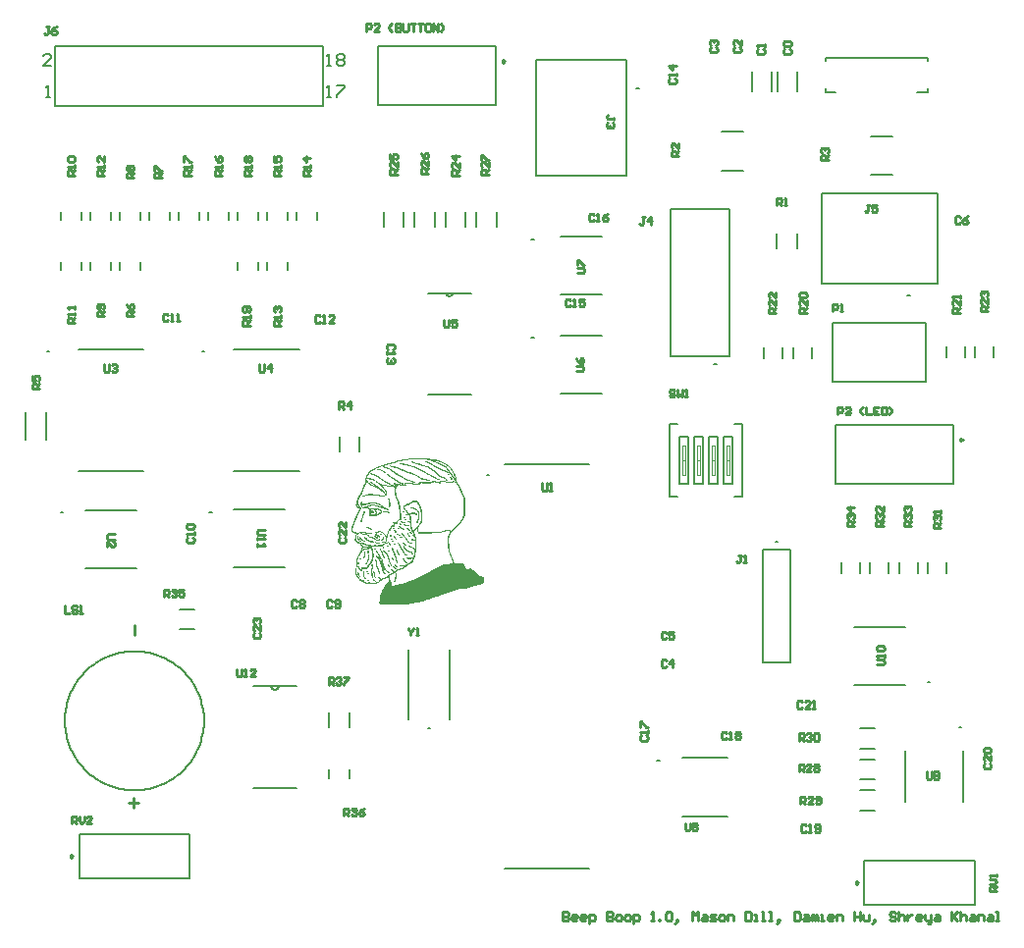
<source format=gto>
G04*
G04 #@! TF.GenerationSoftware,Altium Limited,Altium Designer,22.3.1 (43)*
G04*
G04 Layer_Color=65535*
%FSLAX25Y25*%
%MOIN*%
G70*
G04*
G04 #@! TF.SameCoordinates,CB90502A-CAD2-466A-8923-7FAB541583EB*
G04*
G04*
G04 #@! TF.FilePolarity,Positive*
G04*
G01*
G75*
%ADD10C,0.00787*%
%ADD11C,0.00600*%
%ADD12C,0.00984*%
%ADD13C,0.00500*%
%ADD14C,0.00197*%
%ADD15C,0.01000*%
G36*
X143524Y166182D02*
X143548Y166174D01*
X143645Y166166D01*
X143669Y166158D01*
X143749Y166134D01*
X143846Y166110D01*
X143902Y166094D01*
X143935Y166086D01*
X144015Y166077D01*
X144107Y166074D01*
X144252Y166082D01*
X144449Y166086D01*
X144474Y166077D01*
X144574Y166082D01*
X144662Y166066D01*
X144735Y166057D01*
X144924Y166053D01*
X144948Y166061D01*
X145230Y166053D01*
X145254Y166045D01*
X145314Y166033D01*
X145354Y166017D01*
X145447Y165989D01*
X145527Y165981D01*
X145704Y165973D01*
X145781Y165961D01*
X145821Y165945D01*
X145913Y165917D01*
X145946Y165909D01*
X146159Y165889D01*
X146199Y165880D01*
X146231Y165872D01*
X146348Y165836D01*
X146380Y165828D01*
X146509Y165820D01*
X146541Y165812D01*
X146814Y165804D01*
X146895Y165772D01*
X146927Y165764D01*
X146983Y165748D01*
X147015Y165740D01*
X147120Y165732D01*
X147341Y165720D01*
X147381Y165711D01*
X147446Y165695D01*
X147514Y165675D01*
X147546Y165667D01*
X147607Y165655D01*
X147647Y165639D01*
X147715Y165611D01*
X147767Y165599D01*
X147800Y165591D01*
X147848Y165583D01*
X148001Y165559D01*
X148041Y165543D01*
X148093Y165523D01*
X148134Y165506D01*
X148234Y165470D01*
X148319Y165434D01*
X148375Y165418D01*
X148467Y165398D01*
X148576Y165354D01*
X148640Y165338D01*
X148745Y165305D01*
X148841Y165281D01*
X148978Y165217D01*
X149010Y165209D01*
X149063Y165197D01*
X149115Y165177D01*
X149235Y165120D01*
X149433Y165052D01*
X149473Y165036D01*
X149517Y165008D01*
X149565Y164976D01*
X149718Y164903D01*
X149770Y164883D01*
X149835Y164843D01*
X149875Y164827D01*
X149919Y164807D01*
X150116Y164738D01*
X150297Y164646D01*
X150338Y164630D01*
X150426Y164581D01*
X150442Y164565D01*
X150458Y164557D01*
X150514Y164517D01*
X150567Y164497D01*
X150647Y164457D01*
X150712Y164416D01*
X150901Y164227D01*
X150917Y164219D01*
X150933Y164203D01*
X150949Y164195D01*
X150997Y164163D01*
X151037Y164147D01*
X151126Y164099D01*
X151142Y164083D01*
X151158Y164075D01*
X151247Y164026D01*
X151303Y163986D01*
X151335Y163978D01*
X151375Y163962D01*
X151432Y163930D01*
X151448Y163914D01*
X151536Y163865D01*
X151552Y163849D01*
X151568Y163841D01*
X151604Y163805D01*
X151612Y163789D01*
X151641Y163769D01*
X151701Y163725D01*
X151709Y163709D01*
X151725Y163692D01*
X151733Y163676D01*
X151789Y163604D01*
X151802Y163592D01*
X151818Y163584D01*
X151834Y163568D01*
X151850Y163560D01*
X151906Y163503D01*
X151922Y163495D01*
X151938Y163479D01*
X151954Y163471D01*
X151971Y163455D01*
X151987Y163447D01*
X152059Y163391D01*
X152091Y163359D01*
X152107Y163351D01*
X152216Y163242D01*
X152224Y163226D01*
X152272Y163178D01*
X152280Y163162D01*
X152357Y163061D01*
X152417Y163001D01*
X152425Y162985D01*
X152461Y162940D01*
X152481Y162912D01*
X152554Y162840D01*
X152562Y162824D01*
X152594Y162792D01*
X152602Y162776D01*
X152686Y162691D01*
X152702Y162683D01*
X152755Y162631D01*
X152763Y162615D01*
X152779Y162599D01*
X152787Y162582D01*
X152843Y162510D01*
X152883Y162470D01*
X152892Y162454D01*
X152932Y162414D01*
X152936Y162401D01*
X152952Y162393D01*
X152996Y162349D01*
X153004Y162333D01*
X153028Y162309D01*
X153036Y162293D01*
X153068Y162236D01*
X153109Y162172D01*
X153133Y162116D01*
X153181Y162027D01*
X153213Y161979D01*
X153253Y161907D01*
X153294Y161850D01*
X153302Y161834D01*
X153318Y161818D01*
X153326Y161802D01*
X153342Y161786D01*
X153374Y161714D01*
X153422Y161609D01*
X153459Y161509D01*
X153495Y161424D01*
X153507Y161380D01*
X153523Y161340D01*
X153535Y161328D01*
X153543Y161311D01*
X153579Y161267D01*
X153591Y161255D01*
X153599Y161239D01*
X153712Y161078D01*
X153736Y161022D01*
X153808Y160869D01*
X153829Y160817D01*
X153897Y160684D01*
X153921Y160628D01*
X153945Y160547D01*
X153961Y160483D01*
X153990Y160406D01*
X154034Y160322D01*
X154058Y160225D01*
X154106Y160073D01*
X154118Y160020D01*
X154126Y159988D01*
X154142Y159948D01*
X154231Y159795D01*
X154315Y159614D01*
X154331Y159558D01*
X154339Y159421D01*
X154348Y159397D01*
X154359Y159345D01*
X154372Y159300D01*
X154388Y159244D01*
X154396Y159212D01*
X154408Y159103D01*
X154416Y159015D01*
X154424Y158950D01*
X154432Y158910D01*
X154440Y158878D01*
X154476Y158762D01*
X154492Y158697D01*
X154500Y158287D01*
X154508Y158263D01*
X154516Y158214D01*
X154549Y158158D01*
X154589Y158094D01*
X154597Y158078D01*
X154633Y158034D01*
X154661Y158005D01*
X154669Y157989D01*
X154709Y157933D01*
X154782Y157796D01*
X154798Y157780D01*
X154862Y157659D01*
X154878Y157643D01*
X154886Y157627D01*
X154919Y157595D01*
X154927Y157579D01*
X155031Y157475D01*
X155039Y157458D01*
X155112Y157322D01*
X155152Y157265D01*
X155160Y157249D01*
X155216Y157177D01*
X155297Y157064D01*
X155305Y157040D01*
X155353Y156936D01*
X155373Y156883D01*
X155417Y156815D01*
X155474Y156734D01*
X155490Y156694D01*
X155510Y156642D01*
X155526Y156602D01*
X155566Y156537D01*
X155634Y156421D01*
X155683Y156316D01*
X155703Y156264D01*
X155723Y156220D01*
X155731Y156187D01*
X155743Y156087D01*
X155751Y156039D01*
X155763Y155994D01*
X155812Y155890D01*
X155819Y155858D01*
X155856Y155757D01*
X155872Y155717D01*
X155896Y155652D01*
X155944Y155572D01*
X155980Y155488D01*
X155997Y155447D01*
X156037Y155359D01*
X156049Y155315D01*
X156057Y155282D01*
X156073Y155242D01*
X156097Y155194D01*
X156133Y155126D01*
X156153Y155073D01*
X156194Y155009D01*
X156238Y154917D01*
X156250Y154872D01*
X156262Y154836D01*
X156290Y154760D01*
X156322Y154711D01*
X156358Y154651D01*
X156375Y154611D01*
X156479Y154410D01*
X156519Y154353D01*
X156527Y154337D01*
X156560Y154265D01*
X156604Y154140D01*
X156644Y154076D01*
X156664Y154024D01*
X156692Y153947D01*
X156712Y153903D01*
X156728Y153839D01*
X156740Y153786D01*
X156781Y153698D01*
X156849Y153557D01*
X156889Y153493D01*
X156897Y153477D01*
X156930Y153428D01*
X156938Y153412D01*
X156954Y153396D01*
X156986Y153324D01*
X157002Y153284D01*
X157106Y153083D01*
X157139Y153010D01*
X157163Y152946D01*
X157195Y152873D01*
X157215Y152789D01*
X157255Y152700D01*
X157267Y152656D01*
X157275Y152624D01*
X157283Y152543D01*
X157296Y152451D01*
X157312Y152355D01*
X157320Y152314D01*
X157328Y151132D01*
X157336Y151067D01*
X157360Y150907D01*
X157368Y150858D01*
X157400Y150770D01*
X157420Y150701D01*
X157428Y150669D01*
X157440Y150593D01*
X157448Y150553D01*
X157465Y150488D01*
X157485Y150420D01*
X157493Y150339D01*
X157501Y150211D01*
X157497Y148920D01*
X157501Y148103D01*
X157493Y148079D01*
X157485Y147854D01*
X157477Y147830D01*
X157468Y147741D01*
X157460Y147717D01*
X157436Y147580D01*
X157428Y147500D01*
X157420Y147444D01*
X157408Y147367D01*
X157400Y147303D01*
X157392Y147255D01*
X157384Y147222D01*
X157372Y147178D01*
X157356Y147122D01*
X157344Y147054D01*
X157320Y146989D01*
X157308Y146977D01*
X157283Y146889D01*
X157235Y146784D01*
X157211Y146728D01*
X157199Y146675D01*
X157191Y146643D01*
X157155Y146527D01*
X157139Y146462D01*
X157123Y146406D01*
X157111Y146354D01*
X157103Y146321D01*
X157058Y146221D01*
X157030Y146144D01*
X157018Y146133D01*
X156998Y146080D01*
X156958Y145992D01*
X156857Y145891D01*
X156849Y145875D01*
X156801Y145787D01*
X156765Y145742D01*
X156753Y145730D01*
X156745Y145714D01*
X156696Y145666D01*
X156688Y145650D01*
X156616Y145513D01*
X156580Y145469D01*
X156560Y145441D01*
X156535Y145401D01*
X156455Y145248D01*
X156439Y145231D01*
X156431Y145215D01*
X156407Y145191D01*
X156334Y145055D01*
X156318Y145038D01*
X156310Y145022D01*
X156254Y144918D01*
X156157Y144733D01*
X156101Y144660D01*
X156085Y144644D01*
X156013Y144508D01*
X155976Y144463D01*
X155956Y144435D01*
X155924Y144403D01*
X155916Y144387D01*
X155884Y144331D01*
X155844Y144266D01*
X155827Y144226D01*
X155779Y144138D01*
X155747Y144089D01*
X155675Y143953D01*
X155639Y143908D01*
X155626Y143896D01*
X155618Y143880D01*
X155594Y143856D01*
X155586Y143840D01*
X155562Y143816D01*
X155554Y143800D01*
X155514Y143743D01*
X155506Y143727D01*
X155429Y143627D01*
X155393Y143591D01*
X155389Y143579D01*
X155377Y143575D01*
X155369Y143558D01*
X155349Y143538D01*
X155333Y143530D01*
X155309Y143506D01*
X155293Y143498D01*
X155216Y143422D01*
X155208Y143405D01*
X155184Y143381D01*
X155180Y143369D01*
X155164Y143361D01*
X155136Y143333D01*
X155128Y143317D01*
X155100Y143289D01*
X155087Y143285D01*
X155079Y143269D01*
X155019Y143209D01*
X155003Y143200D01*
X154947Y143168D01*
X154882Y143128D01*
X154826Y143096D01*
X154689Y143024D01*
X154633Y142983D01*
X154601Y142975D01*
X154524Y142923D01*
X154496Y142895D01*
X154480Y142887D01*
X154452Y142859D01*
X154444Y142842D01*
X154404Y142770D01*
X154327Y142694D01*
X154239Y142645D01*
X154203Y142609D01*
X154195Y142593D01*
X154138Y142537D01*
X154134Y142525D01*
X154118Y142517D01*
X154022Y142420D01*
X154006Y142412D01*
X153973Y142380D01*
X153957Y142372D01*
X153905Y142320D01*
X153897Y142304D01*
X153865Y142271D01*
X153861Y142259D01*
X153845Y142251D01*
X153833Y142239D01*
X153829Y142227D01*
X153817Y142223D01*
X153813Y142211D01*
X153800Y142207D01*
X153792Y142191D01*
X153768Y142175D01*
X153760Y142159D01*
X153724Y142122D01*
X153708Y142114D01*
X153684Y142090D01*
X153668Y142082D01*
X153636Y142050D01*
X153620Y142042D01*
X153591Y142014D01*
X153583Y141998D01*
X153527Y141942D01*
X153519Y141926D01*
X153495Y141901D01*
X153487Y141885D01*
X153446Y141845D01*
X153438Y141829D01*
X153330Y141720D01*
X153314Y141712D01*
X153302Y141700D01*
X153294Y141684D01*
X153225Y141616D01*
X153209Y141608D01*
X153185Y141584D01*
X153169Y141576D01*
X153097Y141503D01*
X153080Y141495D01*
X153040Y141447D01*
X152992Y141399D01*
X152980Y141395D01*
X152976Y141383D01*
X152960Y141375D01*
X152912Y141326D01*
X152900Y141322D01*
X152892Y141306D01*
X152879Y141294D01*
X152863Y141286D01*
X152803Y141226D01*
X152795Y141209D01*
X152763Y141177D01*
X152755Y141161D01*
X152739Y141145D01*
X152731Y141129D01*
X152646Y141045D01*
X152630Y141037D01*
X152578Y140984D01*
X152538Y140912D01*
X152469Y140811D01*
X152437Y140763D01*
X152425Y140751D01*
X152417Y140735D01*
X152320Y140638D01*
X152312Y140622D01*
X152272Y140558D01*
X152119Y140244D01*
X152107Y140200D01*
X152083Y140136D01*
X152031Y140019D01*
X152019Y139935D01*
X152003Y139894D01*
X151958Y139794D01*
X151930Y139613D01*
X151890Y139452D01*
X151882Y139412D01*
X151870Y139303D01*
X151862Y139247D01*
X151854Y139126D01*
X151846Y139102D01*
X151838Y138957D01*
X151846Y138933D01*
X151842Y138768D01*
X151846Y138595D01*
X151838Y138571D01*
X151826Y138487D01*
X151818Y138374D01*
X151814Y137678D01*
X151822Y137654D01*
X151834Y137562D01*
X151838Y137373D01*
X151830Y137348D01*
X151838Y137188D01*
X151846Y137163D01*
X151858Y137071D01*
X151866Y137023D01*
X151890Y136870D01*
X151898Y136830D01*
X151906Y136781D01*
X151914Y136741D01*
X151926Y136633D01*
X151930Y136451D01*
X151926Y136448D01*
X151934Y136423D01*
X151926Y136295D01*
X151934Y136061D01*
X151942Y136037D01*
X151950Y135925D01*
X151958Y135900D01*
X151966Y135756D01*
X151974Y135732D01*
X151987Y135679D01*
X151995Y135647D01*
X152007Y135603D01*
X152015Y135547D01*
X152023Y135152D01*
X152031Y135120D01*
X152039Y135008D01*
X152047Y134984D01*
X152059Y134939D01*
X152103Y134799D01*
X152111Y134742D01*
X152123Y134674D01*
X152131Y134634D01*
X152164Y134553D01*
X152176Y134517D01*
X152184Y134461D01*
X152192Y134324D01*
X152200Y134300D01*
X152220Y134248D01*
X152236Y134207D01*
X152264Y134139D01*
X152272Y134107D01*
X152308Y134006D01*
X152337Y133938D01*
X152357Y133886D01*
X152369Y133873D01*
X152377Y133857D01*
X152393Y133841D01*
X152417Y133785D01*
X152445Y133709D01*
X152489Y133640D01*
X152505Y133624D01*
X152513Y133608D01*
X152530Y133592D01*
X152538Y133576D01*
X152570Y133528D01*
X152578Y133495D01*
X152602Y133439D01*
X152622Y133387D01*
X152646Y133322D01*
X152707Y133206D01*
X152723Y133166D01*
X152735Y133113D01*
X152783Y132993D01*
X152791Y132960D01*
X152799Y132872D01*
X152815Y132775D01*
X152823Y132743D01*
X152895Y132550D01*
X152924Y132498D01*
X152932Y132482D01*
X152956Y132442D01*
X152964Y132425D01*
X153036Y132321D01*
X153048Y132277D01*
X153056Y132245D01*
X153073Y132204D01*
X153125Y132104D01*
X153173Y132015D01*
X153189Y131999D01*
X153197Y131983D01*
X153261Y131846D01*
X153290Y131770D01*
X153302Y131726D01*
X153310Y131693D01*
X153318Y131517D01*
X153326Y131492D01*
X153334Y131460D01*
X153354Y131376D01*
X153362Y131344D01*
X153378Y131303D01*
X153402Y131239D01*
X153414Y131203D01*
X153422Y131171D01*
X153435Y131054D01*
X153443Y131014D01*
X153475Y130925D01*
X153551Y130769D01*
X153607Y130648D01*
X153696Y130479D01*
X153744Y130431D01*
X153752Y130414D01*
X153780Y130386D01*
X153796Y130378D01*
X153853Y130354D01*
X153917Y130338D01*
X154315Y130334D01*
X154351Y130338D01*
X154376Y130330D01*
X155075Y130338D01*
X155100Y130346D01*
X155164Y130362D01*
X155269Y130370D01*
X155502Y130378D01*
X155526Y130386D01*
X155610Y130398D01*
X155683Y130406D01*
X155779Y130414D01*
X156370Y130419D01*
X156395Y130411D01*
X156443Y130403D01*
X156483Y130386D01*
X156515Y130378D01*
X156592Y130350D01*
X156652Y130314D01*
X156725Y130274D01*
X156797Y130226D01*
X156869Y130193D01*
X156942Y130153D01*
X156986Y130117D01*
X156994Y130101D01*
X157010Y130085D01*
X157042Y130012D01*
X157058Y129956D01*
X157074Y129916D01*
X157095Y129864D01*
X157111Y129799D01*
X157119Y129759D01*
X157127Y129711D01*
X157135Y129678D01*
X157143Y129638D01*
X157159Y129574D01*
X157187Y129481D01*
X157195Y129449D01*
X157207Y129389D01*
X157223Y129349D01*
X157251Y129304D01*
X157283Y129256D01*
X157292Y129224D01*
X157364Y129071D01*
X157380Y128999D01*
X157468Y128814D01*
X157533Y128677D01*
X157561Y128601D01*
X157613Y128508D01*
X157658Y128464D01*
X157674Y128456D01*
X157730Y128432D01*
X157786Y128416D01*
X157843Y128408D01*
X158016Y128420D01*
X158064Y128428D01*
X158108Y128440D01*
X158160Y128460D01*
X158201Y128476D01*
X158325Y128528D01*
X158446Y128585D01*
X158558Y128601D01*
X158695Y128617D01*
X158747Y128629D01*
X158776Y128641D01*
X158824Y128673D01*
X158921Y128697D01*
X158977Y128713D01*
X159218Y128705D01*
X159258Y128689D01*
X159311Y128677D01*
X159359Y128645D01*
X159379Y128625D01*
X159395Y128617D01*
X159447Y128580D01*
X159455Y128564D01*
X159508Y128512D01*
X159524Y128504D01*
X159540Y128488D01*
X159556Y128480D01*
X159632Y128428D01*
X159644Y128416D01*
X159701Y128383D01*
X159777Y128331D01*
X159837Y128295D01*
X159870Y128287D01*
X159958Y128247D01*
X160047Y128198D01*
X160091Y128162D01*
X160175Y128078D01*
X160191Y128070D01*
X160207Y128054D01*
X160224Y128046D01*
X160340Y127929D01*
X160344Y127917D01*
X160360Y127909D01*
X160372Y127897D01*
X160380Y127881D01*
X160421Y127840D01*
X160429Y127824D01*
X160461Y127792D01*
X160469Y127776D01*
X160497Y127748D01*
X160513Y127740D01*
X160577Y127700D01*
X160594Y127692D01*
X160626Y127659D01*
X160638Y127655D01*
X160646Y127639D01*
X160666Y127619D01*
X160678Y127615D01*
X160686Y127599D01*
X160714Y127579D01*
X160738Y127555D01*
X160755Y127547D01*
X160771Y127531D01*
X160787Y127523D01*
X160843Y127490D01*
X160915Y127434D01*
X160952Y127398D01*
X160960Y127382D01*
X161036Y127305D01*
X161052Y127297D01*
X161088Y127261D01*
X161096Y127245D01*
X161133Y127209D01*
X161149Y127201D01*
X161173Y127177D01*
X161189Y127169D01*
X161233Y127133D01*
X161249Y127117D01*
X161257Y127100D01*
X161302Y127056D01*
X161314Y127052D01*
X161322Y127036D01*
X161438Y126919D01*
X161454Y126911D01*
X161503Y126879D01*
X161559Y126847D01*
X161603Y126811D01*
X161627Y126787D01*
X161635Y126771D01*
X161712Y126694D01*
X161728Y126686D01*
X161744Y126670D01*
X161760Y126662D01*
X161808Y126614D01*
X161897Y126566D01*
X161933Y126505D01*
X161965Y126449D01*
X162025Y126389D01*
X162041Y126381D01*
X162130Y126340D01*
X162231Y126304D01*
X162299Y126284D01*
X162355Y126276D01*
X162460Y126260D01*
X162564Y126212D01*
X162597Y126204D01*
X162641Y126191D01*
X162673Y126183D01*
X162806Y126123D01*
X163023Y126010D01*
X163063Y125994D01*
X163164Y125958D01*
X163208Y125938D01*
X163264Y125922D01*
X163296Y125914D01*
X163393Y125898D01*
X163425Y125890D01*
X163469Y125878D01*
X163562Y125833D01*
X163626Y125817D01*
X163755Y125809D01*
X163771Y125793D01*
X163787Y125785D01*
X163815Y125733D01*
X163831Y125669D01*
X163839Y125588D01*
X163831Y125266D01*
X163827Y124273D01*
X163831Y124180D01*
X163823Y124172D01*
X163831Y124148D01*
X163823Y123843D01*
X163815Y123819D01*
X163787Y123742D01*
X163755Y123710D01*
X163699Y123702D01*
X163542Y123690D01*
X163477Y123682D01*
X163429Y123674D01*
X163397Y123666D01*
X163333Y123642D01*
X163264Y123613D01*
X163095Y123541D01*
X163079Y123533D01*
X162991Y123485D01*
X162934Y123460D01*
X162902Y123452D01*
X162850Y123440D01*
X162818Y123432D01*
X162697Y123384D01*
X162609Y123352D01*
X162568Y123336D01*
X162556Y123324D01*
X162516Y123308D01*
X162484Y123300D01*
X162428Y123292D01*
X162351Y123263D01*
X162311Y123247D01*
X162275Y123235D01*
X162243Y123227D01*
X162126Y123207D01*
X162094Y123199D01*
X161985Y123155D01*
X161929Y123139D01*
X161897Y123131D01*
X161853Y123119D01*
X161764Y123087D01*
X161700Y123070D01*
X161659Y123062D01*
X161563Y123038D01*
X161519Y123026D01*
X161438Y123018D01*
X161326Y123002D01*
X161261Y122986D01*
X161209Y122966D01*
X161068Y122922D01*
X161036Y122914D01*
X160984Y122893D01*
X160943Y122877D01*
X160891Y122857D01*
X160755Y122841D01*
X160730Y122833D01*
X160698Y122825D01*
X160594Y122785D01*
X160561Y122777D01*
X160457Y122769D01*
X160433Y122761D01*
X160380Y122741D01*
X160300Y122708D01*
X160264Y122696D01*
X160232Y122688D01*
X160175Y122680D01*
X160119Y122664D01*
X159994Y122620D01*
X159962Y122612D01*
X159922Y122604D01*
X159845Y122592D01*
X159741Y122544D01*
X159685Y122527D01*
X159624Y122515D01*
X159580Y122503D01*
X159476Y122471D01*
X159443Y122463D01*
X159395Y122455D01*
X159274Y122399D01*
X159218Y122383D01*
X159186Y122375D01*
X159146Y122359D01*
X159073Y122326D01*
X159033Y122310D01*
X158977Y122302D01*
X158945Y122294D01*
X158868Y122282D01*
X158788Y122250D01*
X158735Y122230D01*
X158679Y122222D01*
X158647Y122214D01*
X158603Y122202D01*
X158514Y122161D01*
X158474Y122145D01*
X158341Y122077D01*
X158213Y122045D01*
X158132Y122021D01*
X158076Y122013D01*
X157979Y122004D01*
X157955Y121996D01*
X157847Y121984D01*
X157758Y121976D01*
X157565Y121968D01*
X157468Y121952D01*
X157360Y121940D01*
X157014Y121932D01*
X156990Y121924D01*
X156805Y121916D01*
X156781Y121908D01*
X156628Y121900D01*
X156604Y121892D01*
X156519Y121872D01*
X156471Y121864D01*
X156399Y121856D01*
X156318Y121848D01*
X156206Y121840D01*
X156141Y121832D01*
X156077Y121816D01*
X156037Y121799D01*
X155992Y121779D01*
X155952Y121763D01*
X155848Y121755D01*
X155639Y121747D01*
X155614Y121739D01*
X155546Y121727D01*
X155478Y121707D01*
X155446Y121699D01*
X155345Y121687D01*
X155232Y121679D01*
X154923Y121667D01*
X154899Y121659D01*
X154866Y121651D01*
X154826Y121634D01*
X154770Y121618D01*
X154738Y121610D01*
X154645Y121598D01*
X154581Y121590D01*
X154541Y121582D01*
X154500Y121566D01*
X154436Y121542D01*
X154404Y121534D01*
X154356Y121526D01*
X154279Y121514D01*
X154239Y121498D01*
X154054Y121401D01*
X153998Y121377D01*
X153965Y121369D01*
X153913Y121357D01*
X153821Y121313D01*
X153764Y121297D01*
X153672Y121277D01*
X153631Y121260D01*
X153507Y121192D01*
X153386Y121136D01*
X153282Y121104D01*
X153201Y121080D01*
X153169Y121071D01*
X153077Y121051D01*
X152996Y121019D01*
X152944Y120999D01*
X152887Y120983D01*
X152855Y120975D01*
X152803Y120955D01*
X152694Y120911D01*
X152618Y120898D01*
X152586Y120890D01*
X152542Y120878D01*
X152509Y120870D01*
X152397Y120838D01*
X152345Y120826D01*
X152280Y120802D01*
X152188Y120758D01*
X152107Y120734D01*
X152055Y120713D01*
X151971Y120677D01*
X151926Y120665D01*
X151886Y120649D01*
X151802Y120613D01*
X151749Y120601D01*
X151653Y120577D01*
X151564Y120545D01*
X151520Y120533D01*
X151468Y120520D01*
X151387Y120488D01*
X151303Y120452D01*
X151239Y120436D01*
X151186Y120416D01*
X151086Y120372D01*
X151009Y120360D01*
X150977Y120352D01*
X150836Y120283D01*
X150667Y120203D01*
X150591Y120175D01*
X150579Y120162D01*
X150539Y120146D01*
X150446Y120126D01*
X150305Y120082D01*
X150225Y120058D01*
X150173Y120038D01*
X150108Y119998D01*
X150088Y119977D01*
X150016Y119945D01*
X149963Y119925D01*
X149919Y119913D01*
X149855Y119897D01*
X149678Y119841D01*
X149601Y119829D01*
X149569Y119821D01*
X149505Y119797D01*
X149404Y119752D01*
X149372Y119744D01*
X149296Y119732D01*
X149215Y119700D01*
X149163Y119680D01*
X149067Y119656D01*
X148966Y119620D01*
X148914Y119599D01*
X148857Y119583D01*
X148761Y119559D01*
X148701Y119547D01*
X148660Y119531D01*
X148580Y119483D01*
X148568Y119471D01*
X148552Y119463D01*
X148479Y119430D01*
X148447Y119422D01*
X148391Y119406D01*
X148310Y119382D01*
X148258Y119362D01*
X148218Y119346D01*
X148101Y119294D01*
X148049Y119282D01*
X147997Y119262D01*
X147908Y119221D01*
X147856Y119209D01*
X147816Y119201D01*
X147727Y119169D01*
X147635Y119141D01*
X147578Y119133D01*
X147397Y119121D01*
X147349Y119113D01*
X147317Y119105D01*
X147253Y119080D01*
X147184Y119060D01*
X147152Y119052D01*
X147100Y119040D01*
X147036Y119016D01*
X146991Y118996D01*
X146959Y118988D01*
X146879Y118980D01*
X146846Y118972D01*
X146746Y118936D01*
X146706Y118920D01*
X146641Y118895D01*
X146581Y118867D01*
X146428Y118795D01*
X146388Y118779D01*
X146336Y118767D01*
X146303Y118759D01*
X146239Y118751D01*
X146191Y118743D01*
X146078Y118702D01*
X145998Y118670D01*
X145933Y118646D01*
X145921Y118634D01*
X145881Y118610D01*
X145865Y118594D01*
X145849Y118586D01*
X145833Y118570D01*
X145744Y118529D01*
X145688Y118513D01*
X145644Y118501D01*
X145563Y118469D01*
X145463Y118425D01*
X145342Y118369D01*
X145290Y118357D01*
X145258Y118349D01*
X145213Y118328D01*
X145197Y118320D01*
X145141Y118296D01*
X145109Y118288D01*
X144960Y118268D01*
X144896Y118244D01*
X144835Y118208D01*
X144803Y118200D01*
X144763Y118184D01*
X144731Y118176D01*
X144659Y118143D01*
X144602Y118135D01*
X144526Y118107D01*
X144461Y118083D01*
X144429Y118075D01*
X144385Y118063D01*
X144353Y118055D01*
X144292Y118043D01*
X144260Y118035D01*
X144192Y118007D01*
X144136Y117982D01*
X144091Y117971D01*
X144027Y117946D01*
X143999Y117926D01*
X143991D01*
X143918Y117886D01*
X143854Y117846D01*
X143814Y117830D01*
X143758Y117814D01*
X143713Y117802D01*
X143669Y117781D01*
X143589Y117757D01*
X143556Y117749D01*
X143500Y117741D01*
X143432Y117729D01*
X143400Y117721D01*
X143347Y117701D01*
X143291Y117677D01*
X143194Y117661D01*
X143142Y117649D01*
X143110Y117641D01*
X143046Y117617D01*
X143001Y117596D01*
X142921Y117572D01*
X142845Y117544D01*
X142800Y117532D01*
X142768Y117524D01*
X142704Y117516D01*
X142680Y117508D01*
X142648Y117500D01*
X142607Y117484D01*
X142471Y117420D01*
X142394Y117391D01*
X142358Y117379D01*
X142326Y117371D01*
X142245Y117363D01*
X142189Y117355D01*
X142113Y117343D01*
X142080Y117335D01*
X142012Y117315D01*
X141948Y117299D01*
X141891Y117291D01*
X141690Y117283D01*
X141537Y117275D01*
X141312Y117267D01*
X141240Y117259D01*
X141023Y117154D01*
X140982Y117138D01*
X140926Y117130D01*
X140797Y117122D01*
X140693Y117114D01*
X140564Y117106D01*
X140540Y117098D01*
X140447Y117078D01*
X140303Y117061D01*
X140222Y117045D01*
X140077Y117021D01*
X140013Y117005D01*
X139969Y116993D01*
X139937Y116985D01*
X139756Y116957D01*
X139659Y116933D01*
X139619Y116925D01*
X139555Y116917D01*
X139458Y116901D01*
X139394Y116885D01*
X139305Y116852D01*
X139261Y116840D01*
X139229Y116832D01*
X139124Y116824D01*
X138996Y116816D01*
X138674Y116808D01*
X138650Y116800D01*
X138605Y116788D01*
X138525Y116756D01*
X138481Y116744D01*
X138416Y116728D01*
X138376Y116712D01*
X138272Y116663D01*
X138239Y116655D01*
X137893Y116647D01*
X137371Y116639D01*
X137346Y116631D01*
X137294Y116619D01*
X137262Y116611D01*
X137153Y116599D01*
X137121Y116591D01*
X137017Y116583D01*
X136948Y116571D01*
X136868Y116555D01*
X136836Y116547D01*
X136727Y116535D01*
X136691Y116539D01*
X136623Y116535D01*
X136598Y116543D01*
X136108Y116535D01*
X135211Y116539D01*
X130992Y116535D01*
X130968Y116543D01*
X130606Y116535D01*
X130581Y116527D01*
X130513Y116515D01*
X130449Y116498D01*
X130409Y116482D01*
X130316Y116438D01*
X130264Y116418D01*
X130199Y116394D01*
X130131Y116374D01*
X130051Y116366D01*
X128836Y116374D01*
X128731Y116422D01*
X128627Y116478D01*
X128490Y116551D01*
X128458Y116583D01*
X128442Y116591D01*
X128402Y116631D01*
X128385Y116639D01*
X128341Y116683D01*
X128333Y116700D01*
X128317Y116716D01*
X128309Y116732D01*
X128237Y116868D01*
X128213Y116925D01*
X128205Y116957D01*
X128192Y117033D01*
X128184Y117082D01*
X128176Y117114D01*
X128168Y117194D01*
X128192Y117339D01*
X128200Y117403D01*
X128217Y117508D01*
X128225Y117556D01*
X128237Y117665D01*
X128245Y117794D01*
X128233Y117926D01*
X128225Y117966D01*
X128213Y118075D01*
X128205Y118131D01*
X128213Y118405D01*
X128221Y118429D01*
X128233Y118513D01*
X128241Y118610D01*
X128257Y118690D01*
X128265Y118779D01*
X128281Y118988D01*
X128289Y119052D01*
X128297Y119085D01*
X128349Y119209D01*
X128361Y119262D01*
X128369Y119302D01*
X128377Y119350D01*
X128385Y119382D01*
X128414Y119451D01*
X128430Y119547D01*
X128446Y119612D01*
X128454Y119676D01*
X128494Y119764D01*
X128530Y119865D01*
X128575Y119965D01*
X128599Y120062D01*
X128611Y120138D01*
X128619Y120170D01*
X128631Y120215D01*
X128639Y120247D01*
X128655Y120287D01*
X128683Y120412D01*
X128731Y120492D01*
X128776Y120536D01*
X128784Y120553D01*
X128800Y120569D01*
X128808Y120585D01*
X128840Y120641D01*
X128880Y120730D01*
X128888Y120762D01*
X128904Y120874D01*
X128912Y120955D01*
X128940Y121031D01*
X128989Y121112D01*
X129009Y121140D01*
X129025Y121156D01*
X129033Y121172D01*
X129073Y121212D01*
X129081Y121228D01*
X129097Y121244D01*
X129105Y121260D01*
X129146Y121333D01*
X129162Y121349D01*
X129170Y121365D01*
X129246Y121466D01*
X129282Y121526D01*
X129290Y121542D01*
X129331Y121598D01*
X129347Y121614D01*
X129355Y121631D01*
X129411Y121687D01*
X129419Y121703D01*
X129451Y121759D01*
X129492Y121824D01*
X129500Y121840D01*
X129540Y121896D01*
X129596Y122017D01*
X129616Y122069D01*
X129652Y122137D01*
X129693Y122202D01*
X129701Y122218D01*
X129725Y122274D01*
X129741Y122330D01*
X129753Y122383D01*
X129761Y122415D01*
X129789Y122483D01*
X129805Y122523D01*
X129821Y122588D01*
X129833Y122640D01*
X129870Y122708D01*
X129902Y122781D01*
X129910Y122797D01*
X129962Y122873D01*
X130023Y122958D01*
X130031Y122974D01*
X130063Y123030D01*
X130139Y123131D01*
X130268Y123259D01*
X130284Y123267D01*
X130308Y123292D01*
X130324Y123300D01*
X130388Y123364D01*
X130404Y123372D01*
X130425Y123392D01*
X130433Y123408D01*
X130517Y123493D01*
X130533Y123501D01*
X130549Y123517D01*
X130565Y123525D01*
X130598Y123557D01*
X130614Y123565D01*
X130670Y123605D01*
X130759Y123654D01*
X130815Y123694D01*
X130887Y123766D01*
X130903Y123774D01*
X130935Y123806D01*
X130951Y123814D01*
X131044Y123907D01*
X131052Y123923D01*
X131068Y123939D01*
X131076Y123955D01*
X131108Y123987D01*
X131116Y124004D01*
X131132Y124020D01*
X131141Y124036D01*
X131173Y124068D01*
X131181Y124084D01*
X131197Y124100D01*
X131245Y124188D01*
X131261Y124205D01*
X131269Y124221D01*
X131293Y124245D01*
X131301Y124261D01*
X131317Y124277D01*
X131326Y124293D01*
X131358Y124341D01*
X131438Y124510D01*
X131446Y124567D01*
X131438Y124695D01*
X131414Y124752D01*
X131398Y124792D01*
X131386Y124852D01*
X131378Y124884D01*
X131346Y124965D01*
X131334Y124977D01*
X131253Y125130D01*
X131221Y125202D01*
X131201Y125343D01*
X131193Y125383D01*
X131181Y125427D01*
X131165Y125492D01*
X131153Y125616D01*
X131145Y125656D01*
X131137Y125689D01*
X131112Y125753D01*
X131072Y125817D01*
X131052Y125846D01*
X131032Y125866D01*
X131016Y125874D01*
X130976Y125890D01*
X130944Y125898D01*
X130879Y125890D01*
X130807Y125850D01*
X130763Y125813D01*
X130738Y125773D01*
X130722Y125733D01*
X130682Y125628D01*
X130650Y125548D01*
X130642Y125532D01*
X130610Y125476D01*
X130553Y125403D01*
X130533Y125383D01*
X130517Y125375D01*
X130441Y125323D01*
X130429Y125311D01*
X130413Y125303D01*
X130396Y125286D01*
X130276Y125230D01*
X130187Y125182D01*
X130171Y125166D01*
X130067Y125110D01*
X129994Y125077D01*
X129962Y125069D01*
X129886Y125057D01*
X129841Y125045D01*
X129789Y125033D01*
X129628Y125025D01*
X129548Y125017D01*
X129451Y125009D01*
X129403Y125001D01*
X129339Y124993D01*
X129298Y124985D01*
X129266Y124977D01*
X129202Y124953D01*
X129150Y124933D01*
X129105Y124920D01*
X129053Y124900D01*
X128997Y124860D01*
X128981Y124852D01*
X128925Y124812D01*
X128908Y124804D01*
X128755Y124651D01*
X128739Y124643D01*
X128683Y124587D01*
X128667Y124579D01*
X128611Y124522D01*
X128595Y124514D01*
X128522Y124442D01*
X128506Y124434D01*
X128474Y124402D01*
X128458Y124394D01*
X128442Y124378D01*
X128426Y124370D01*
X128394Y124337D01*
X128377Y124329D01*
X128353Y124305D01*
X128337Y124297D01*
X128269Y124229D01*
X128261Y124213D01*
X128229Y124164D01*
X128221Y124148D01*
X128184Y124104D01*
X128164Y124076D01*
X128132Y124044D01*
X128124Y124028D01*
X128100Y124004D01*
X128092Y123987D01*
X128076Y123971D01*
X128068Y123955D01*
X127983Y123871D01*
X127967Y123863D01*
X127766Y123766D01*
X127686Y123758D01*
X127436Y123750D01*
X127412Y123742D01*
X127368Y123730D01*
X127328Y123714D01*
X127296Y123706D01*
X127251Y123694D01*
X127199Y123674D01*
X127171Y123654D01*
X127151Y123642D01*
X127147Y123629D01*
X127131Y123621D01*
X127111Y123601D01*
X127102Y123585D01*
X127074Y123557D01*
X127058Y123549D01*
X127018Y123533D01*
X126986Y123525D01*
X126929Y123517D01*
X126805Y123489D01*
X126761Y123477D01*
X126334Y123485D01*
X126310Y123493D01*
X126258Y123505D01*
X126177Y123521D01*
X125956Y123549D01*
X125820Y123541D01*
X125763Y123517D01*
X125594Y123436D01*
X125542Y123416D01*
X125474Y123396D01*
X125441Y123388D01*
X124846Y123396D01*
X124806Y123412D01*
X124725Y123436D01*
X124669Y123452D01*
X124617Y123465D01*
X124585Y123473D01*
X124545Y123489D01*
X124508Y123501D01*
X124452Y123509D01*
X124420Y123517D01*
X124179Y123509D01*
X124154Y123501D01*
X124058Y123493D01*
X124034Y123501D01*
X123981Y123513D01*
X123873Y123525D01*
X123817Y123533D01*
X123724Y123553D01*
X123680Y123573D01*
X123599Y123597D01*
X123547Y123609D01*
X123451Y123625D01*
X123410Y123642D01*
X123350Y123678D01*
X123245Y123734D01*
X123145Y123810D01*
X123117Y123830D01*
X123101Y123847D01*
X123084Y123855D01*
X123068Y123871D01*
X122851Y123975D01*
X122799Y123987D01*
X122755Y124000D01*
X122722Y124007D01*
X122622Y124044D01*
X122558Y124060D01*
X122469Y124092D01*
X122401Y124120D01*
X122288Y124152D01*
X122168Y124217D01*
X122095Y124257D01*
X122079Y124273D01*
X122063Y124281D01*
X121898Y124390D01*
X121870Y124410D01*
X121798Y124466D01*
X121765Y124498D01*
X121749Y124506D01*
X121669Y124587D01*
X121653Y124595D01*
X121588Y124635D01*
X121572Y124643D01*
X121468Y124748D01*
X121452Y124756D01*
X121367Y124840D01*
X121359Y124856D01*
X121287Y124993D01*
X121271Y125009D01*
X121206Y125130D01*
X121166Y125170D01*
X121158Y125186D01*
X121134Y125210D01*
X121126Y125226D01*
X121110Y125242D01*
X121102Y125258D01*
X121033Y125359D01*
X121021Y125371D01*
X121013Y125387D01*
X120917Y125484D01*
X120909Y125500D01*
X120897Y125512D01*
X120880Y125520D01*
X120852Y125548D01*
X120844Y125564D01*
X120772Y125636D01*
X120764Y125653D01*
X120707Y125709D01*
X120700Y125725D01*
X120651Y125773D01*
X120643Y125789D01*
X120603Y125854D01*
X120571Y125910D01*
X120555Y125926D01*
X120490Y126063D01*
X120454Y126163D01*
X120410Y126264D01*
X120398Y126316D01*
X120382Y126356D01*
X120370Y126368D01*
X120362Y126384D01*
X120321Y126449D01*
X120289Y126505D01*
X120241Y126553D01*
X120233Y126569D01*
X120185Y126642D01*
X120169Y126682D01*
X120149Y126734D01*
X120112Y126851D01*
X120104Y126883D01*
X120092Y126968D01*
X120072Y127036D01*
X120056Y127092D01*
X120048Y127125D01*
X120040Y127205D01*
X120036Y127651D01*
X120044Y127796D01*
X120052Y127836D01*
X120064Y127881D01*
X120080Y127945D01*
X120096Y128042D01*
X120104Y128146D01*
X120112Y128202D01*
X120120Y128371D01*
X120128Y128395D01*
X120140Y128456D01*
X120149Y128488D01*
X120160Y128532D01*
X120177Y128597D01*
X120189Y128697D01*
X120197Y128778D01*
X120205Y128995D01*
X120213Y129067D01*
X120229Y129131D01*
X120237Y129172D01*
X120261Y129325D01*
X120269Y129357D01*
X120313Y129457D01*
X120337Y129554D01*
X120378Y129658D01*
X120394Y129715D01*
X120402Y129771D01*
X120410Y129803D01*
X120418Y130093D01*
X120426Y130117D01*
X120434Y130149D01*
X120450Y130189D01*
X120458Y130221D01*
X120474Y130278D01*
X120482Y130358D01*
X120490Y130390D01*
X120482Y130567D01*
X120474Y130591D01*
X120446Y130668D01*
X120422Y130716D01*
X120346Y130857D01*
X120329Y130897D01*
X120321Y130954D01*
X120309Y131070D01*
X120301Y131134D01*
X120293Y131183D01*
X120285Y131336D01*
X120281Y131348D01*
X120289Y131372D01*
X120281Y131476D01*
X120273Y131500D01*
X120265Y131702D01*
X120273Y131726D01*
X120334Y131891D01*
X120346Y131919D01*
X120378Y131967D01*
X120394Y132007D01*
X120414Y132060D01*
X120450Y132128D01*
X120506Y132232D01*
X120563Y132305D01*
X120575Y132317D01*
X120591Y132325D01*
X120619Y132353D01*
X120627Y132369D01*
X120683Y132425D01*
X120740Y132546D01*
X120756Y132586D01*
X120772Y132643D01*
X120780Y132699D01*
X120788Y132731D01*
X120800Y132856D01*
X120808Y132888D01*
X120832Y132952D01*
X120872Y133041D01*
X120913Y133105D01*
X120973Y133222D01*
X121005Y133270D01*
X121025Y133322D01*
X121053Y133383D01*
X121150Y133536D01*
X121198Y133624D01*
X121230Y133672D01*
X121238Y133688D01*
X121287Y133777D01*
X121355Y133878D01*
X121367Y133889D01*
X121399Y133970D01*
X121472Y134107D01*
X121512Y134179D01*
X121568Y134251D01*
X121625Y134332D01*
X121633Y134348D01*
X121673Y134404D01*
X121689Y134420D01*
X121697Y134437D01*
X121721Y134461D01*
X121729Y134477D01*
X121769Y134517D01*
X121834Y134654D01*
X121854Y134706D01*
X121866Y134750D01*
X121874Y134807D01*
X121882Y135265D01*
X121890Y135289D01*
X121910Y135342D01*
X121930Y135386D01*
X121950Y135438D01*
X121966Y135478D01*
X121978Y135490D01*
X122019Y135579D01*
X122031Y135631D01*
X122055Y135695D01*
X122067Y135707D01*
X122091Y135748D01*
X122127Y135792D01*
X122147Y135812D01*
X122155Y135828D01*
X122204Y135917D01*
X122236Y135973D01*
X122252Y136029D01*
X122260Y136085D01*
X122252Y136166D01*
X122220Y136222D01*
X122184Y136267D01*
X122171Y136279D01*
X122163Y136295D01*
X122011Y136448D01*
X122003Y136464D01*
X121962Y136504D01*
X121954Y136520D01*
X121922Y136568D01*
X121914Y136584D01*
X121882Y136616D01*
X121874Y136633D01*
X121769Y136737D01*
X121761Y136753D01*
X121737Y136777D01*
X121729Y136793D01*
X121713Y136810D01*
X121705Y136826D01*
X121689Y136842D01*
X121681Y136858D01*
X121669Y136870D01*
X121653Y136878D01*
X121588Y136942D01*
X121572Y136950D01*
X121560Y136962D01*
X121552Y136978D01*
X121536Y136995D01*
X121528Y137011D01*
X121452Y137111D01*
X121444Y137127D01*
X121428Y137135D01*
X121371Y137192D01*
X121355Y137200D01*
X121331Y137224D01*
X121315Y137232D01*
X121299Y137248D01*
X121258Y137264D01*
X121202Y137280D01*
X121098Y137288D01*
X120985Y137296D01*
X120961Y137304D01*
X120901Y137316D01*
X120856Y137328D01*
X120824Y137336D01*
X120732Y137356D01*
X120691Y137373D01*
X120627Y137413D01*
X120559Y137457D01*
X120515Y137493D01*
X120486Y137513D01*
X120454Y137546D01*
X120438Y137554D01*
X120301Y137626D01*
X120225Y137702D01*
X120221Y137714D01*
X120205Y137723D01*
X120177Y137751D01*
X120169Y137767D01*
X120128Y137807D01*
X120120Y137823D01*
X120048Y137960D01*
X120016Y137992D01*
X120008Y138008D01*
X119975Y138040D01*
X119903Y138177D01*
X119855Y138225D01*
X119847Y138241D01*
X119831Y138257D01*
X119823Y138274D01*
X119790Y138346D01*
X119782Y138402D01*
X119790Y138555D01*
X119799Y138579D01*
X119819Y138631D01*
X119855Y138692D01*
X119887Y138764D01*
X119911Y138821D01*
X119935Y138901D01*
X119951Y139014D01*
X119943Y139585D01*
X119935Y139609D01*
X119943Y139794D01*
X119951Y139818D01*
X119992Y139890D01*
X120068Y139991D01*
X120080Y140003D01*
X120088Y140019D01*
X120173Y140103D01*
X120189Y140111D01*
X120205Y140128D01*
X120221Y140136D01*
X120281Y140196D01*
X120289Y140212D01*
X120313Y140268D01*
X120305Y140357D01*
X120265Y140429D01*
X120249Y140445D01*
X120241Y140462D01*
X120221Y140482D01*
X120149Y140514D01*
X120116Y140522D01*
X120064Y140534D01*
X120032Y140542D01*
X119931Y140586D01*
X119879Y140606D01*
X119831Y140638D01*
X119726Y140679D01*
X119682Y140707D01*
X119638Y140743D01*
X119626Y140755D01*
X119609Y140763D01*
X119593Y140779D01*
X119521Y140811D01*
X119469Y140823D01*
X119429Y140831D01*
X119340Y140848D01*
X119215Y140916D01*
X119143Y140956D01*
X119119Y140980D01*
X119103Y140988D01*
X119071Y141021D01*
X119054Y141029D01*
X119038Y141045D01*
X119022Y141053D01*
X118998Y141077D01*
X118982Y141085D01*
X118942Y141125D01*
X118926Y141133D01*
X118793Y141266D01*
X118785Y141282D01*
X118769Y141298D01*
X118761Y141314D01*
X118721Y141370D01*
X118648Y141507D01*
X118600Y141612D01*
X118568Y141692D01*
X118560Y141773D01*
X118568Y142094D01*
X118576Y142183D01*
X118584Y142207D01*
X118616Y142336D01*
X118636Y142460D01*
X118644Y142501D01*
X118652Y142533D01*
X118668Y142573D01*
X118688Y142617D01*
X118713Y142698D01*
X118733Y142790D01*
X118761Y142883D01*
X118789Y142959D01*
X118833Y143060D01*
X118922Y143245D01*
X118938Y143301D01*
X118978Y143405D01*
X118994Y143446D01*
X119002Y143478D01*
X119014Y143522D01*
X119030Y143562D01*
X119059Y143607D01*
X119099Y143695D01*
X119171Y143848D01*
X119187Y143888D01*
X119211Y143945D01*
X119227Y143985D01*
X119236Y144017D01*
X119272Y144117D01*
X119284Y144130D01*
X119292Y144146D01*
X119388Y144347D01*
X119404Y144387D01*
X119445Y144475D01*
X119461Y144516D01*
X119469Y144548D01*
X119497Y144673D01*
X119517Y144717D01*
X119549Y144797D01*
X119561Y144858D01*
X119569Y144890D01*
X119593Y144954D01*
X119609Y144994D01*
X119642Y145083D01*
X119674Y145163D01*
X119694Y145231D01*
X119702Y145264D01*
X119710Y145320D01*
X119718Y145392D01*
X119726Y145417D01*
X119758Y145489D01*
X119774Y145529D01*
X119782Y145586D01*
X119790Y145618D01*
X119811Y145670D01*
X119823Y145682D01*
X119847Y145738D01*
X119875Y145815D01*
X119951Y145972D01*
X119992Y146028D01*
X120016Y146084D01*
X120056Y146157D01*
X120088Y146229D01*
X120104Y146269D01*
X120169Y146406D01*
X120181Y146466D01*
X120205Y146531D01*
X120225Y146583D01*
X120370Y146864D01*
X120394Y146921D01*
X120410Y146961D01*
X120418Y146977D01*
X120506Y147146D01*
X120522Y147162D01*
X120531Y147178D01*
X120547Y147194D01*
X120555Y147210D01*
X120579Y147234D01*
X120587Y147251D01*
X120619Y147307D01*
X120671Y147456D01*
X120691Y147500D01*
X120707Y147540D01*
X120720Y147592D01*
X120752Y147681D01*
X120780Y147749D01*
X120796Y147806D01*
X120808Y147850D01*
X120836Y147910D01*
X120876Y147999D01*
X120917Y148071D01*
X120973Y148143D01*
X121049Y148244D01*
X121130Y148381D01*
X121142Y148393D01*
X121182Y148481D01*
X121214Y148538D01*
X121238Y148594D01*
X121250Y148646D01*
X121267Y148686D01*
X121287Y148731D01*
X121311Y148787D01*
X121343Y148892D01*
X121351Y148948D01*
X121343Y149012D01*
X121311Y149068D01*
X121283Y149105D01*
X121267Y149113D01*
X121242Y149137D01*
X121186Y149161D01*
X121130Y149177D01*
X121098Y149185D01*
X121053Y149197D01*
X121021Y149205D01*
X120977Y149225D01*
X120901Y149253D01*
X120800Y149306D01*
X120760Y149322D01*
X120687Y149362D01*
X120643Y149398D01*
X120539Y149503D01*
X120531Y149519D01*
X120498Y149551D01*
X120490Y149567D01*
X120426Y149680D01*
X120386Y149768D01*
X120370Y149809D01*
X120337Y149865D01*
X120225Y150098D01*
X120185Y150187D01*
X120169Y150251D01*
X120160Y150307D01*
X120152Y150339D01*
X120140Y150384D01*
X120136Y150468D01*
X120144Y150492D01*
X120160Y150557D01*
X120197Y150722D01*
X120217Y150774D01*
X120249Y150830D01*
X120265Y150846D01*
X120273Y150862D01*
X120289Y150878D01*
X120297Y150894D01*
X120329Y150951D01*
X120386Y151039D01*
X120418Y151112D01*
X120474Y151232D01*
X120482Y151289D01*
X120490Y151321D01*
X120498Y151627D01*
X120506Y151651D01*
X120519Y151695D01*
X120535Y151735D01*
X120547Y151779D01*
X120563Y151844D01*
X120575Y151904D01*
X120595Y151948D01*
X120611Y151988D01*
X120627Y152053D01*
X120643Y152165D01*
X120651Y152198D01*
X120683Y152278D01*
X120707Y152358D01*
X120720Y152427D01*
X120736Y152467D01*
X120764Y152535D01*
X120780Y152600D01*
X120796Y152656D01*
X120808Y152708D01*
X120848Y152797D01*
X120913Y152926D01*
X120933Y152970D01*
X120953Y153022D01*
X120985Y153103D01*
X121005Y153147D01*
X121078Y153284D01*
X121134Y153356D01*
X121391Y153613D01*
X121399Y153629D01*
X121460Y153690D01*
X121476Y153698D01*
X121512Y153734D01*
X121520Y153750D01*
X121544Y153774D01*
X121552Y153790D01*
X121592Y153855D01*
X121600Y153871D01*
X121649Y153975D01*
X121661Y154020D01*
X121701Y154108D01*
X121729Y154176D01*
X121745Y154217D01*
X121753Y154233D01*
X121777Y154289D01*
X121814Y154390D01*
X121874Y154522D01*
X121914Y154627D01*
X121995Y154756D01*
X122011Y154812D01*
X122019Y154844D01*
X122027Y154900D01*
X122047Y154985D01*
X122091Y155077D01*
X122107Y155118D01*
X122155Y155222D01*
X122316Y155552D01*
X122332Y155592D01*
X122345Y155652D01*
X122353Y155685D01*
X122405Y155809D01*
X122417Y155878D01*
X122425Y155942D01*
X122433Y156023D01*
X122441Y156063D01*
X122477Y156179D01*
X122505Y156256D01*
X122550Y156348D01*
X122558Y156380D01*
X122574Y156477D01*
X122602Y156553D01*
X122622Y156598D01*
X122638Y156638D01*
X122678Y156710D01*
X122694Y156726D01*
X122702Y156743D01*
X122719Y156759D01*
X122727Y156775D01*
X122759Y156807D01*
X122767Y156823D01*
X122815Y156928D01*
X122831Y156984D01*
X122839Y157016D01*
X122871Y157096D01*
X122920Y157185D01*
X122936Y157201D01*
X122944Y157217D01*
X123000Y157273D01*
X123008Y157290D01*
X123081Y157362D01*
X123137Y157466D01*
X123193Y157587D01*
X123201Y157643D01*
X123213Y157704D01*
X123282Y157828D01*
X123314Y157877D01*
X123322Y157893D01*
X123374Y157969D01*
X123386Y157981D01*
X123406Y158034D01*
X123422Y158074D01*
X123475Y158190D01*
X123483Y158223D01*
X123475Y158351D01*
X123426Y158456D01*
X123410Y158496D01*
X123370Y158569D01*
X123338Y158641D01*
X123330Y158673D01*
X123322Y158721D01*
X123314Y158745D01*
X123306Y158826D01*
X123314Y159292D01*
X123322Y159317D01*
X123338Y159381D01*
X123358Y159465D01*
X123418Y159574D01*
X123454Y159618D01*
X123475Y159638D01*
X123483Y159654D01*
X123531Y159703D01*
X123539Y159719D01*
X123555Y159735D01*
X123571Y159775D01*
X123579Y159807D01*
X123587Y159888D01*
X123595Y159920D01*
X123627Y160000D01*
X123640Y160045D01*
X123648Y160077D01*
X123708Y160193D01*
X123740Y160250D01*
X123796Y160306D01*
X123804Y160322D01*
X123817Y160334D01*
X123833Y160342D01*
X123877Y160386D01*
X123885Y160403D01*
X123933Y160451D01*
X123965Y160523D01*
X123981Y160563D01*
X124022Y160628D01*
X124038Y160668D01*
X124086Y160773D01*
X124102Y160813D01*
X124158Y160917D01*
X124199Y161006D01*
X124207Y161022D01*
X124275Y161122D01*
X124311Y161183D01*
X124327Y161223D01*
X124367Y161295D01*
X124408Y161360D01*
X124440Y161416D01*
X124669Y161645D01*
X124685Y161653D01*
X124709Y161678D01*
X124725Y161686D01*
X124782Y161726D01*
X124798Y161734D01*
X124870Y161790D01*
X124894Y161814D01*
X124910Y161822D01*
X124951Y161863D01*
X124963Y161866D01*
X124967Y161879D01*
X124983Y161887D01*
X125071Y161975D01*
X125087Y161983D01*
X125120Y162015D01*
X125208Y162064D01*
X125252Y162100D01*
X125264Y162112D01*
X125280Y162120D01*
X125337Y162160D01*
X125353Y162168D01*
X125474Y162232D01*
X125490Y162249D01*
X125546Y162273D01*
X125635Y162321D01*
X125659Y162345D01*
X125675Y162353D01*
X125731Y162393D01*
X125747Y162401D01*
X125868Y162466D01*
X125916Y162498D01*
X126101Y162586D01*
X126318Y162699D01*
X126366Y162731D01*
X126399Y162739D01*
X126447Y162771D01*
X126463Y162779D01*
X126568Y162828D01*
X126608Y162844D01*
X126680Y162876D01*
X126712Y162884D01*
X126769Y162900D01*
X126857Y162948D01*
X126913Y162989D01*
X126929Y162997D01*
X126946Y163013D01*
X127002Y163037D01*
X127042Y163053D01*
X127115Y163093D01*
X127227Y163174D01*
X127279Y163186D01*
X127312Y163194D01*
X127432Y163242D01*
X127472Y163250D01*
X127537Y163258D01*
X127633Y163274D01*
X127666Y163282D01*
X127706Y163298D01*
X127750Y163318D01*
X127814Y163335D01*
X127911Y163343D01*
X127935Y163351D01*
X128036Y163387D01*
X128088Y163407D01*
X128164Y163435D01*
X128281Y163495D01*
X128353Y163536D01*
X128410Y163560D01*
X128450Y163576D01*
X128522Y163616D01*
X128587Y163656D01*
X128627Y163672D01*
X128683Y163713D01*
X128739Y163737D01*
X128860Y163793D01*
X128916Y163809D01*
X128949Y163817D01*
X128989Y163833D01*
X129045Y163857D01*
X129101Y163874D01*
X129134Y163882D01*
X129218Y163902D01*
X129250Y163910D01*
X129303Y163930D01*
X129363Y163942D01*
X129411Y163950D01*
X129443Y163958D01*
X129492Y163966D01*
X129536Y163978D01*
X129588Y163998D01*
X129652Y164014D01*
X129717Y164022D01*
X129765Y164030D01*
X129805Y164038D01*
X129837Y164046D01*
X129902Y164070D01*
X129914Y164083D01*
X129986Y164115D01*
X130051Y164131D01*
X130119Y164143D01*
X130183Y164159D01*
X130228Y164171D01*
X130260Y164179D01*
X130356Y164187D01*
X130380Y164195D01*
X130425Y164207D01*
X130513Y164240D01*
X130557Y164260D01*
X130614Y164276D01*
X130686Y164308D01*
X130766Y164332D01*
X130843Y164360D01*
X130911Y164396D01*
X130976Y164412D01*
X131092Y164425D01*
X131141Y164433D01*
X131181Y164441D01*
X131293Y164481D01*
X131362Y164501D01*
X131414Y164513D01*
X131535Y164561D01*
X131575Y164569D01*
X131672Y164585D01*
X131712Y164593D01*
X131792Y164626D01*
X131877Y164662D01*
X131933Y164678D01*
X132013Y164702D01*
X132078Y164718D01*
X132170Y164730D01*
X132202Y164738D01*
X132267Y164762D01*
X132311Y164774D01*
X132367Y164782D01*
X132468Y164795D01*
X132653Y164803D01*
X132701Y164811D01*
X132741Y164819D01*
X132782Y164835D01*
X132874Y164879D01*
X132955Y164911D01*
X133059Y164959D01*
X133091Y164967D01*
X133135Y164980D01*
X133276Y165024D01*
X133308Y165032D01*
X133369Y165044D01*
X133465Y165068D01*
X133505Y165084D01*
X133550Y165104D01*
X133630Y165136D01*
X133646Y165144D01*
X133703Y165177D01*
X133807Y165209D01*
X133884Y165237D01*
X133968Y165273D01*
X134032Y165281D01*
X134089Y165305D01*
X134161Y165338D01*
X134201Y165354D01*
X134254Y165374D01*
X134294Y165390D01*
X134306Y165402D01*
X134358Y165414D01*
X134463Y165430D01*
X134527Y165446D01*
X134636Y165490D01*
X134700Y165506D01*
X134776Y165518D01*
X134809Y165526D01*
X134949Y165571D01*
X135062Y165587D01*
X135167Y165595D01*
X135307Y165607D01*
X135404Y165623D01*
X135468Y165647D01*
X135512Y165659D01*
X135545Y165667D01*
X135597Y165679D01*
X135641Y165691D01*
X135697Y165708D01*
X135730Y165716D01*
X135935Y165736D01*
X136039Y165752D01*
X136080Y165760D01*
X136112Y165768D01*
X136152Y165784D01*
X136196Y165796D01*
X136252Y165804D01*
X136345Y165816D01*
X136458Y165824D01*
X136530Y165832D01*
X136578Y165840D01*
X136675Y165864D01*
X136719Y165876D01*
X136824Y165884D01*
X136880Y165893D01*
X137009Y165901D01*
X137065Y165909D01*
X137145Y165917D01*
X137186Y165933D01*
X137246Y165945D01*
X137310Y165953D01*
X137423Y165961D01*
X137503Y165969D01*
X137797Y165981D01*
X137821Y165989D01*
X137865Y166001D01*
X137898Y166009D01*
X137966Y166029D01*
X138046Y166037D01*
X138103Y166045D01*
X138203Y166057D01*
X138251Y166066D01*
X138292Y166074D01*
X138324Y166082D01*
X138432Y166094D01*
X138533Y166106D01*
X138581Y166114D01*
X138670Y166146D01*
X138738Y166166D01*
X138770Y166174D01*
X138851Y166182D01*
X139052Y166190D01*
X143524Y166182D01*
D02*
G37*
%LPC*%
G36*
X140902Y165804D02*
X140894Y165796D01*
X140870Y165804D01*
X140262Y165800D01*
X139679Y165804D01*
X139655Y165796D01*
X139020Y165804D01*
X138996Y165796D01*
X138907Y165788D01*
X138883Y165780D01*
X138827Y165772D01*
X138794Y165764D01*
X138750Y165752D01*
X138710Y165744D01*
X138678Y165736D01*
X138634Y165724D01*
X138577Y165708D01*
X138521Y165700D01*
X138489Y165691D01*
X138231Y165683D01*
X138207Y165675D01*
X138127Y165667D01*
X138103Y165659D01*
X138058Y165647D01*
X137962Y165623D01*
X137857Y165607D01*
X137809Y165599D01*
X137700Y165587D01*
X137515Y165579D01*
X137491Y165571D01*
X137451Y165555D01*
X137399Y165543D01*
X137334Y165526D01*
X137294Y165518D01*
X137186Y165506D01*
X136956Y165494D01*
X136892Y165486D01*
X136844Y165478D01*
X136812Y165470D01*
X136715Y165454D01*
X136651Y165438D01*
X136570Y165422D01*
X136522Y165414D01*
X136458Y165406D01*
X136369Y165398D01*
X136321Y165390D01*
X136289Y165382D01*
X136240Y165374D01*
X136200Y165366D01*
X135983Y165333D01*
X135874Y165321D01*
X135818Y165313D01*
X135786Y165305D01*
X135718Y165293D01*
X135557Y165269D01*
X135484Y165261D01*
X135356Y165245D01*
X135283Y165237D01*
X135203Y165221D01*
X135159Y165209D01*
X135102Y165193D01*
X135038Y165177D01*
X134945Y165156D01*
X134849Y165132D01*
X134805Y165120D01*
X134752Y165100D01*
X134708Y165088D01*
X134616Y165068D01*
X134571Y165056D01*
X134447Y165028D01*
X134358Y164996D01*
X134290Y164959D01*
X134201Y164911D01*
X134065Y164839D01*
X133992Y164807D01*
X133940Y164787D01*
X133900Y164770D01*
X133855Y164750D01*
X133799Y164734D01*
X133747Y164714D01*
X133678Y164686D01*
X133578Y164650D01*
X133514Y164626D01*
X133469Y164613D01*
X133389Y164605D01*
X133357Y164597D01*
X133300Y164589D01*
X133188Y164581D01*
X133107Y164549D01*
X133055Y164529D01*
X132987Y164493D01*
X132898Y164453D01*
X132834Y164436D01*
X132753Y164428D01*
X132564Y164416D01*
X132468Y164400D01*
X132371Y164376D01*
X132259Y164336D01*
X132214Y164316D01*
X132174Y164300D01*
X132045Y164260D01*
X131981Y164243D01*
X131925Y164227D01*
X131881Y164215D01*
X131840Y164207D01*
X131808Y164199D01*
X131768Y164191D01*
X131736Y164183D01*
X131696Y164175D01*
X131651Y164163D01*
X131523Y164131D01*
X131470Y164119D01*
X131438Y164111D01*
X131426Y164099D01*
X131394Y164091D01*
X131354Y164075D01*
X131225Y164034D01*
X131173Y164022D01*
X131141Y164014D01*
X131096Y164002D01*
X131000Y163986D01*
X130883Y163974D01*
X130795Y163966D01*
X130706Y163950D01*
X130666Y163942D01*
X130622Y163930D01*
X130380Y163857D01*
X130328Y163845D01*
X130280Y163837D01*
X130208Y163829D01*
X130103Y163821D01*
X130039Y163813D01*
X129974Y163789D01*
X129954Y163769D01*
X129938Y163761D01*
X129914Y163737D01*
X129898Y163729D01*
X129866Y163697D01*
X129761Y163648D01*
X129689Y163616D01*
X129636Y163596D01*
X129572Y163572D01*
X129504Y163544D01*
X129427Y163515D01*
X129387Y163499D01*
X129343Y163471D01*
X129315Y163443D01*
X129323Y163419D01*
X129367Y163407D01*
X129399Y163399D01*
X129524Y163387D01*
X129648Y163383D01*
X129673Y163391D01*
X129858Y163383D01*
X129882Y163375D01*
X129946Y163359D01*
X129998Y163338D01*
X130026Y163327D01*
X130147Y163270D01*
X130252Y163238D01*
X130284Y163230D01*
X130336Y163218D01*
X130368Y163210D01*
X130489Y163186D01*
X130533Y163174D01*
X130565Y163166D01*
X130618Y163154D01*
X130710Y163125D01*
X130775Y163109D01*
X130827Y163097D01*
X130915Y163065D01*
X130956Y163049D01*
X131000Y163029D01*
X131072Y162997D01*
X131161Y162956D01*
X131217Y162932D01*
X131322Y162892D01*
X131378Y162876D01*
X131482Y162844D01*
X131527Y162832D01*
X131559Y162824D01*
X131647Y162792D01*
X131756Y162731D01*
X131800Y162695D01*
X131836Y162651D01*
X131852Y162635D01*
X131869Y162627D01*
X131893Y162602D01*
X131909Y162594D01*
X131925Y162578D01*
X131957Y162570D01*
X132005Y162538D01*
X132110Y162482D01*
X132150Y162442D01*
X132222Y162401D01*
X132299Y162349D01*
X132343Y162321D01*
X132399Y162281D01*
X132415Y162273D01*
X132488Y162216D01*
X132528Y162176D01*
X132544Y162168D01*
X132560Y162152D01*
X132576Y162144D01*
X132592Y162128D01*
X132681Y162080D01*
X132745Y162039D01*
X132761Y162031D01*
X132866Y161959D01*
X132971Y161903D01*
X133019Y161871D01*
X133035Y161863D01*
X133083Y161830D01*
X133188Y161774D01*
X133244Y161734D01*
X133260Y161726D01*
X133276Y161710D01*
X133292Y161702D01*
X133317Y161678D01*
X133333Y161669D01*
X133433Y161601D01*
X133481Y161569D01*
X133510Y161549D01*
X133526Y161533D01*
X133542Y161525D01*
X133618Y161472D01*
X133779Y161311D01*
X133783Y161299D01*
X133799Y161291D01*
X133811Y161279D01*
X133819Y161263D01*
X133843Y161239D01*
X133851Y161223D01*
X133944Y161130D01*
X134097Y161058D01*
X134137Y161042D01*
X134213Y161014D01*
X134262Y160990D01*
X134310Y160958D01*
X134338Y160937D01*
X134386Y160889D01*
X134402Y160881D01*
X134467Y160817D01*
X134483Y160809D01*
X134499Y160793D01*
X134515Y160785D01*
X134555Y160760D01*
X134644Y160712D01*
X134688Y160676D01*
X134700Y160664D01*
X134716Y160656D01*
X134772Y160616D01*
X134873Y160539D01*
X134925Y160503D01*
X135239Y160350D01*
X135311Y160318D01*
X135364Y160298D01*
X135408Y160286D01*
X135460Y160266D01*
X135500Y160250D01*
X135641Y160181D01*
X135694Y160161D01*
X135782Y160121D01*
X135830Y160089D01*
X135874Y160045D01*
X135963Y159996D01*
X135979Y159980D01*
X135995Y159972D01*
X136180Y159884D01*
X136236Y159860D01*
X136325Y159811D01*
X136430Y159739D01*
X136446Y159731D01*
X136462Y159715D01*
X136478Y159707D01*
X136518Y159667D01*
X136534Y159658D01*
X136566Y159626D01*
X136582Y159618D01*
X136631Y159586D01*
X136687Y159554D01*
X136703Y159538D01*
X136808Y159490D01*
X136824Y159481D01*
X136944Y159425D01*
X137017Y159385D01*
X137073Y159345D01*
X137089Y159337D01*
X137145Y159304D01*
X137194Y159272D01*
X137250Y159248D01*
X137302Y159228D01*
X137314Y159216D01*
X137346Y159208D01*
X137491Y159144D01*
X137548Y159119D01*
X137592Y159107D01*
X137672Y159075D01*
X137716Y159055D01*
X137757Y159039D01*
X137833Y159011D01*
X137877Y158991D01*
X137958Y158967D01*
X138010Y158947D01*
X138050Y158939D01*
X138095Y158926D01*
X138147Y158906D01*
X138239Y158878D01*
X138292Y158858D01*
X138312Y158838D01*
X138328Y158830D01*
X138344Y158814D01*
X138360Y158806D01*
X138376Y158790D01*
X138392Y158782D01*
X138449Y158757D01*
X138481Y158749D01*
X138549Y158737D01*
X138694Y158713D01*
X138734Y158705D01*
X138774Y158689D01*
X138827Y158669D01*
X138843Y158661D01*
X138979Y158589D01*
X139052Y158556D01*
X139176Y158512D01*
X139241Y158488D01*
X139273Y158480D01*
X139337Y158456D01*
X139378Y158440D01*
X139542Y158387D01*
X139575Y158379D01*
X139647Y158347D01*
X139703Y158331D01*
X139768Y158315D01*
X139812Y158303D01*
X139844Y158295D01*
X139888Y158283D01*
X139945Y158267D01*
X140001Y158259D01*
X140077Y158247D01*
X140166Y158214D01*
X140206Y158198D01*
X140291Y158154D01*
X140307Y158146D01*
X140363Y158122D01*
X140452Y158074D01*
X140488Y158013D01*
X140504Y157949D01*
X140496Y157869D01*
X140460Y157824D01*
X140443Y157808D01*
X140387Y157784D01*
X140323Y157768D01*
X140267Y157760D01*
X140214Y157772D01*
X140150Y157796D01*
X140082Y157824D01*
X140001Y157849D01*
X139949Y157861D01*
X139880Y157881D01*
X139816Y157897D01*
X139764Y157909D01*
X139603Y157941D01*
X139498Y157957D01*
X139458Y157965D01*
X139414Y157977D01*
X139313Y158013D01*
X139132Y158098D01*
X139020Y158114D01*
X138959Y158126D01*
X138895Y158150D01*
X138814Y158182D01*
X138734Y158231D01*
X138706Y158243D01*
X138650Y158275D01*
X138561Y158331D01*
X138521Y158347D01*
X138424Y158371D01*
X138348Y158399D01*
X138183Y158484D01*
X138095Y158524D01*
X138054Y158540D01*
X138002Y158560D01*
X137934Y158581D01*
X137881Y158593D01*
X137849Y158601D01*
X137781Y158621D01*
X137713Y158633D01*
X137520Y158665D01*
X137479Y158673D01*
X137391Y158713D01*
X137350Y158729D01*
X137157Y158850D01*
X137137Y158870D01*
X137121Y158878D01*
X137033Y158934D01*
X136960Y158967D01*
X136896Y158983D01*
X136844Y159003D01*
X136759Y159039D01*
X136703Y159071D01*
X136671Y159103D01*
X136655Y159111D01*
X136542Y159176D01*
X136494Y159208D01*
X136450Y159220D01*
X136381Y159256D01*
X136309Y159312D01*
X136261Y159345D01*
X136244Y159353D01*
X136188Y159393D01*
X136172Y159401D01*
X136108Y159441D01*
X136084Y159449D01*
X136043Y159473D01*
X135971Y159506D01*
X135919Y159526D01*
X135879Y159542D01*
X135830Y159582D01*
X135770Y159642D01*
X135754Y159650D01*
X135705Y159683D01*
X135689Y159691D01*
X135665Y159715D01*
X135545Y159779D01*
X135488Y159811D01*
X135400Y159852D01*
X135319Y159876D01*
X135263Y159900D01*
X135159Y159932D01*
X135118Y159948D01*
X135042Y159976D01*
X135010Y159984D01*
X134941Y160012D01*
X134853Y160061D01*
X134797Y160101D01*
X134708Y160141D01*
X134692Y160149D01*
X134616Y160201D01*
X134579Y160246D01*
X134563Y160262D01*
X134547Y160270D01*
X134531Y160286D01*
X134515Y160294D01*
X134467Y160326D01*
X134451Y160334D01*
X134394Y160366D01*
X134338Y160406D01*
X134322Y160415D01*
X134246Y160467D01*
X134209Y160503D01*
X134193Y160511D01*
X134177Y160527D01*
X134161Y160535D01*
X134129Y160567D01*
X134113Y160575D01*
X133847Y160712D01*
X133791Y160752D01*
X133775Y160760D01*
X133691Y160845D01*
X133683Y160861D01*
X133610Y160933D01*
X133602Y160950D01*
X133590Y160961D01*
X133574Y160970D01*
X133558Y160986D01*
X133542Y160994D01*
X133493Y161026D01*
X133341Y161106D01*
X133284Y161147D01*
X133252Y161179D01*
X133236Y161187D01*
X133216Y161207D01*
X133208Y161223D01*
X133148Y161283D01*
X133132Y161291D01*
X133091Y161332D01*
X133075Y161340D01*
X133019Y161380D01*
X133003Y161388D01*
X132987Y161404D01*
X132971Y161412D01*
X132914Y161444D01*
X132898Y161460D01*
X132882Y161468D01*
X132858Y161492D01*
X132842Y161501D01*
X132826Y161517D01*
X132810Y161525D01*
X132786Y161549D01*
X132770Y161557D01*
X132753Y161573D01*
X132737Y161581D01*
X132689Y161613D01*
X132673Y161621D01*
X132617Y161645D01*
X132576Y161661D01*
X132524Y161681D01*
X132512Y161694D01*
X132496Y161702D01*
X132480Y161718D01*
X132424Y161750D01*
X132407Y161766D01*
X132391Y161774D01*
X132375Y161790D01*
X132359Y161798D01*
X132335Y161822D01*
X132295Y161846D01*
X132239Y161887D01*
X132222Y161895D01*
X132206Y161911D01*
X132190Y161919D01*
X132174Y161935D01*
X132118Y161967D01*
X132074Y162003D01*
X132058Y162019D01*
X132054Y162031D01*
X132037Y162039D01*
X131973Y162104D01*
X131957Y162112D01*
X131901Y162152D01*
X131885Y162160D01*
X131869Y162176D01*
X131852Y162184D01*
X131808Y162220D01*
X131780Y162241D01*
X131756Y162265D01*
X131740Y162273D01*
X131700Y162297D01*
X131684Y162305D01*
X131667Y162321D01*
X131651Y162329D01*
X131579Y162369D01*
X131523Y162393D01*
X131482Y162409D01*
X131450Y162417D01*
X131410Y162434D01*
X131330Y162458D01*
X131153Y162514D01*
X131080Y162546D01*
X131000Y162578D01*
X130968Y162586D01*
X130927Y162602D01*
X130911Y162611D01*
X130855Y162651D01*
X130718Y162715D01*
X130618Y162735D01*
X130586Y162743D01*
X130537Y162751D01*
X130505Y162759D01*
X130461Y162771D01*
X130380Y162796D01*
X130348Y162804D01*
X130296Y162816D01*
X130264Y162824D01*
X130075Y162884D01*
X130010Y162900D01*
X129966Y162912D01*
X129878Y162952D01*
X129825Y162972D01*
X129785Y162989D01*
X129697Y163013D01*
X129632Y163029D01*
X129580Y163041D01*
X129540Y163049D01*
X129431Y163061D01*
X129375Y163069D01*
X129323Y163081D01*
X129282Y163097D01*
X129238Y163125D01*
X129218Y163137D01*
X129194Y163194D01*
X129206Y163318D01*
X129218Y163355D01*
X129214Y163399D01*
X129150Y163415D01*
X129037Y163407D01*
X128997Y163391D01*
X128965Y163383D01*
X128852Y163351D01*
X128776Y163322D01*
X128744Y163314D01*
X128675Y163294D01*
X128631Y163282D01*
X128599Y163274D01*
X128558Y163258D01*
X128470Y163218D01*
X128430Y163202D01*
X128333Y163154D01*
X128245Y163113D01*
X128233Y163101D01*
X128200Y163093D01*
X128112Y163053D01*
X128040Y163021D01*
X128024Y163013D01*
X127887Y162940D01*
X127871Y162924D01*
X127855Y162916D01*
X127814Y162900D01*
X127750Y162884D01*
X127654Y162868D01*
X127513Y162848D01*
X127472Y162840D01*
X127440Y162832D01*
X127376Y162808D01*
X127336Y162792D01*
X127324Y162779D01*
X127251Y162739D01*
X127195Y162699D01*
X127183Y162687D01*
X127175Y162671D01*
X127151Y162647D01*
X127143Y162631D01*
X127123Y162611D01*
X127106Y162602D01*
X126986Y162546D01*
X126934Y162526D01*
X126901Y162518D01*
X126861Y162502D01*
X126797Y162478D01*
X126757Y162462D01*
X126692Y162438D01*
X126612Y162405D01*
X126548Y162365D01*
X126415Y162305D01*
X126383Y162297D01*
X126338Y162285D01*
X126298Y162269D01*
X126270Y162257D01*
X126222Y162224D01*
X126206Y162216D01*
X126157Y162184D01*
X126005Y162104D01*
X125960Y162068D01*
X125916Y162023D01*
X125900Y162015D01*
X125884Y161999D01*
X125868Y161991D01*
X125795Y161951D01*
X125779Y161935D01*
X125763Y161927D01*
X125719Y161891D01*
X125707Y161879D01*
X125691Y161871D01*
X125646Y161834D01*
X125618Y161814D01*
X125574Y161778D01*
X125562Y161766D01*
X125546Y161758D01*
X125490Y161726D01*
X125433Y161686D01*
X125345Y161637D01*
X125289Y161597D01*
X125273Y161589D01*
X125256Y161573D01*
X125240Y161565D01*
X125208Y161533D01*
X125192Y161525D01*
X125176Y161509D01*
X125160Y161501D01*
X125120Y161460D01*
X125104Y161452D01*
X125079Y161428D01*
X125039Y161404D01*
X125015Y161380D01*
X124999Y161372D01*
X124975Y161348D01*
X124959Y161340D01*
X124927Y161307D01*
X124910Y161299D01*
X124894Y161283D01*
X124878Y161275D01*
X124810Y161207D01*
X124802Y161191D01*
X124770Y161143D01*
X124762Y161126D01*
X124705Y161022D01*
X124601Y160821D01*
X124585Y160805D01*
X124537Y160716D01*
X124420Y160559D01*
X124388Y160511D01*
X124367Y160483D01*
X124351Y160467D01*
X124343Y160451D01*
X124243Y160350D01*
X124227Y160342D01*
X124203Y160318D01*
X124191Y160314D01*
X124182Y160298D01*
X124166Y160290D01*
X124158Y160274D01*
X124126Y160242D01*
X124094Y160169D01*
X124054Y160097D01*
X123989Y159960D01*
X123973Y159896D01*
X123965Y159839D01*
X123973Y159727D01*
X123989Y159711D01*
X123997Y159695D01*
X124014Y159678D01*
X124022Y159662D01*
X124042Y159642D01*
X124058Y159634D01*
X124114Y159578D01*
X124130Y159570D01*
X124267Y159506D01*
X124311Y159494D01*
X124360Y159485D01*
X124456Y159477D01*
X124621Y159465D01*
X124661Y159449D01*
X124766Y159401D01*
X124870Y159369D01*
X124902Y159361D01*
X125007Y159353D01*
X125112Y159361D01*
X125240Y159369D01*
X125405Y159349D01*
X125534Y159317D01*
X125646Y159276D01*
X125807Y159220D01*
X125896Y159180D01*
X125960Y159156D01*
X126000Y159140D01*
X126045Y159119D01*
X126121Y159091D01*
X126186Y159067D01*
X126238Y159047D01*
X126278Y159031D01*
X126354Y159003D01*
X126419Y158979D01*
X126471Y158959D01*
X126817Y158790D01*
X127082Y158653D01*
X127127Y158617D01*
X127167Y158577D01*
X127175Y158560D01*
X127191Y158544D01*
X127199Y158528D01*
X127292Y158436D01*
X127308Y158428D01*
X127324Y158412D01*
X127340Y158404D01*
X127364Y158379D01*
X127380Y158371D01*
X127404Y158347D01*
X127420Y158339D01*
X127477Y158299D01*
X127493Y158291D01*
X127541Y158259D01*
X127557Y158251D01*
X127601Y158214D01*
X127649Y158182D01*
X127678Y158154D01*
X127694Y158146D01*
X127734Y158106D01*
X127750Y158098D01*
X127806Y158042D01*
X127822Y158034D01*
X127887Y157993D01*
X127927Y157977D01*
X128040Y157929D01*
X128056Y157921D01*
X128112Y157889D01*
X128184Y157832D01*
X128225Y157792D01*
X128241Y157784D01*
X128261Y157756D01*
X128297Y157712D01*
X128325Y157684D01*
X128333Y157668D01*
X128345Y157656D01*
X128361Y157647D01*
X128377Y157631D01*
X128394Y157623D01*
X128406Y157611D01*
X128414Y157595D01*
X128466Y157543D01*
X128482Y157535D01*
X128506Y157511D01*
X128579Y157471D01*
X128699Y157414D01*
X128731Y157406D01*
X128755Y157398D01*
X128916Y157358D01*
X128997Y157334D01*
X129053Y157318D01*
X129085Y157310D01*
X129130Y157298D01*
X129194Y157281D01*
X129234Y157273D01*
X129282Y157265D01*
X129363Y157249D01*
X129459Y157233D01*
X129524Y157217D01*
X129604Y157201D01*
X129668Y157193D01*
X129781Y157185D01*
X130018Y157173D01*
X130075Y157165D01*
X130107Y157157D01*
X130236Y157116D01*
X130288Y157104D01*
X130336Y157096D01*
X130401Y157080D01*
X130517Y157044D01*
X130549Y157036D01*
X130618Y157024D01*
X130650Y157016D01*
X130698Y157008D01*
X130763Y157000D01*
X130835Y156992D01*
X130875Y156984D01*
X130907Y156976D01*
X131024Y156940D01*
X131088Y156923D01*
X131169Y156899D01*
X131277Y156887D01*
X131326Y156879D01*
X131358Y156871D01*
X131446Y156847D01*
X131478Y156839D01*
X131515Y156827D01*
X131579Y156811D01*
X131708Y156803D01*
X131949Y156811D01*
X131989Y156827D01*
X132042Y156855D01*
X132050Y156887D01*
X132042Y156936D01*
X132005Y156980D01*
X131973Y157012D01*
X131957Y157020D01*
X131941Y157036D01*
X131917Y157044D01*
X131869Y157076D01*
X131852Y157084D01*
X131808Y157121D01*
X131760Y157153D01*
X131679Y157201D01*
X131635Y157245D01*
X131619Y157253D01*
X131563Y157293D01*
X131491Y157326D01*
X131402Y157374D01*
X131346Y157414D01*
X131273Y157454D01*
X131217Y157478D01*
X131177Y157495D01*
X131116Y157515D01*
X131112Y157519D01*
X131036Y157547D01*
X130972Y157571D01*
X130931Y157587D01*
X130863Y157623D01*
X130646Y157736D01*
X130598Y157768D01*
X130581Y157776D01*
X130533Y157808D01*
X130517Y157816D01*
X130493Y157841D01*
X130477Y157849D01*
X130429Y157881D01*
X130396Y157889D01*
X130356Y157905D01*
X130300Y157921D01*
X130216Y157941D01*
X130147Y157977D01*
X130127Y157997D01*
X130119Y158013D01*
X129922Y158211D01*
X129910Y158214D01*
X129906Y158227D01*
X129890Y158235D01*
X129874Y158251D01*
X129821Y158271D01*
X129777Y158291D01*
X129701Y158319D01*
X129652Y158351D01*
X129624Y158379D01*
X129608Y158387D01*
X129592Y158404D01*
X129576Y158412D01*
X129463Y158492D01*
X129286Y158589D01*
X129238Y158621D01*
X129101Y158693D01*
X129045Y158733D01*
X129029Y158741D01*
X129013Y158757D01*
X128997Y158765D01*
X128949Y158798D01*
X128860Y158838D01*
X128808Y158858D01*
X128699Y158918D01*
X128579Y158999D01*
X128538Y159023D01*
X128450Y159063D01*
X128434Y159071D01*
X128345Y159119D01*
X128281Y159184D01*
X128269Y159188D01*
X128261Y159204D01*
X128221Y159244D01*
X128213Y159260D01*
X128188Y159284D01*
X128180Y159300D01*
X128164Y159317D01*
X128156Y159333D01*
X128108Y159381D01*
X128100Y159397D01*
X128007Y159490D01*
X127991Y159497D01*
X127919Y159546D01*
X127814Y159602D01*
X127782Y159634D01*
X127678Y159683D01*
X127662Y159691D01*
X127525Y159763D01*
X127469Y159803D01*
X127412Y159835D01*
X127356Y159876D01*
X127340Y159884D01*
X127251Y159940D01*
X127199Y159960D01*
X127187Y159972D01*
X127171Y159980D01*
X127155Y159996D01*
X127139Y160004D01*
X127123Y160020D01*
X127106Y160028D01*
X127082Y160053D01*
X127066Y160061D01*
X127050Y160077D01*
X127034Y160085D01*
X126962Y160125D01*
X126913Y160157D01*
X126873Y160181D01*
X126801Y160222D01*
X126712Y160270D01*
X126656Y160294D01*
X126616Y160310D01*
X126564Y160322D01*
X126515Y160330D01*
X126475Y160338D01*
X126403Y160346D01*
X126354Y160354D01*
X126258Y160378D01*
X126141Y160415D01*
X126089Y160427D01*
X126025Y160443D01*
X125980Y160455D01*
X125948Y160463D01*
X125896Y160483D01*
X125868Y160495D01*
X125795Y160535D01*
X125723Y160567D01*
X125646Y160596D01*
X125530Y160648D01*
X125478Y160660D01*
X125429Y160668D01*
X125236Y160676D01*
X125148Y160692D01*
X125108Y160708D01*
X125051Y160740D01*
X125043Y160756D01*
X125019Y160813D01*
X125027Y160885D01*
X125075Y160974D01*
X125120Y161018D01*
X125136Y161026D01*
X125224Y161066D01*
X125329Y161074D01*
X125538Y161066D01*
X125562Y161058D01*
X125646Y161038D01*
X125679Y161030D01*
X125759Y160998D01*
X125848Y160966D01*
X125888Y160950D01*
X126017Y160901D01*
X126085Y160881D01*
X126186Y160845D01*
X126230Y160833D01*
X126294Y160817D01*
X126350Y160801D01*
X126383Y160793D01*
X126451Y160781D01*
X126519Y160760D01*
X126576Y160744D01*
X126608Y160736D01*
X126648Y160720D01*
X126753Y160688D01*
X126793Y160672D01*
X126893Y160636D01*
X126934Y160620D01*
X127090Y160543D01*
X127147Y160503D01*
X127163Y160495D01*
X127219Y160455D01*
X127235Y160447D01*
X127300Y160406D01*
X127340Y160382D01*
X127404Y160342D01*
X127420Y160334D01*
X127477Y160294D01*
X127493Y160286D01*
X127549Y160246D01*
X127565Y160238D01*
X127597Y160205D01*
X127670Y160165D01*
X127726Y160125D01*
X127766Y160109D01*
X127919Y160037D01*
X127951Y160028D01*
X127991Y160012D01*
X128080Y159964D01*
X128096Y159948D01*
X128112Y159940D01*
X128124Y159928D01*
X128132Y159912D01*
X128180Y159863D01*
X128188Y159847D01*
X128265Y159747D01*
X128285Y159719D01*
X128309Y159695D01*
X128317Y159678D01*
X128410Y159586D01*
X128426Y159578D01*
X128450Y159554D01*
X128506Y159522D01*
X128595Y159473D01*
X128651Y159441D01*
X128699Y159409D01*
X128715Y159401D01*
X128739Y159377D01*
X128755Y159369D01*
X128772Y159353D01*
X128788Y159345D01*
X128804Y159329D01*
X128820Y159321D01*
X128836Y159304D01*
X128876Y159280D01*
X129029Y159208D01*
X129093Y159184D01*
X129150Y159144D01*
X129254Y159087D01*
X129311Y159047D01*
X129327Y159039D01*
X129403Y158987D01*
X129431Y158967D01*
X129504Y158910D01*
X129536Y158878D01*
X129592Y158846D01*
X129608Y158830D01*
X129624Y158822D01*
X129648Y158798D01*
X129665Y158790D01*
X129681Y158774D01*
X129697Y158765D01*
X129801Y158717D01*
X129841Y158701D01*
X129930Y158661D01*
X130034Y158605D01*
X130091Y158572D01*
X130191Y158496D01*
X130324Y158363D01*
X130340Y158355D01*
X130356Y158339D01*
X130477Y158283D01*
X130517Y158267D01*
X130570Y158247D01*
X130694Y158178D01*
X130759Y158138D01*
X130831Y158106D01*
X130871Y158090D01*
X130944Y158058D01*
X131044Y158021D01*
X131084Y158005D01*
X131233Y157937D01*
X131515Y157792D01*
X131587Y157736D01*
X131611Y157712D01*
X131627Y157704D01*
X131659Y157672D01*
X131676Y157664D01*
X131700Y157639D01*
X131740Y157615D01*
X131788Y157583D01*
X131804Y157575D01*
X131852Y157543D01*
X131869Y157535D01*
X131925Y157495D01*
X131997Y157454D01*
X132013Y157438D01*
X132029Y157430D01*
X132045Y157414D01*
X132062Y157406D01*
X132214Y157326D01*
X132271Y157293D01*
X132319Y157261D01*
X132359Y157237D01*
X132415Y157197D01*
X132432Y157189D01*
X132448Y157173D01*
X132464Y157165D01*
X132528Y157125D01*
X132572Y157113D01*
X132641Y157092D01*
X132709Y157080D01*
X132778Y157060D01*
X132810Y157052D01*
X132902Y157032D01*
X132967Y157008D01*
X132995Y156988D01*
X133031Y156952D01*
X133039Y156936D01*
X133127Y156767D01*
X133172Y156722D01*
X133212Y156706D01*
X133244Y156698D01*
X133280Y156694D01*
X133328Y156702D01*
X133369Y156718D01*
X133393Y156743D01*
X133401Y156759D01*
X133417Y156799D01*
X133409Y156863D01*
X133393Y156903D01*
X133349Y157028D01*
X133308Y157092D01*
X133276Y157141D01*
X133256Y157169D01*
X133240Y157185D01*
X133232Y157201D01*
X133200Y157233D01*
X133192Y157249D01*
X133172Y157269D01*
X133160Y157273D01*
X133152Y157290D01*
X133087Y157354D01*
X133079Y157370D01*
X133039Y157458D01*
X133023Y157523D01*
X133015Y157603D01*
X133027Y157680D01*
X133051Y157744D01*
X133063Y157756D01*
X133071Y157772D01*
X133083Y157784D01*
X133099Y157792D01*
X133115Y157808D01*
X133132Y157816D01*
X133204Y157849D01*
X133284Y157857D01*
X133308Y157849D01*
X133357Y157841D01*
X133437Y157808D01*
X133566Y157776D01*
X133606Y157760D01*
X133683Y157732D01*
X133747Y157708D01*
X133863Y157647D01*
X133920Y157607D01*
X133976Y157583D01*
X134053Y157555D01*
X134105Y157535D01*
X134258Y157486D01*
X134314Y157471D01*
X134346Y157462D01*
X134402Y157446D01*
X134459Y157438D01*
X134563Y157430D01*
X134909Y157422D01*
X134933Y157414D01*
X135018Y157402D01*
X135066Y157394D01*
X135106Y157386D01*
X135138Y157378D01*
X135219Y157362D01*
X135283Y157346D01*
X135327Y157334D01*
X135408Y157326D01*
X135464Y157318D01*
X135609Y157310D01*
X135633Y157318D01*
X135770Y157326D01*
X135806Y157346D01*
X135798Y157394D01*
X135770Y157422D01*
X135714Y157446D01*
X135641Y157478D01*
X135585Y157495D01*
X135488Y157519D01*
X135420Y157531D01*
X135388Y157539D01*
X135319Y157559D01*
X135279Y157575D01*
X135078Y157680D01*
X135062Y157696D01*
X135046Y157704D01*
X135030Y157720D01*
X134974Y157752D01*
X134821Y157824D01*
X134636Y157921D01*
X134559Y157973D01*
X134523Y158001D01*
X134507Y158009D01*
X134342Y158118D01*
X134314Y158138D01*
X134266Y158186D01*
X134250Y158194D01*
X134209Y158235D01*
X134193Y158243D01*
X134024Y158339D01*
X133980Y158375D01*
X133952Y158404D01*
X133936Y158412D01*
X133920Y158428D01*
X133904Y158436D01*
X133888Y158452D01*
X133871Y158460D01*
X133751Y158524D01*
X133735Y158540D01*
X133719Y158548D01*
X133550Y158629D01*
X133449Y158665D01*
X133381Y158701D01*
X133365Y158717D01*
X133349Y158725D01*
X133204Y158870D01*
X133188Y158878D01*
X133172Y158894D01*
X132987Y158991D01*
X132938Y159023D01*
X132882Y159055D01*
X132866Y159071D01*
X132729Y159136D01*
X132576Y159216D01*
X132528Y159248D01*
X132512Y159256D01*
X132412Y159333D01*
X132287Y159401D01*
X132230Y159425D01*
X132158Y159457D01*
X132142Y159465D01*
X132086Y159497D01*
X132042Y159534D01*
X132029Y159546D01*
X132013Y159554D01*
X131913Y159630D01*
X131885Y159658D01*
X131869Y159667D01*
X131852Y159683D01*
X131836Y159691D01*
X131824Y159703D01*
X131816Y159719D01*
X131716Y159819D01*
X131700Y159827D01*
X131684Y159843D01*
X131667Y159852D01*
X131651Y159868D01*
X131579Y159908D01*
X131531Y159940D01*
X131515Y159948D01*
X131499Y159964D01*
X131442Y159996D01*
X131410Y160028D01*
X131394Y160037D01*
X131241Y160189D01*
X131225Y160197D01*
X131137Y160286D01*
X131121Y160294D01*
X131096Y160318D01*
X131080Y160326D01*
X131032Y160358D01*
X130944Y160406D01*
X130887Y160439D01*
X130843Y160475D01*
X130783Y160535D01*
X130766Y160543D01*
X130710Y160583D01*
X130678Y160591D01*
X130662Y160608D01*
X130646Y160616D01*
X130573Y160672D01*
X130541Y160704D01*
X130529Y160708D01*
X130525Y160720D01*
X130509Y160728D01*
X130477Y160760D01*
X130461Y160768D01*
X130401Y160829D01*
X130393Y160845D01*
X130360Y160877D01*
X130352Y160893D01*
X130252Y160994D01*
X130236Y161002D01*
X130171Y161042D01*
X130155Y161050D01*
X130091Y161090D01*
X130075Y161098D01*
X130018Y161130D01*
X129962Y161171D01*
X129862Y161247D01*
X129850Y161259D01*
X129833Y161267D01*
X129729Y161340D01*
X129713Y161348D01*
X129657Y161388D01*
X129636Y161408D01*
X129632Y161420D01*
X129616Y161428D01*
X129584Y161460D01*
X129568Y161468D01*
X129552Y161484D01*
X129512Y161509D01*
X129496Y161525D01*
X129480Y161533D01*
X129455Y161557D01*
X129439Y161565D01*
X129383Y161605D01*
X129367Y161613D01*
X129319Y161645D01*
X129246Y161686D01*
X129182Y161726D01*
X129093Y161774D01*
X128973Y161830D01*
X128860Y161879D01*
X128784Y161907D01*
X128752Y161915D01*
X128739Y161927D01*
X128723Y161935D01*
X128635Y161983D01*
X128546Y162039D01*
X128410Y162104D01*
X128369Y162120D01*
X128337Y162128D01*
X128225Y162144D01*
X127798Y162136D01*
X127774Y162144D01*
X127332Y162152D01*
X127275Y162184D01*
X127247Y162204D01*
X127239Y162220D01*
X127223Y162236D01*
X127207Y162277D01*
X127199Y162309D01*
X127215Y162373D01*
X127255Y162430D01*
X127263Y162446D01*
X127275Y162458D01*
X127292Y162466D01*
X127316Y162490D01*
X127332Y162498D01*
X127420Y162538D01*
X127477Y162546D01*
X127605Y162554D01*
X127967Y162562D01*
X127983Y162570D01*
X128007Y162562D01*
X128305Y162554D01*
X128329Y162546D01*
X128394Y162538D01*
X128474Y162506D01*
X128659Y162409D01*
X128780Y162353D01*
X128892Y162305D01*
X128997Y162273D01*
X129029Y162265D01*
X129105Y162236D01*
X129150Y162216D01*
X129166Y162208D01*
X129222Y162176D01*
X129335Y162096D01*
X129351Y162088D01*
X129375Y162064D01*
X129431Y162031D01*
X129447Y162015D01*
X129463Y162007D01*
X129520Y161967D01*
X129592Y161927D01*
X129608Y161911D01*
X129624Y161903D01*
X129689Y161838D01*
X129705Y161830D01*
X129809Y161774D01*
X129946Y161702D01*
X129962Y161686D01*
X129978Y161678D01*
X130034Y161645D01*
X130051Y161629D01*
X130067Y161621D01*
X130224Y161504D01*
X130252Y161484D01*
X130284Y161452D01*
X130300Y161444D01*
X130356Y161412D01*
X130413Y161372D01*
X130429Y161364D01*
X130461Y161332D01*
X130477Y161323D01*
X130505Y161295D01*
X130513Y161279D01*
X130553Y161239D01*
X130561Y161223D01*
X130594Y161191D01*
X130602Y161175D01*
X130654Y161122D01*
X130670Y161114D01*
X130694Y161090D01*
X130710Y161082D01*
X130766Y161042D01*
X130903Y160970D01*
X130960Y160937D01*
X131000Y160897D01*
X131040Y160873D01*
X131080Y160833D01*
X131096Y160825D01*
X131217Y160704D01*
X131233Y160696D01*
X131249Y160680D01*
X131265Y160672D01*
X131281Y160656D01*
X131297Y160648D01*
X131342Y160612D01*
X131390Y160571D01*
X131422Y160547D01*
X131430Y160531D01*
X131466Y160487D01*
X131482Y160479D01*
X131507Y160455D01*
X131523Y160447D01*
X131539Y160431D01*
X131579Y160406D01*
X131635Y160366D01*
X131740Y160310D01*
X131772Y160278D01*
X131788Y160270D01*
X131917Y160141D01*
X131933Y160133D01*
X132090Y160016D01*
X132106Y160000D01*
X132114Y159984D01*
X132150Y159948D01*
X132166Y159940D01*
X132247Y159884D01*
X132480Y159763D01*
X132528Y159731D01*
X132681Y159650D01*
X132737Y159618D01*
X132753Y159602D01*
X132842Y159554D01*
X133115Y159409D01*
X133180Y159369D01*
X133196Y159361D01*
X133284Y159312D01*
X133333Y159280D01*
X133437Y159224D01*
X133453Y159208D01*
X133510Y159176D01*
X133582Y159119D01*
X133598Y159103D01*
X133614Y159095D01*
X133807Y158902D01*
X133823Y158894D01*
X133847Y158870D01*
X133863Y158862D01*
X133908Y158826D01*
X133920Y158814D01*
X133936Y158806D01*
X134040Y158733D01*
X134137Y158717D01*
X134169Y158709D01*
X134213Y158697D01*
X134290Y158661D01*
X134346Y158621D01*
X134362Y158613D01*
X134394Y158581D01*
X134410Y158572D01*
X134435Y158548D01*
X134451Y158540D01*
X134483Y158508D01*
X134499Y158500D01*
X134555Y158460D01*
X134644Y158412D01*
X134700Y158371D01*
X134789Y158331D01*
X134893Y158275D01*
X134982Y158227D01*
X135030Y158194D01*
X135046Y158186D01*
X135062Y158170D01*
X135078Y158162D01*
X135094Y158146D01*
X135110Y158138D01*
X135195Y158078D01*
X135203Y158062D01*
X135231Y158042D01*
X135247Y158026D01*
X135287Y158001D01*
X135336Y157969D01*
X135408Y157937D01*
X135472Y157921D01*
X135529Y157913D01*
X135621Y157901D01*
X135697Y157889D01*
X135722Y157881D01*
X135774Y157861D01*
X135899Y157792D01*
X136035Y157728D01*
X136088Y157716D01*
X136152Y157700D01*
X136196Y157688D01*
X136252Y157672D01*
X136413Y157631D01*
X136470Y157623D01*
X136506Y157643D01*
X136538Y157724D01*
X136554Y157780D01*
X136562Y157804D01*
X136602Y157877D01*
X136655Y157929D01*
X136671Y157937D01*
X136687Y157953D01*
X136703Y157961D01*
X136743Y157977D01*
X136856Y157993D01*
X137523Y157985D01*
X137548Y157977D01*
X137608Y157965D01*
X137672Y157949D01*
X137716Y157937D01*
X137942Y157905D01*
X138167Y157897D01*
X138296Y157889D01*
X138320Y157881D01*
X138352Y157873D01*
X138408Y157857D01*
X138473Y157841D01*
X138585Y157824D01*
X138714Y157816D01*
X138935Y157804D01*
X139096Y157796D01*
X139184Y157780D01*
X139225Y157764D01*
X139357Y157704D01*
X139410Y157692D01*
X139458Y157684D01*
X139490Y157676D01*
X139530Y157668D01*
X139563Y157659D01*
X139683Y157635D01*
X139732Y157627D01*
X139796Y157619D01*
X139953Y157615D01*
X139977Y157623D01*
X140146Y157631D01*
X140170Y157639D01*
X140234Y157647D01*
X140258Y157639D01*
X140460Y157631D01*
X140484Y157623D01*
X140793Y157611D01*
X141063Y157607D01*
X141087Y157615D01*
X141147Y157627D01*
X141188Y157643D01*
X141216Y157664D01*
X141228Y157676D01*
X141248Y157728D01*
X141272Y157792D01*
X141284Y157804D01*
X141292Y157820D01*
X141332Y157877D01*
X141373Y157917D01*
X141376Y157929D01*
X141393Y157937D01*
X141433Y157953D01*
X141529Y157969D01*
X141610Y157977D01*
X141642Y157985D01*
X141698Y157993D01*
X141730Y158001D01*
X141783Y158013D01*
X141831Y158021D01*
X141863Y158029D01*
X141903Y158038D01*
X141936Y158046D01*
X142040Y158062D01*
X142088Y158070D01*
X142153Y158078D01*
X142410Y158086D01*
X142438Y158090D01*
X142463Y158082D01*
X143850Y158086D01*
X144095Y158074D01*
X144120Y158082D01*
X144831Y158086D01*
X144944Y158078D01*
X145250Y158070D01*
X145286Y158066D01*
X145310Y158074D01*
X145559Y158066D01*
X145583Y158074D01*
X145761Y158082D01*
X145785Y158090D01*
X145853Y158102D01*
X145881Y158114D01*
X145917Y158142D01*
X145925Y158158D01*
X145941Y158174D01*
X145949Y158190D01*
X145990Y158279D01*
X146010Y158331D01*
X146058Y158412D01*
X146098Y158452D01*
X146114Y158460D01*
X146131Y158476D01*
X146235Y158524D01*
X146332Y158540D01*
X146806Y158532D01*
X146830Y158524D01*
X146875Y158512D01*
X146907Y158504D01*
X147019Y158464D01*
X147104Y158428D01*
X147144Y158412D01*
X147216Y158379D01*
X147257Y158363D01*
X147313Y158347D01*
X147377Y158331D01*
X147510Y158319D01*
X147550Y158311D01*
X147663Y158271D01*
X147707Y158259D01*
X147739Y158251D01*
X147800Y158239D01*
X147844Y158227D01*
X147900Y158211D01*
X148005Y158178D01*
X148105Y158142D01*
X148186Y158110D01*
X148254Y158090D01*
X148286Y158082D01*
X148383Y158090D01*
X148407Y158098D01*
X148479Y158138D01*
X148516Y158198D01*
X148524Y158247D01*
X148540Y158287D01*
X148552Y158339D01*
X148564Y158383D01*
X148600Y158484D01*
X148616Y158524D01*
X148644Y158593D01*
X148648Y158629D01*
X148632Y158645D01*
X148600Y158653D01*
X148351Y158661D01*
X148258Y158673D01*
X148194Y158689D01*
X148117Y158725D01*
X148093Y158749D01*
X148077Y158757D01*
X148013Y158798D01*
X147957Y158830D01*
X147924Y158862D01*
X147908Y158870D01*
X147844Y158910D01*
X147723Y158967D01*
X147671Y158987D01*
X147643Y159007D01*
X147627Y159023D01*
X147538Y159071D01*
X147434Y159119D01*
X147329Y159176D01*
X147144Y159264D01*
X147092Y159284D01*
X147044Y159309D01*
X147031Y159321D01*
X147015Y159329D01*
X146943Y159385D01*
X146911Y159417D01*
X146895Y159425D01*
X146879Y159441D01*
X146862Y159449D01*
X146806Y159481D01*
X146758Y159514D01*
X146637Y159578D01*
X146468Y159658D01*
X146416Y159678D01*
X146352Y159703D01*
X146267Y159739D01*
X146227Y159755D01*
X146195Y159763D01*
X146139Y159787D01*
X146086Y159807D01*
X146022Y159831D01*
X146010Y159843D01*
X145938Y159884D01*
X145881Y159916D01*
X145865Y159932D01*
X145849Y159940D01*
X145777Y159980D01*
X145700Y160032D01*
X145652Y160065D01*
X145632Y160085D01*
X145616Y160093D01*
X145563Y160145D01*
X145555Y160161D01*
X145539Y160177D01*
X145531Y160193D01*
X145499Y160225D01*
X145491Y160242D01*
X145447Y160286D01*
X145358Y160326D01*
X145302Y160342D01*
X145246Y160350D01*
X145169Y160378D01*
X145157Y160390D01*
X145081Y160419D01*
X144787Y160559D01*
X144707Y160591D01*
X144582Y160636D01*
X144425Y160720D01*
X144409Y160728D01*
X144329Y160760D01*
X144276Y160781D01*
X144196Y160829D01*
X144184Y160841D01*
X144168Y160849D01*
X144136Y160881D01*
X144120Y160889D01*
X144007Y160970D01*
X143991Y160978D01*
X143927Y161018D01*
X143822Y161066D01*
X143717Y161122D01*
X143641Y161175D01*
X143629Y161187D01*
X143613Y161195D01*
X143556Y161227D01*
X143508Y161259D01*
X143476Y161267D01*
X143436Y161283D01*
X143384Y161303D01*
X143263Y161352D01*
X143219Y161380D01*
X143194Y161404D01*
X143178Y161412D01*
X143102Y161464D01*
X143090Y161476D01*
X143074Y161484D01*
X142973Y161561D01*
X142961Y161573D01*
X142945Y161581D01*
X142905Y161621D01*
X142889Y161629D01*
X142857Y161661D01*
X142768Y161710D01*
X142712Y161742D01*
X142696Y161758D01*
X142607Y161798D01*
X142531Y161826D01*
X142487Y161838D01*
X142434Y161858D01*
X142350Y161895D01*
X142133Y161999D01*
X142080Y162019D01*
X142068Y162031D01*
X142012Y162064D01*
X141964Y162096D01*
X141907Y162120D01*
X141831Y162148D01*
X141787Y162176D01*
X141738Y162208D01*
X141586Y162281D01*
X141529Y162305D01*
X141477Y162325D01*
X141336Y162369D01*
X141296Y162385D01*
X141244Y162405D01*
X141155Y162438D01*
X141115Y162454D01*
X141055Y162490D01*
X140934Y162554D01*
X140886Y162586D01*
X140830Y162619D01*
X140785Y162655D01*
X140749Y162691D01*
X140733Y162699D01*
X140717Y162715D01*
X140640Y162743D01*
X140600Y162759D01*
X140560Y162767D01*
X140516Y162779D01*
X140464Y162800D01*
X140395Y162828D01*
X140355Y162844D01*
X140339Y162852D01*
X140186Y162924D01*
X140122Y162940D01*
X140069Y162961D01*
X140025Y162972D01*
X139949Y163001D01*
X139896Y163029D01*
X139816Y163061D01*
X139727Y163101D01*
X139647Y163125D01*
X139607Y163142D01*
X139530Y163170D01*
X139466Y163194D01*
X139414Y163214D01*
X139313Y163250D01*
X139261Y163270D01*
X139205Y163286D01*
X139108Y163310D01*
X139008Y163322D01*
X138943Y163338D01*
X138899Y163351D01*
X138803Y163375D01*
X138746Y163399D01*
X138670Y163427D01*
X138638Y163435D01*
X138585Y163455D01*
X138481Y163487D01*
X138400Y163495D01*
X138336Y163503D01*
X138312Y163495D01*
X138215Y163503D01*
X138191Y163512D01*
X138087Y163544D01*
X137958Y163584D01*
X137861Y163600D01*
X137777Y163620D01*
X137688Y163660D01*
X137676Y163672D01*
X137556Y163729D01*
X137503Y163749D01*
X137463Y163765D01*
X137451Y163777D01*
X137346Y163809D01*
X137266Y163833D01*
X137097Y163857D01*
X137053Y163869D01*
X137021Y163877D01*
X136977Y163890D01*
X136783Y163938D01*
X136727Y163946D01*
X136695Y163954D01*
X136615Y163962D01*
X136269Y163970D01*
X135987Y163978D01*
X135963Y163986D01*
X135915Y163994D01*
X135890Y164002D01*
X135838Y164022D01*
X135758Y164054D01*
X135689Y164083D01*
X135649Y164099D01*
X135569Y164123D01*
X135504Y164139D01*
X135424Y164147D01*
X135199Y164139D01*
X135118Y164147D01*
X135078Y164163D01*
X135062Y164171D01*
X135006Y164211D01*
X134977Y164240D01*
X134961Y164296D01*
X134969Y164376D01*
X135010Y164449D01*
X135054Y164493D01*
X135070Y164501D01*
X135159Y164541D01*
X135219Y164553D01*
X135327Y164565D01*
X135573Y164545D01*
X135645Y164537D01*
X135677Y164529D01*
X135722Y164517D01*
X135774Y164505D01*
X135806Y164497D01*
X135850Y164477D01*
X135931Y164453D01*
X135963Y164445D01*
X136031Y164433D01*
X136196Y164412D01*
X136425Y164400D01*
X136490Y164384D01*
X136542Y164364D01*
X136598Y164348D01*
X136727Y164308D01*
X136792Y164292D01*
X136836Y164280D01*
X136888Y164260D01*
X136932Y164248D01*
X136964Y164240D01*
X137009Y164227D01*
X137041Y164219D01*
X137174Y164199D01*
X137238Y164191D01*
X137286Y164183D01*
X137318Y164175D01*
X137431Y164135D01*
X137515Y164099D01*
X137568Y164087D01*
X137600Y164079D01*
X137644Y164067D01*
X137676Y164058D01*
X137789Y164042D01*
X137922Y164022D01*
X137994Y164014D01*
X138075Y164006D01*
X138163Y163990D01*
X138227Y163974D01*
X138272Y163962D01*
X138324Y163942D01*
X138416Y163914D01*
X138513Y163898D01*
X138609Y163890D01*
X138634Y163882D01*
X138718Y163861D01*
X138758Y163845D01*
X138851Y163817D01*
X138903Y163797D01*
X138943Y163781D01*
X138988Y163761D01*
X139068Y163737D01*
X139317Y163608D01*
X139357Y163592D01*
X139482Y163548D01*
X139522Y163540D01*
X139555Y163532D01*
X139595Y163524D01*
X139639Y163503D01*
X139716Y163475D01*
X139780Y163451D01*
X139824Y163439D01*
X139856Y163431D01*
X139949Y163411D01*
X140142Y163379D01*
X140206Y163363D01*
X140270Y163338D01*
X140435Y163262D01*
X140508Y163230D01*
X140669Y163182D01*
X140713Y163170D01*
X140753Y163154D01*
X140926Y163061D01*
X140982Y163021D01*
X140998Y163013D01*
X141015Y162997D01*
X141031Y162989D01*
X141087Y162948D01*
X141103Y162940D01*
X141167Y162900D01*
X141220Y162880D01*
X141308Y162848D01*
X141340Y162840D01*
X141429Y162808D01*
X141550Y162759D01*
X141614Y162735D01*
X141747Y162675D01*
X141932Y162586D01*
X141972Y162570D01*
X142028Y162538D01*
X142093Y162498D01*
X142133Y162482D01*
X142205Y162450D01*
X142326Y162385D01*
X142382Y162353D01*
X142398Y162337D01*
X142414Y162329D01*
X142551Y162265D01*
X142591Y162249D01*
X142651Y162236D01*
X142692Y162220D01*
X142720Y162208D01*
X142760Y162192D01*
X142945Y162096D01*
X142961Y162080D01*
X142977Y162072D01*
X143034Y162015D01*
X143050Y162007D01*
X143066Y161991D01*
X143082Y161983D01*
X143130Y161951D01*
X143219Y161903D01*
X143307Y161814D01*
X143363Y161782D01*
X143436Y161734D01*
X143524Y161694D01*
X143581Y161669D01*
X143613Y161661D01*
X143665Y161641D01*
X143713Y161609D01*
X143842Y161545D01*
X143878Y161517D01*
X143894Y161509D01*
X144055Y161396D01*
X144160Y161340D01*
X144200Y161299D01*
X144216Y161291D01*
X144268Y161239D01*
X144272Y161227D01*
X144289Y161219D01*
X144305Y161203D01*
X144321Y161195D01*
X144433Y161114D01*
X144485Y161102D01*
X144518Y161094D01*
X144558Y161078D01*
X144626Y161058D01*
X144711Y161038D01*
X144743Y161030D01*
X144795Y161010D01*
X144900Y160961D01*
X144952Y160941D01*
X145016Y160917D01*
X145061Y160897D01*
X145149Y160849D01*
X145165Y160833D01*
X145181Y160825D01*
X145254Y160793D01*
X145294Y160776D01*
X145350Y160752D01*
X145499Y160700D01*
X145511Y160688D01*
X145527Y160680D01*
X145571Y160644D01*
X145583Y160632D01*
X145600Y160624D01*
X145632Y160591D01*
X145648Y160583D01*
X145744Y160487D01*
X145785Y160463D01*
X145801Y160447D01*
X145817Y160439D01*
X145954Y160342D01*
X145970Y160334D01*
X146058Y160278D01*
X146131Y160246D01*
X146187Y160213D01*
X146203Y160197D01*
X146324Y160141D01*
X146380Y160117D01*
X146412Y160109D01*
X146452Y160093D01*
X146573Y160037D01*
X146649Y160008D01*
X146718Y159972D01*
X146774Y159940D01*
X146790Y159924D01*
X146806Y159916D01*
X146911Y159868D01*
X147007Y159843D01*
X147080Y159811D01*
X147120Y159795D01*
X147136Y159787D01*
X147208Y159731D01*
X147285Y159678D01*
X147313Y159658D01*
X147357Y159622D01*
X147369Y159610D01*
X147385Y159602D01*
X147442Y159562D01*
X147474Y159554D01*
X147514Y159530D01*
X147603Y159490D01*
X147619Y159481D01*
X147675Y159441D01*
X147727Y159421D01*
X147775Y159397D01*
X147824Y159365D01*
X147960Y159284D01*
X148045Y159248D01*
X148097Y159228D01*
X148274Y159140D01*
X148319Y159119D01*
X148375Y159103D01*
X148471Y159079D01*
X148524Y159059D01*
X148564Y159043D01*
X148632Y159007D01*
X148701Y158939D01*
X148725Y158882D01*
X148733Y158850D01*
X148741Y158689D01*
X148761Y158669D01*
X148817Y158645D01*
X148849Y158637D01*
X148946Y158621D01*
X149155Y158613D01*
X149179Y158621D01*
X149593Y158625D01*
X149666Y158617D01*
X149746Y158601D01*
X149778Y158593D01*
X149823Y158581D01*
X149855Y158572D01*
X149907Y158560D01*
X150004Y158544D01*
X150100Y158536D01*
X150181Y158520D01*
X150297Y158484D01*
X150329Y158476D01*
X150386Y158468D01*
X150418Y158460D01*
X150474Y158452D01*
X150527Y158440D01*
X150591Y158416D01*
X150671Y158367D01*
X150683Y158355D01*
X150836Y158283D01*
X150917Y158259D01*
X150969Y158247D01*
X151009Y158239D01*
X151098Y158231D01*
X151198Y158227D01*
X151222Y158235D01*
X151295Y158194D01*
X151335Y158178D01*
X151456Y158170D01*
X151480Y158162D01*
X151568Y158154D01*
X151592Y158162D01*
X151669Y158174D01*
X151709Y158190D01*
X151749Y158214D01*
X151757Y158231D01*
X151777Y158251D01*
X151794Y158259D01*
X151838Y158303D01*
X151846Y158319D01*
X151894Y158367D01*
X151902Y158383D01*
X151914Y158396D01*
X151954Y158412D01*
X152063Y158424D01*
X152127Y158432D01*
X152196Y158436D01*
X152220Y158428D01*
X152260Y158420D01*
X152445Y158331D01*
X152517Y158299D01*
X152574Y158283D01*
X152606Y158275D01*
X152662Y158267D01*
X152727Y158251D01*
X152839Y158203D01*
X152944Y158170D01*
X153080Y158178D01*
X153105Y158186D01*
X153169Y158203D01*
X153173Y158223D01*
X153157Y158239D01*
X153137Y158291D01*
X153121Y158331D01*
X153024Y158524D01*
X153004Y158552D01*
X152980Y158577D01*
X152972Y158593D01*
X152944Y158613D01*
X152928Y158629D01*
X152912Y158637D01*
X152887Y158661D01*
X152871Y158669D01*
X152847Y158693D01*
X152831Y158701D01*
X152815Y158717D01*
X152799Y158725D01*
X152755Y158770D01*
X152747Y158786D01*
X152731Y158802D01*
X152723Y158818D01*
X152678Y158862D01*
X152662Y158870D01*
X152630Y158902D01*
X152614Y158910D01*
X152602Y158922D01*
X152594Y158939D01*
X152578Y158955D01*
X152473Y159156D01*
X152389Y159240D01*
X152373Y159248D01*
X152304Y159317D01*
X152296Y159333D01*
X152280Y159349D01*
X152200Y159494D01*
X152160Y159550D01*
X152123Y159594D01*
X152103Y159622D01*
X152067Y159667D01*
X152019Y159747D01*
X151962Y159835D01*
X151930Y159884D01*
X151894Y159952D01*
X151862Y160000D01*
X151854Y160032D01*
X151797Y160153D01*
X151701Y160338D01*
X151661Y160394D01*
X151653Y160410D01*
X151621Y160459D01*
X151600Y160511D01*
X151548Y160604D01*
X151452Y160805D01*
X151435Y160845D01*
X151415Y160897D01*
X151391Y160945D01*
X151379Y160958D01*
X151371Y160974D01*
X151355Y160990D01*
X151347Y161006D01*
X151311Y161050D01*
X151299Y161062D01*
X151259Y161135D01*
X151178Y161255D01*
X151142Y161299D01*
X151122Y161319D01*
X151118Y161332D01*
X151102Y161340D01*
X150868Y161452D01*
X150796Y161484D01*
X150659Y161557D01*
X150603Y161589D01*
X150587Y161605D01*
X150571Y161613D01*
X150450Y161669D01*
X150406Y161681D01*
X150366Y161689D01*
X150301Y161706D01*
X150257Y161718D01*
X150225Y161726D01*
X150124Y161762D01*
X150008Y161798D01*
X149968Y161814D01*
X149951Y161822D01*
X149839Y161887D01*
X149718Y161943D01*
X149666Y161955D01*
X149626Y161971D01*
X149573Y161991D01*
X149485Y162031D01*
X149364Y162088D01*
X149300Y162104D01*
X149227Y162136D01*
X149211Y162144D01*
X149075Y162208D01*
X148974Y162245D01*
X148938Y162265D01*
X148769Y162345D01*
X148688Y162369D01*
X148636Y162389D01*
X148572Y162414D01*
X148491Y162446D01*
X148479Y162458D01*
X148447Y162466D01*
X148391Y162490D01*
X148351Y162514D01*
X148294Y162554D01*
X148206Y162602D01*
X148166Y162643D01*
X147997Y162723D01*
X147924Y162755D01*
X147868Y162779D01*
X147764Y162812D01*
X147707Y162828D01*
X147655Y162848D01*
X147643Y162860D01*
X147522Y162924D01*
X147498Y162948D01*
X147482Y162956D01*
X147458Y162981D01*
X147401Y163013D01*
X147289Y163093D01*
X147152Y163157D01*
X147096Y163174D01*
X146995Y163210D01*
X146967Y163222D01*
X146911Y163262D01*
X146822Y163310D01*
X146778Y163347D01*
X146750Y163359D01*
X146649Y163427D01*
X146561Y163483D01*
X146513Y163515D01*
X146484Y163536D01*
X146452Y163568D01*
X146348Y163624D01*
X146308Y163664D01*
X146291Y163672D01*
X146267Y163697D01*
X146251Y163705D01*
X146227Y163729D01*
X146211Y163737D01*
X146195Y163753D01*
X146179Y163761D01*
X146155Y163785D01*
X146139Y163793D01*
X146082Y163825D01*
X146066Y163833D01*
X145978Y163890D01*
X145962Y163898D01*
X145825Y163962D01*
X145769Y163986D01*
X145712Y164018D01*
X145680Y164050D01*
X145624Y164083D01*
X145608Y164099D01*
X145592Y164107D01*
X145535Y164147D01*
X145519Y164155D01*
X145495Y164179D01*
X145479Y164187D01*
X145439Y164211D01*
X145423Y164219D01*
X145246Y164316D01*
X145157Y164372D01*
X144747Y164573D01*
X144659Y164613D01*
X144457Y164710D01*
X144321Y164774D01*
X144184Y164847D01*
X144136Y164879D01*
X144079Y164903D01*
X143814Y165032D01*
X143782Y165040D01*
X143725Y165048D01*
X143669Y165072D01*
X143653Y165080D01*
X143581Y165136D01*
X143561Y165181D01*
X143544Y165245D01*
X143552Y165301D01*
X143593Y165358D01*
X143621Y165386D01*
X143637Y165394D01*
X143742Y165442D01*
X143774Y165450D01*
X143862Y165442D01*
X144031Y165362D01*
X144087Y165346D01*
X144236Y165293D01*
X144325Y165261D01*
X144365Y165245D01*
X144413Y165221D01*
X144453Y165205D01*
X144518Y165164D01*
X144586Y165112D01*
X144659Y165080D01*
X144739Y165048D01*
X144815Y165020D01*
X144856Y165004D01*
X145173Y164839D01*
X145262Y164790D01*
X145382Y164734D01*
X145503Y164670D01*
X145580Y164618D01*
X145660Y164569D01*
X145708Y164537D01*
X145720Y164525D01*
X145736Y164517D01*
X145809Y164461D01*
X145853Y164425D01*
X145921Y164356D01*
X145938Y164348D01*
X145994Y164308D01*
X146010Y164300D01*
X146066Y164260D01*
X146082Y164251D01*
X146171Y164203D01*
X146227Y164163D01*
X146243Y164155D01*
X146300Y164123D01*
X146316Y164115D01*
X146372Y164075D01*
X146476Y164018D01*
X146525Y163970D01*
X146541Y163962D01*
X146597Y163922D01*
X146629Y163914D01*
X146645Y163898D01*
X146702Y163874D01*
X146774Y163841D01*
X146814Y163825D01*
X146846Y163817D01*
X146891Y163805D01*
X146947Y163773D01*
X146955Y163757D01*
X147003Y163709D01*
X147011Y163692D01*
X147064Y163640D01*
X147080Y163632D01*
X147112Y163600D01*
X147128Y163592D01*
X147172Y163556D01*
X147192Y163536D01*
X147208Y163528D01*
X147273Y163487D01*
X147289Y163479D01*
X147426Y163415D01*
X147478Y163395D01*
X147587Y163351D01*
X147691Y163302D01*
X147731Y163286D01*
X147784Y163266D01*
X147832Y163234D01*
X148037Y163142D01*
X148069Y163133D01*
X148113Y163121D01*
X148178Y163097D01*
X148190Y163085D01*
X148246Y163061D01*
X148351Y163005D01*
X148367Y162989D01*
X148423Y162964D01*
X148475Y162944D01*
X148600Y162876D01*
X148640Y162852D01*
X148688Y162820D01*
X148721Y162812D01*
X148890Y162731D01*
X149026Y162667D01*
X149067Y162651D01*
X149155Y162611D01*
X149300Y162546D01*
X149344Y162534D01*
X149376Y162526D01*
X149441Y162502D01*
X149493Y162482D01*
X149581Y162450D01*
X149662Y162417D01*
X149714Y162397D01*
X149754Y162381D01*
X149819Y162357D01*
X149899Y162317D01*
X149943Y162297D01*
X150000Y162273D01*
X150084Y162253D01*
X150112Y162241D01*
X150161Y162208D01*
X150297Y162144D01*
X150394Y162120D01*
X150514Y162072D01*
X150591Y162043D01*
X150679Y162003D01*
X150728Y161979D01*
X150820Y161927D01*
X150949Y161846D01*
X150989Y161830D01*
X151114Y161786D01*
X151263Y161694D01*
X151307Y161657D01*
X151351Y161629D01*
X151391Y161589D01*
X151403Y161585D01*
X151411Y161569D01*
X151472Y161509D01*
X151488Y161501D01*
X151588Y161424D01*
X151604Y161408D01*
X151669Y161287D01*
X151701Y161255D01*
X151709Y161239D01*
X151749Y161175D01*
X151789Y161102D01*
X151838Y160998D01*
X151858Y160945D01*
X151866Y160913D01*
X151886Y160861D01*
X151902Y160821D01*
X151934Y160765D01*
X151950Y160748D01*
X151958Y160732D01*
X151999Y160692D01*
X152007Y160676D01*
X152023Y160660D01*
X152031Y160644D01*
X152079Y160539D01*
X152151Y160403D01*
X152204Y160326D01*
X152232Y160282D01*
X152272Y160217D01*
X152288Y160177D01*
X152328Y160105D01*
X152393Y159984D01*
X152433Y159896D01*
X152489Y159791D01*
X152542Y159715D01*
X152562Y159695D01*
X152570Y159678D01*
X152622Y159626D01*
X152638Y159618D01*
X152739Y159518D01*
X152747Y159502D01*
X152763Y159485D01*
X152771Y159469D01*
X152787Y159453D01*
X152795Y159437D01*
X152827Y159405D01*
X152835Y159389D01*
X152883Y159341D01*
X152892Y159325D01*
X152908Y159309D01*
X152916Y159292D01*
X152952Y159248D01*
X152964Y159236D01*
X152972Y159220D01*
X153020Y159172D01*
X153028Y159156D01*
X153044Y159140D01*
X153052Y159124D01*
X153129Y159023D01*
X153149Y159003D01*
X153157Y158987D01*
X153209Y158934D01*
X153225Y158926D01*
X153241Y158910D01*
X153346Y158854D01*
X153414Y158786D01*
X153422Y158770D01*
X153438Y158754D01*
X153446Y158737D01*
X153511Y158601D01*
X153519Y158569D01*
X153543Y158488D01*
X153551Y158456D01*
X153559Y158399D01*
X153551Y158375D01*
X153543Y158335D01*
X153491Y158259D01*
X153475Y158251D01*
X153435Y158227D01*
X153322Y158194D01*
X153270Y158182D01*
X153245Y158166D01*
X153270Y158126D01*
X153322Y158074D01*
X153338Y158066D01*
X153370Y158034D01*
X153443Y158001D01*
X153475Y157993D01*
X153531Y157985D01*
X153676Y157993D01*
X153700Y158001D01*
X153752Y158021D01*
X153764Y158034D01*
X153780Y158042D01*
X153817Y158078D01*
X153825Y158094D01*
X153857Y158142D01*
X153877Y158194D01*
X153901Y158259D01*
X153921Y158311D01*
X153929Y158367D01*
X153917Y158460D01*
X153893Y158524D01*
X153865Y158569D01*
X153833Y158601D01*
X153825Y158617D01*
X153796Y158645D01*
X153780Y158653D01*
X153756Y158677D01*
X153740Y158685D01*
X153716Y158709D01*
X153611Y158765D01*
X153567Y158810D01*
X153535Y158882D01*
X153519Y158922D01*
X153438Y159091D01*
X153422Y159132D01*
X153382Y159220D01*
X153326Y159325D01*
X153221Y159429D01*
X153213Y159445D01*
X153177Y159490D01*
X153149Y159518D01*
X153125Y159574D01*
X153077Y159662D01*
X153020Y159735D01*
X152992Y159755D01*
X152924Y159823D01*
X152883Y159896D01*
X152827Y159984D01*
X152795Y160040D01*
X152771Y160081D01*
X152723Y160169D01*
X152707Y160185D01*
X152698Y160201D01*
X152666Y160234D01*
X152658Y160250D01*
X152610Y160298D01*
X152546Y160419D01*
X152505Y160491D01*
X152473Y160547D01*
X152433Y160604D01*
X152401Y160660D01*
X152377Y160684D01*
X152369Y160700D01*
X152345Y160724D01*
X152337Y160740D01*
X152312Y160765D01*
X152248Y160885D01*
X152192Y160958D01*
X152164Y160986D01*
X152147Y160994D01*
X152107Y161034D01*
X152067Y161058D01*
X152023Y161094D01*
X152011Y161106D01*
X151995Y161114D01*
X151979Y161130D01*
X151962Y161138D01*
X151890Y161195D01*
X151870Y161215D01*
X151862Y161231D01*
X151822Y161287D01*
X151749Y161456D01*
X151709Y161545D01*
X151701Y161561D01*
X151669Y161617D01*
X151596Y161722D01*
X151540Y161826D01*
X151492Y161915D01*
X151440Y161991D01*
X151407Y162039D01*
X151399Y162056D01*
X151383Y162064D01*
X151363Y162092D01*
X151351Y162104D01*
X151335Y162112D01*
X151275Y162172D01*
X151267Y162188D01*
X151242Y162212D01*
X151234Y162229D01*
X151178Y162309D01*
X151106Y162446D01*
X151090Y162462D01*
X151082Y162478D01*
X151025Y162534D01*
X151001Y162574D01*
X150953Y162663D01*
X150937Y162679D01*
X150929Y162695D01*
X150897Y162727D01*
X150889Y162743D01*
X150840Y162792D01*
X150832Y162808D01*
X150808Y162832D01*
X150800Y162848D01*
X150768Y162880D01*
X150760Y162896D01*
X150736Y162920D01*
X150728Y162936D01*
X150659Y163005D01*
X150643Y163013D01*
X150575Y163081D01*
X150567Y163097D01*
X150482Y163182D01*
X150466Y163190D01*
X150410Y163230D01*
X150394Y163238D01*
X150354Y163254D01*
X150289Y163270D01*
X150116Y163330D01*
X150080Y163343D01*
X150028Y163363D01*
X149963Y163387D01*
X149951Y163399D01*
X149863Y163447D01*
X149786Y163499D01*
X149686Y163544D01*
X149670Y163552D01*
X149598Y163592D01*
X149541Y163632D01*
X149525Y163640D01*
X149469Y163680D01*
X149364Y163729D01*
X149308Y163745D01*
X149292Y163753D01*
X149203Y163801D01*
X149050Y163874D01*
X149006Y163885D01*
X148886Y163934D01*
X148801Y163970D01*
X148769Y163978D01*
X148676Y163998D01*
X148648Y164010D01*
X148548Y164079D01*
X148500Y164111D01*
X148455Y164131D01*
X148423Y164139D01*
X148399Y164147D01*
X148347Y164167D01*
X148335Y164179D01*
X148319Y164187D01*
X148262Y164219D01*
X148206Y164260D01*
X148190Y164268D01*
X148117Y164308D01*
X148069Y164340D01*
X148013Y164364D01*
X147844Y164445D01*
X147792Y164465D01*
X147759Y164473D01*
X147719Y164481D01*
X147655Y164497D01*
X147590Y164521D01*
X147514Y164557D01*
X147426Y164597D01*
X147361Y164622D01*
X147305Y164662D01*
X147233Y164702D01*
X147112Y164758D01*
X147023Y164790D01*
X146943Y164823D01*
X146891Y164835D01*
X146851Y164851D01*
X146798Y164871D01*
X146726Y164903D01*
X146605Y164959D01*
X146549Y164976D01*
X146517Y164983D01*
X146476Y165000D01*
X146400Y165028D01*
X146368Y165036D01*
X146303Y165060D01*
X146215Y165100D01*
X146147Y165136D01*
X146042Y165177D01*
X145986Y165201D01*
X145933Y165221D01*
X145893Y165237D01*
X145801Y165281D01*
X145761Y165297D01*
X145608Y165346D01*
X145543Y165362D01*
X145491Y165374D01*
X145451Y165382D01*
X145354Y165398D01*
X145314Y165406D01*
X145266Y165414D01*
X145234Y165422D01*
X145193Y165430D01*
X145161Y165438D01*
X145121Y165446D01*
X145073Y165454D01*
X145033Y165462D01*
X144968Y165478D01*
X144916Y165498D01*
X144840Y165526D01*
X144807Y165534D01*
X144755Y165555D01*
X144667Y165595D01*
X144634Y165603D01*
X144550Y165623D01*
X144469Y165655D01*
X144437Y165663D01*
X144389Y165671D01*
X144292Y165679D01*
X144164Y165687D01*
X143870Y165691D01*
X143846Y165683D01*
X143790Y165691D01*
X143693Y165700D01*
X143669Y165708D01*
X143605Y165724D01*
X143516Y165748D01*
X143452Y165764D01*
X143384Y165776D01*
X143319Y165784D01*
X143247Y165792D01*
X143118Y165800D01*
X140902Y165804D01*
D02*
G37*
G36*
X147273Y165329D02*
X147136Y165321D01*
X147112Y165313D01*
X147080Y165305D01*
X147036Y165285D01*
X147044Y165229D01*
X147064Y165209D01*
X147168Y165153D01*
X147216Y165120D01*
X147249Y165112D01*
X147265Y165096D01*
X147385Y165040D01*
X147466Y165008D01*
X147554Y164959D01*
X147643Y164919D01*
X147699Y164903D01*
X147743Y164891D01*
X147784Y164883D01*
X147848Y164867D01*
X147916Y164847D01*
X147969Y164827D01*
X148001Y164819D01*
X148113Y164778D01*
X148286Y164694D01*
X148343Y164662D01*
X148415Y164630D01*
X148455Y164613D01*
X148507Y164593D01*
X148608Y164541D01*
X148729Y164485D01*
X148833Y164428D01*
X148890Y164388D01*
X148914Y164364D01*
X148930Y164356D01*
X148974Y164320D01*
X149022Y164288D01*
X149083Y164251D01*
X149099Y164243D01*
X149147Y164211D01*
X149163Y164203D01*
X149227Y164163D01*
X149244Y164155D01*
X149292Y164123D01*
X149380Y164083D01*
X149433Y164062D01*
X149501Y164042D01*
X149533Y164034D01*
X149646Y164018D01*
X149702Y164002D01*
X149742Y163994D01*
X149783Y163978D01*
X149839Y163946D01*
X149943Y163874D01*
X149960Y163865D01*
X149976Y163849D01*
X150080Y163809D01*
X150153Y163769D01*
X150225Y163713D01*
X150297Y163664D01*
X150338Y163648D01*
X150354Y163640D01*
X150410Y163608D01*
X150434Y163584D01*
X150450Y163576D01*
X150474Y163552D01*
X150490Y163544D01*
X150506Y163528D01*
X150643Y163463D01*
X150744Y163427D01*
X150868Y163359D01*
X150941Y163302D01*
X150985Y163266D01*
X151013Y163238D01*
X151029Y163230D01*
X151053Y163206D01*
X151069Y163198D01*
X151114Y163162D01*
X151130Y163145D01*
X151138Y163129D01*
X151218Y162985D01*
X151251Y162936D01*
X151275Y162896D01*
X151311Y162844D01*
X151327Y162836D01*
X151359Y162804D01*
X151375Y162796D01*
X151403Y162767D01*
X151411Y162751D01*
X151452Y162711D01*
X151460Y162695D01*
X151492Y162663D01*
X151500Y162647D01*
X151516Y162631D01*
X151548Y162574D01*
X151637Y162405D01*
X151713Y162305D01*
X151725Y162293D01*
X151733Y162277D01*
X151749Y162261D01*
X151757Y162245D01*
X151773Y162229D01*
X151781Y162212D01*
X151806Y162188D01*
X151878Y162051D01*
X151926Y161963D01*
X151962Y161919D01*
X151974Y161907D01*
X151982Y161891D01*
X152011Y161863D01*
X152023Y161858D01*
X152031Y161842D01*
X152071Y161802D01*
X152079Y161786D01*
X152095Y161770D01*
X152103Y161754D01*
X152127Y161730D01*
X152135Y161714D01*
X152188Y161637D01*
X152200Y161625D01*
X152224Y161585D01*
X152240Y161569D01*
X152248Y161553D01*
X152288Y161496D01*
X152328Y161424D01*
X152381Y161356D01*
X152397Y161348D01*
X152413Y161332D01*
X152429Y161323D01*
X152441Y161311D01*
X152449Y161295D01*
X152489Y161255D01*
X152497Y161239D01*
X152513Y161223D01*
X152522Y161207D01*
X152538Y161191D01*
X152546Y161175D01*
X152562Y161159D01*
X152570Y161143D01*
X152610Y161086D01*
X152618Y161070D01*
X152739Y160950D01*
X152747Y160933D01*
X152803Y160861D01*
X152843Y160805D01*
X152851Y160789D01*
X152883Y160716D01*
X152932Y160628D01*
X152956Y160604D01*
X152964Y160588D01*
X153000Y160551D01*
X153012Y160547D01*
X153020Y160531D01*
X153044Y160507D01*
X153052Y160491D01*
X153085Y160435D01*
X153101Y160419D01*
X153149Y160314D01*
X153181Y160242D01*
X153201Y160189D01*
X153250Y160109D01*
X153270Y160089D01*
X153278Y160073D01*
X153455Y159823D01*
X153463Y159807D01*
X153479Y159791D01*
X153487Y159775D01*
X153523Y159731D01*
X153555Y159699D01*
X153571Y159691D01*
X153656Y159606D01*
X153664Y159590D01*
X153676Y159578D01*
X153692Y159570D01*
X153708Y159554D01*
X153724Y159546D01*
X153744Y159526D01*
X153752Y159510D01*
X153800Y159421D01*
X153857Y159365D01*
X153861Y159353D01*
X153877Y159345D01*
X153897Y159317D01*
X153913Y159300D01*
X153929Y159244D01*
X153953Y159204D01*
X153965Y159192D01*
X153998Y159200D01*
X154002Y159284D01*
X153993Y159309D01*
X154002Y159502D01*
X153993Y159526D01*
X153981Y159570D01*
X153945Y159638D01*
X153929Y159654D01*
X153921Y159670D01*
X153849Y159775D01*
X153833Y159839D01*
X153813Y159892D01*
X153800Y159904D01*
X153780Y159956D01*
X153760Y160000D01*
X153744Y160040D01*
X153704Y160113D01*
X153672Y160145D01*
X153664Y160161D01*
X153631Y160193D01*
X153623Y160209D01*
X153503Y160459D01*
X153487Y160499D01*
X153446Y160628D01*
X153430Y160684D01*
X153410Y160776D01*
X153402Y160809D01*
X153374Y160877D01*
X153326Y160966D01*
X153274Y161042D01*
X153237Y161078D01*
X153173Y161199D01*
X153125Y161303D01*
X153085Y161392D01*
X153060Y161448D01*
X153012Y161537D01*
X152996Y161553D01*
X152988Y161569D01*
X152956Y161601D01*
X152948Y161617D01*
X152932Y161633D01*
X152924Y161649D01*
X152908Y161665D01*
X152867Y161738D01*
X152851Y161754D01*
X152843Y161770D01*
X152803Y161826D01*
X152795Y161842D01*
X152755Y161907D01*
X152698Y162011D01*
X152666Y162059D01*
X152642Y162100D01*
X152606Y162144D01*
X152538Y162261D01*
X152461Y162361D01*
X152441Y162381D01*
X152433Y162397D01*
X152304Y162526D01*
X152296Y162542D01*
X152232Y162655D01*
X152216Y162671D01*
X152208Y162687D01*
X152172Y162739D01*
X152155Y162747D01*
X152123Y162796D01*
X152071Y162848D01*
X152063Y162864D01*
X152039Y162888D01*
X152031Y162904D01*
X152011Y162924D01*
X151995Y162932D01*
X151954Y162972D01*
X151938Y162981D01*
X151910Y163009D01*
X151902Y163025D01*
X151862Y163081D01*
X151830Y163137D01*
X151806Y163162D01*
X151797Y163178D01*
X151785Y163190D01*
X151769Y163198D01*
X151721Y163246D01*
X151705Y163254D01*
X151657Y163286D01*
X151625Y163294D01*
X151568Y163335D01*
X151448Y163399D01*
X151424Y163423D01*
X151407Y163431D01*
X151279Y163528D01*
X151218Y163588D01*
X151210Y163604D01*
X151186Y163628D01*
X151178Y163644D01*
X151146Y163676D01*
X151138Y163692D01*
X151098Y163749D01*
X151078Y163769D01*
X151061Y163777D01*
X151045Y163793D01*
X150973Y163833D01*
X150917Y163865D01*
X150844Y163906D01*
X150788Y163946D01*
X150772Y163954D01*
X150716Y163994D01*
X150699Y164002D01*
X150651Y164034D01*
X150611Y164050D01*
X150506Y164107D01*
X150386Y164163D01*
X150265Y164211D01*
X150209Y164235D01*
X150193Y164243D01*
X150120Y164284D01*
X149984Y164356D01*
X149919Y164396D01*
X149895Y164404D01*
X149742Y164477D01*
X149686Y164493D01*
X149634Y164513D01*
X149601Y164521D01*
X149461Y164589D01*
X149388Y164622D01*
X149308Y164654D01*
X149276Y164662D01*
X149203Y164702D01*
X149171Y164734D01*
X149099Y164774D01*
X149026Y164807D01*
X148986Y164823D01*
X148978D01*
X148922Y164847D01*
X148882Y164863D01*
X148761Y164919D01*
X148717Y164931D01*
X148652Y164947D01*
X148584Y164967D01*
X148455Y165008D01*
X148391Y165024D01*
X148310Y165048D01*
X148278Y165056D01*
X148222Y165064D01*
X148142Y165088D01*
X148101Y165104D01*
X148069Y165112D01*
X147969Y165148D01*
X147924Y165168D01*
X147868Y165193D01*
X147828Y165209D01*
X147715Y165241D01*
X147587Y165281D01*
X147554Y165289D01*
X147502Y165301D01*
X147458Y165313D01*
X147401Y165321D01*
X147273Y165329D01*
D02*
G37*
G36*
X149284Y158243D02*
X149260Y158235D01*
X149207Y158214D01*
X149179Y158194D01*
X149151Y158166D01*
X149127Y158110D01*
X149119Y158054D01*
X149131Y158001D01*
X149139Y157969D01*
X149155Y157929D01*
X149183Y157836D01*
X149191Y157804D01*
X149183Y157700D01*
X149143Y157643D01*
X149091Y157591D01*
X149047Y157579D01*
X148890Y157575D01*
X148865Y157583D01*
X148777Y157607D01*
X148745Y157615D01*
X148652Y157627D01*
X148532Y157651D01*
X148423Y157664D01*
X148319Y157672D01*
X148262Y157680D01*
X148230Y157688D01*
X148105Y157716D01*
X148073Y157724D01*
X147960Y157764D01*
X147872Y157796D01*
X147840Y157804D01*
X147800Y157820D01*
X147747Y157841D01*
X147671Y157869D01*
X147619Y157897D01*
X147538Y157921D01*
X147482Y157929D01*
X147313Y157937D01*
X147289Y157945D01*
X147221Y157957D01*
X147124Y157981D01*
X147036Y158013D01*
X146995Y158029D01*
X146895Y158082D01*
X146854Y158098D01*
X146798Y158106D01*
X146766Y158114D01*
X146669Y158106D01*
X146613Y158066D01*
X146593Y158046D01*
X146577Y158005D01*
X146565Y157945D01*
X146557Y157865D01*
X146541Y157776D01*
X146509Y157728D01*
X146484Y157704D01*
X146428Y157680D01*
X146372Y157672D01*
X146320Y157659D01*
X145897Y157656D01*
X145873Y157664D01*
X145358Y157656D01*
X142869Y157659D01*
X142752Y157656D01*
X142728Y157664D01*
X142117Y157656D01*
X142093Y157647D01*
X142040Y157635D01*
X141976Y157595D01*
X141936Y157555D01*
X141920Y157515D01*
X141903Y157458D01*
X141891Y157406D01*
X141883Y157374D01*
X141851Y157293D01*
X141839Y157281D01*
X141831Y157265D01*
X141819Y157253D01*
X141803Y157245D01*
X141787Y157229D01*
X141747Y157213D01*
X141714Y157205D01*
X141658Y157197D01*
X141634Y157205D01*
X141485Y157217D01*
X141425Y157221D01*
X141401Y157213D01*
X141055Y157205D01*
X140761Y157201D01*
X140749Y157205D01*
X140725Y157197D01*
X140427Y157205D01*
X140158Y157209D01*
X140146Y157205D01*
X140130Y157213D01*
X140106Y157205D01*
X140021Y157209D01*
X139812Y157201D01*
X139768Y157197D01*
X139744Y157205D01*
X139623Y157213D01*
X139599Y157221D01*
X139567Y157229D01*
X139522Y157241D01*
X139482Y157249D01*
X139414Y157269D01*
X139362Y157290D01*
X139273Y157330D01*
X139189Y157366D01*
X139132Y157382D01*
X139028Y157390D01*
X138561Y157398D01*
X138537Y157406D01*
X138408Y157414D01*
X138288Y157471D01*
X138223Y157486D01*
X138070Y157495D01*
X137861Y157503D01*
X137837Y157511D01*
X137745Y157523D01*
X137696Y157531D01*
X137652Y157543D01*
X137600Y157555D01*
X137503Y157563D01*
X137359Y157571D01*
X137210Y157575D01*
X137186Y157567D01*
X137137Y157559D01*
X137081Y157519D01*
X137069Y157507D01*
X137053Y157466D01*
X137061Y157394D01*
X137093Y157338D01*
X137117Y157314D01*
X137125Y157298D01*
X137149Y157273D01*
X137157Y157257D01*
X137214Y157169D01*
X137226Y157092D01*
X137246Y156944D01*
X137238Y156919D01*
X137230Y156847D01*
X137210Y156827D01*
X137194Y156819D01*
X137105Y156779D01*
X136993Y156763D01*
X136848Y156755D01*
X136824Y156763D01*
X136590Y156771D01*
X136566Y156779D01*
X136506Y156791D01*
X136442Y156807D01*
X136397Y156819D01*
X136357Y156835D01*
X136301Y156843D01*
X135987Y156835D01*
X135963Y156843D01*
X135830Y156855D01*
X135685Y156879D01*
X135645Y156887D01*
X135613Y156895D01*
X135573Y156903D01*
X135541Y156911D01*
X135460Y156928D01*
X135331Y156944D01*
X135283Y156952D01*
X135243Y156960D01*
X135050Y157008D01*
X135002Y157016D01*
X134937Y157024D01*
X134724Y157028D01*
X134700Y157020D01*
X134652Y157012D01*
X134596Y156980D01*
X134579Y156964D01*
X134563Y156956D01*
X134547Y156940D01*
X134531Y156931D01*
X134491Y156883D01*
X134463Y156855D01*
X134455Y156839D01*
X134374Y156718D01*
X134358Y156702D01*
X134350Y156686D01*
X134334Y156670D01*
X134326Y156654D01*
X134314Y156642D01*
X134302Y156638D01*
X134294Y156622D01*
X134133Y156461D01*
X134101Y156405D01*
X134036Y156268D01*
X134012Y156212D01*
X134000Y156159D01*
X133992Y156127D01*
X133972Y156075D01*
X133944Y155998D01*
X133928Y155958D01*
X133916Y155946D01*
X133900Y155906D01*
X133851Y155753D01*
X133843Y155649D01*
X133831Y155467D01*
X133815Y155323D01*
X133807Y155178D01*
X133803Y155142D01*
X133811Y155118D01*
X133819Y154852D01*
X133827Y154828D01*
X133839Y154671D01*
X133847Y154591D01*
X133855Y154526D01*
X133879Y154366D01*
X133892Y154257D01*
X133900Y154225D01*
X133912Y154092D01*
X133924Y153855D01*
X133932Y153823D01*
X133940Y153718D01*
X133956Y153678D01*
X134000Y153553D01*
X134012Y153541D01*
X134069Y153420D01*
X134101Y153340D01*
X134113Y153296D01*
X134121Y153255D01*
X134129Y153207D01*
X134145Y153143D01*
X134177Y153054D01*
X134193Y153014D01*
X134225Y152926D01*
X134246Y152873D01*
X134286Y152785D01*
X134302Y152728D01*
X134318Y152664D01*
X134330Y152620D01*
X134358Y152543D01*
X134398Y152471D01*
X134415Y152455D01*
X134423Y152439D01*
X134439Y152423D01*
X134447Y152407D01*
X134463Y152391D01*
X134471Y152375D01*
X134495Y152350D01*
X134503Y152334D01*
X134519Y152318D01*
X134559Y152230D01*
X134567Y152198D01*
X134583Y152141D01*
X134591Y152109D01*
X134599Y152053D01*
X134624Y151956D01*
X134688Y151836D01*
X134704Y151820D01*
X134712Y151804D01*
X134748Y151759D01*
X134789Y151695D01*
X134849Y151562D01*
X134865Y151498D01*
X134873Y151393D01*
X134889Y151353D01*
X134901Y151309D01*
X134929Y151216D01*
X134937Y151184D01*
X134945Y151104D01*
X134953Y151072D01*
X134961Y151015D01*
X134974Y150939D01*
X134990Y150858D01*
X134998Y150826D01*
X135022Y150706D01*
X135030Y150641D01*
X135038Y150472D01*
X135046Y150408D01*
X135062Y150344D01*
X135078Y150303D01*
X135118Y150239D01*
X135146Y150211D01*
X135154Y150195D01*
X135187Y150146D01*
X135207Y150094D01*
X135219Y150050D01*
X135235Y149986D01*
X135247Y149917D01*
X135255Y149853D01*
X135263Y149748D01*
X135271Y149668D01*
X135287Y149571D01*
X135311Y149507D01*
X135352Y149443D01*
X135388Y149358D01*
X135396Y149278D01*
X135388Y149221D01*
X135376Y149153D01*
X135360Y149056D01*
X135352Y149024D01*
X135331Y148956D01*
X135323Y148924D01*
X135307Y148811D01*
X135315Y148650D01*
X135323Y148626D01*
X135356Y148513D01*
X135364Y148481D01*
X135376Y148429D01*
X135384Y148397D01*
X135416Y148308D01*
X135456Y148220D01*
X135492Y148103D01*
X135500Y148023D01*
X135508Y147967D01*
X135517Y147693D01*
X135533Y147629D01*
X135589Y147524D01*
X135629Y147468D01*
X135637Y147452D01*
X135677Y147363D01*
X135689Y147311D01*
X135697Y147271D01*
X135705Y147118D01*
X135714Y147070D01*
X135734Y147001D01*
X135750Y146945D01*
X135766Y146905D01*
X135774Y146824D01*
X135782Y146768D01*
X135774Y146535D01*
X135782Y146511D01*
X135770Y146313D01*
X135762Y146249D01*
X135746Y146185D01*
X135730Y146144D01*
X135718Y146133D01*
X135661Y146012D01*
X135653Y145996D01*
X135613Y145907D01*
X135605Y145875D01*
X135597Y145819D01*
X135589Y145787D01*
X135577Y145662D01*
X135569Y145622D01*
X135561Y145589D01*
X135549Y145481D01*
X135557Y145384D01*
X135613Y145280D01*
X135629Y145264D01*
X135637Y145248D01*
X135661Y145207D01*
X135677Y145167D01*
X135726Y145079D01*
X135766Y145022D01*
X135814Y144942D01*
X135903Y144773D01*
X135919Y144757D01*
X135927Y144741D01*
X135959Y144709D01*
X135967Y144693D01*
X136035Y144624D01*
X136172Y144552D01*
X136228Y144520D01*
X136244Y144504D01*
X136261Y144495D01*
X136281Y144467D01*
X136305Y144443D01*
X136309Y144431D01*
X136325Y144423D01*
X136373Y144391D01*
X136409Y144387D01*
X136437Y144407D01*
X136442Y144443D01*
X136425Y144483D01*
X136369Y144588D01*
X136349Y144608D01*
X136261Y144656D01*
X136244Y144673D01*
X136228Y144681D01*
X136192Y144733D01*
X136184Y144749D01*
X136144Y144837D01*
X136128Y144894D01*
X136136Y145014D01*
X136168Y145071D01*
X136204Y145107D01*
X136277Y145115D01*
X136301Y145107D01*
X136341Y145091D01*
X136357Y145083D01*
X136421Y145043D01*
X136437Y145035D01*
X136482Y144998D01*
X136510Y144978D01*
X136538Y144950D01*
X136546Y144934D01*
X136574Y144906D01*
X136590Y144898D01*
X136647Y144841D01*
X136663Y144833D01*
X136751Y144745D01*
X136767Y144737D01*
X136787Y144709D01*
X136820Y144676D01*
X136828Y144660D01*
X136844Y144644D01*
X136852Y144628D01*
X136888Y144584D01*
X136924Y144516D01*
X136940Y144475D01*
X136948Y144403D01*
X136940Y144379D01*
X136924Y144339D01*
X136888Y144302D01*
X136872Y144294D01*
X136800Y144262D01*
X136711Y144270D01*
X136687Y144278D01*
X136635Y144290D01*
X136594Y144298D01*
X136518Y144302D01*
X136490Y144274D01*
X136498Y144113D01*
X136506Y144089D01*
X136518Y144045D01*
X136526Y144013D01*
X136562Y143945D01*
X136598Y143900D01*
X136618Y143872D01*
X136639Y143852D01*
X136655Y143844D01*
X136687Y143812D01*
X136703Y143804D01*
X136719Y143788D01*
X136735Y143780D01*
X136751Y143763D01*
X136872Y143707D01*
X136928Y143691D01*
X137025Y143667D01*
X137081Y143659D01*
X137286Y143647D01*
X137367Y143639D01*
X137576Y143607D01*
X137608Y143599D01*
X137652Y143587D01*
X137705Y143575D01*
X137737Y143566D01*
X137901Y143514D01*
X138191Y143442D01*
X138256Y143434D01*
X138296Y143410D01*
X138340Y143365D01*
X138372Y143293D01*
X138380Y143261D01*
X138372Y143180D01*
X138332Y143124D01*
X138288Y143080D01*
X138231Y143064D01*
X137998Y143072D01*
X137974Y143080D01*
X137893Y143088D01*
X137869Y143096D01*
X137789Y143120D01*
X137737Y143140D01*
X137696Y143156D01*
X137652Y143176D01*
X137600Y143196D01*
X137568Y143204D01*
X137523Y143217D01*
X137467Y143225D01*
X137435Y143233D01*
X137282Y143241D01*
X137165Y143253D01*
X137069Y143269D01*
X137037Y143277D01*
X136972Y143301D01*
X136792Y143394D01*
X136735Y143418D01*
X136683Y143438D01*
X136618Y143462D01*
X136538Y143494D01*
X136458Y143542D01*
X136437Y143562D01*
X136317Y143619D01*
X136261Y143643D01*
X136208Y143663D01*
X136196Y143675D01*
X136180Y143683D01*
X136136Y143727D01*
X136128Y143743D01*
X136112Y143760D01*
X136104Y143776D01*
X136088Y143792D01*
X136080Y143808D01*
X136064Y143824D01*
X136055Y143840D01*
X135999Y143928D01*
X135979Y143981D01*
X135963Y144021D01*
X135943Y144049D01*
X135919Y144073D01*
X135911Y144089D01*
X135879Y144122D01*
X135870Y144138D01*
X135854Y144154D01*
X135822Y144210D01*
X135782Y144250D01*
X135774Y144266D01*
X135742Y144298D01*
X135734Y144315D01*
X135718Y144331D01*
X135710Y144347D01*
X135669Y144411D01*
X135661Y144427D01*
X135625Y144471D01*
X135605Y144500D01*
X135573Y144532D01*
X135569Y144544D01*
X135557Y144548D01*
X135492Y144685D01*
X135444Y144773D01*
X135392Y144850D01*
X135376Y144890D01*
X135323Y144982D01*
X135299Y145006D01*
X135291Y145022D01*
X135207Y145107D01*
X135191Y145115D01*
X135151Y145131D01*
X135118Y145139D01*
X134990Y145131D01*
X134949Y145115D01*
X134829Y145051D01*
X134756Y144994D01*
X134688Y144926D01*
X134680Y144910D01*
X134664Y144894D01*
X134656Y144878D01*
X134640Y144861D01*
X134632Y144845D01*
X134616Y144829D01*
X134608Y144813D01*
X134591Y144797D01*
X134583Y144781D01*
X134499Y144697D01*
X134483Y144689D01*
X134439Y144652D01*
X134398Y144564D01*
X134386Y144512D01*
X134370Y144415D01*
X134362Y144343D01*
X134358Y144146D01*
X134366Y144122D01*
X134374Y144041D01*
X134390Y144001D01*
X134402Y143948D01*
X134431Y143856D01*
X134447Y143816D01*
X134467Y143763D01*
X134523Y143675D01*
X134543Y143647D01*
X134567Y143623D01*
X134575Y143607D01*
X134624Y143558D01*
X134632Y143542D01*
X134644Y143530D01*
X134656Y143526D01*
X134660Y143514D01*
X134676Y143506D01*
X134700Y143482D01*
X134716Y143474D01*
X134748Y143442D01*
X134764Y143434D01*
X134784Y143414D01*
X134792Y143397D01*
X134809Y143381D01*
X134817Y143365D01*
X134833Y143349D01*
X134841Y143333D01*
X134877Y143289D01*
X134897Y143261D01*
X134913Y143245D01*
X134921Y143229D01*
X134949Y143200D01*
X134966Y143192D01*
X135022Y143136D01*
X135038Y143128D01*
X135062Y143104D01*
X135078Y143096D01*
X135102Y143072D01*
X135118Y143064D01*
X135207Y143015D01*
X135223Y142999D01*
X135311Y142951D01*
X135327Y142935D01*
X135344Y142927D01*
X135360Y142911D01*
X135376Y142903D01*
X135480Y142854D01*
X135496Y142847D01*
X135597Y142770D01*
X135645Y142738D01*
X135673Y142718D01*
X135685Y142706D01*
X135689Y142694D01*
X135705Y142686D01*
X135730Y142661D01*
X135746Y142653D01*
X135790Y142617D01*
X135818Y142589D01*
X135834Y142581D01*
X135858Y142557D01*
X135874Y142549D01*
X135931Y142509D01*
X136148Y142396D01*
X136164Y142380D01*
X136180Y142372D01*
X136224Y142336D01*
X136341Y142219D01*
X136357Y142211D01*
X136413Y142179D01*
X136458Y142143D01*
X136506Y142111D01*
X136578Y142038D01*
X136594Y141998D01*
X136586Y141901D01*
X136530Y141829D01*
X136486Y141809D01*
X136430Y141801D01*
X136285Y141809D01*
X136261Y141817D01*
X136172Y141865D01*
X136156Y141881D01*
X136140Y141889D01*
X136084Y141946D01*
X136072Y141950D01*
X136067Y141962D01*
X136051Y141970D01*
X136019Y142002D01*
X136003Y142010D01*
X135979Y142034D01*
X135963Y142042D01*
X135947Y142058D01*
X135842Y142114D01*
X135794Y142147D01*
X135681Y142211D01*
X135665Y142227D01*
X135593Y142267D01*
X135549Y142304D01*
X135524Y142328D01*
X135517Y142344D01*
X135416Y142444D01*
X135400Y142452D01*
X135319Y142509D01*
X135215Y142565D01*
X135078Y142637D01*
X134977Y142714D01*
X134941Y142750D01*
X134925Y142758D01*
X134905Y142778D01*
X134897Y142794D01*
X134885Y142806D01*
X134869Y142814D01*
X134829Y142854D01*
X134813Y142863D01*
X134748Y142903D01*
X134732Y142911D01*
X134660Y142951D01*
X134604Y142991D01*
X134547Y143048D01*
X134531Y143056D01*
X134511Y143084D01*
X134487Y143108D01*
X134479Y143124D01*
X134447Y143156D01*
X134439Y143172D01*
X134402Y143217D01*
X134370Y143265D01*
X134334Y143301D01*
X134326Y143317D01*
X134302Y143341D01*
X134294Y143357D01*
X134270Y143381D01*
X134262Y143397D01*
X134221Y143454D01*
X134213Y143470D01*
X134177Y143514D01*
X134161Y143522D01*
X134113Y143570D01*
X133912Y143675D01*
X133896Y143691D01*
X133884Y143695D01*
X133876Y143711D01*
X133759Y143828D01*
X133743Y143836D01*
X133703Y143852D01*
X133662Y143860D01*
X133638Y143852D01*
X133586Y143832D01*
X133574Y143820D01*
X133558Y143812D01*
X133530Y143784D01*
X133522Y143767D01*
X133505Y143751D01*
X133457Y143663D01*
X133401Y143591D01*
X133377Y143566D01*
X133345Y143510D01*
X133304Y143454D01*
X133296Y143438D01*
X133272Y143397D01*
X133240Y143325D01*
X133216Y143229D01*
X133208Y143172D01*
X133196Y143032D01*
X133188Y142991D01*
X133180Y142959D01*
X133127Y142859D01*
X133111Y142762D01*
X133119Y142657D01*
X133127Y142633D01*
X133140Y142589D01*
X133168Y142513D01*
X133216Y142424D01*
X133256Y142352D01*
X133288Y142304D01*
X133296Y142287D01*
X133369Y142183D01*
X133441Y142046D01*
X133457Y142030D01*
X133465Y142014D01*
X133481Y141998D01*
X133489Y141982D01*
X133522Y141934D01*
X133530Y141917D01*
X133562Y141869D01*
X133634Y141732D01*
X133723Y141563D01*
X133775Y141487D01*
X133884Y141378D01*
X133892Y141362D01*
X133924Y141314D01*
X133932Y141298D01*
X133952Y141278D01*
X133968Y141270D01*
X133980Y141258D01*
X133988Y141242D01*
X134024Y141198D01*
X134056Y141149D01*
X134077Y141121D01*
X134101Y141097D01*
X134109Y141081D01*
X134141Y141049D01*
X134149Y141033D01*
X134173Y141016D01*
X134181Y141000D01*
X134230Y140952D01*
X134238Y140936D01*
X134270Y140904D01*
X134278Y140888D01*
X134435Y140731D01*
X134447Y140727D01*
X134455Y140711D01*
X134483Y140683D01*
X134495Y140679D01*
X134499Y140667D01*
X134515Y140658D01*
X134563Y140610D01*
X134579Y140602D01*
X134628Y140554D01*
X134644Y140546D01*
X134708Y140482D01*
X134724Y140473D01*
X134789Y140409D01*
X134805Y140401D01*
X134817Y140389D01*
X134825Y140373D01*
X134889Y140309D01*
X134897Y140293D01*
X134998Y140192D01*
X135014Y140184D01*
X135058Y140148D01*
X135203Y140003D01*
X135211Y139987D01*
X135247Y139943D01*
X135299Y139890D01*
X135307Y139874D01*
X135323Y139858D01*
X135388Y139737D01*
X135424Y139693D01*
X135436Y139681D01*
X135444Y139665D01*
X135480Y139629D01*
X135496Y139621D01*
X135553Y139565D01*
X135609Y139532D01*
X135657Y139500D01*
X135673Y139492D01*
X135730Y139452D01*
X135746Y139444D01*
X135786Y139420D01*
X135842Y139396D01*
X135947Y139363D01*
X136035Y139339D01*
X136088Y139319D01*
X136128Y139295D01*
X136136Y139279D01*
X136168Y139247D01*
X136176Y139231D01*
X136200Y139207D01*
X136216Y139166D01*
X136208Y139102D01*
X136172Y139058D01*
X136148Y139034D01*
X136132Y139026D01*
X136059Y138993D01*
X136027Y138985D01*
X135923Y138977D01*
X135822Y138989D01*
X135782Y138997D01*
X135685Y139014D01*
X135589Y139038D01*
X135524Y139078D01*
X135488Y139114D01*
X135472Y139122D01*
X135432Y139162D01*
X135416Y139170D01*
X135339Y139223D01*
X135327Y139235D01*
X135311Y139243D01*
X135243Y139311D01*
X135235Y139327D01*
X135151Y139412D01*
X135134Y139420D01*
X135106Y139448D01*
X135098Y139464D01*
X135074Y139488D01*
X135066Y139504D01*
X134957Y139669D01*
X134929Y139697D01*
X134921Y139713D01*
X134905Y139729D01*
X134897Y139745D01*
X134881Y139762D01*
X134873Y139778D01*
X134817Y139834D01*
X134809Y139850D01*
X134789Y139870D01*
X134776Y139874D01*
X134768Y139890D01*
X134740Y139910D01*
X134720Y139939D01*
X134672Y139987D01*
X134664Y140003D01*
X134628Y140039D01*
X134612Y140047D01*
X134579Y140079D01*
X134523Y140111D01*
X134451Y140152D01*
X134394Y140184D01*
X134322Y140240D01*
X134306Y140256D01*
X134290Y140264D01*
X134185Y140369D01*
X134169Y140377D01*
X134004Y140542D01*
X133996Y140558D01*
X133968Y140586D01*
X133952Y140594D01*
X133924Y140622D01*
X133916Y140638D01*
X133892Y140663D01*
X133884Y140679D01*
X133847Y140723D01*
X133815Y140755D01*
X133799Y140763D01*
X133751Y140811D01*
X133735Y140819D01*
X133650Y140904D01*
X133642Y140920D01*
X133618Y140944D01*
X133514Y141161D01*
X133457Y141266D01*
X133401Y141338D01*
X133369Y141370D01*
X133361Y141386D01*
X133317Y141431D01*
X133300Y141439D01*
X133288Y141451D01*
X133280Y141467D01*
X133264Y141483D01*
X133256Y141499D01*
X133232Y141523D01*
X133176Y141644D01*
X133087Y141813D01*
X133071Y141829D01*
X132999Y141966D01*
X132942Y142086D01*
X132918Y142143D01*
X132854Y142263D01*
X132814Y142320D01*
X132765Y142424D01*
X132749Y142464D01*
X132733Y142561D01*
X132725Y142593D01*
X132713Y142822D01*
X132721Y142887D01*
X132729Y142919D01*
X132733Y143003D01*
X132701Y143060D01*
X132681Y143080D01*
X132641Y143088D01*
X132617Y143080D01*
X132585Y143072D01*
X132528Y143040D01*
X132412Y142923D01*
X132404Y142907D01*
X132379Y142883D01*
X132363Y142842D01*
X132355Y142810D01*
X132343Y142734D01*
X132303Y142573D01*
X132295Y142533D01*
X132287Y142501D01*
X132275Y142456D01*
X132239Y142356D01*
X132186Y142183D01*
X132162Y142086D01*
X132146Y141990D01*
X132130Y141877D01*
X132138Y140751D01*
X132146Y140727D01*
X132154Y140582D01*
X132162Y140558D01*
X132174Y140473D01*
X132182Y140425D01*
X132190Y140385D01*
X132202Y140276D01*
X132210Y140148D01*
X132219Y140067D01*
X132227Y139834D01*
X132243Y139794D01*
X132315Y139657D01*
X132339Y139617D01*
X132371Y139544D01*
X132387Y139448D01*
X132399Y139211D01*
X132407Y139178D01*
X132424Y139098D01*
X132432Y139066D01*
X132448Y139026D01*
X132460Y139014D01*
X132540Y138869D01*
X132580Y138780D01*
X132600Y138728D01*
X132617Y138688D01*
X132653Y138627D01*
X132669Y138587D01*
X132709Y138531D01*
X132717Y138515D01*
X132733Y138499D01*
X132741Y138483D01*
X132866Y138294D01*
X132918Y138177D01*
X132942Y138080D01*
X132955Y138020D01*
X132971Y137956D01*
X132983Y137911D01*
X132991Y137879D01*
X133039Y137791D01*
X133095Y137718D01*
X133111Y137710D01*
X133119Y137694D01*
X133216Y137598D01*
X133224Y137582D01*
X133240Y137566D01*
X133248Y137549D01*
X133264Y137533D01*
X133361Y137364D01*
X133425Y137300D01*
X133498Y137163D01*
X133554Y137091D01*
X133578Y137067D01*
X133586Y137051D01*
X133650Y136986D01*
X133658Y136970D01*
X133739Y136890D01*
X133747Y136874D01*
X133795Y136826D01*
X133803Y136810D01*
X133819Y136793D01*
X133827Y136777D01*
X133932Y136560D01*
X133944Y136492D01*
X133952Y136460D01*
X133956Y136335D01*
X133940Y136295D01*
X133908Y136238D01*
X133863Y136194D01*
X133807Y136178D01*
X133703Y136186D01*
X133646Y136218D01*
X133602Y136254D01*
X133586Y136270D01*
X133554Y136327D01*
X133538Y136343D01*
X133518Y136395D01*
X133477Y136508D01*
X133445Y136596D01*
X133405Y136661D01*
X133393Y136673D01*
X133385Y136689D01*
X133349Y136733D01*
X133284Y136797D01*
X133268Y136805D01*
X133176Y136898D01*
X133168Y136914D01*
X133135Y136962D01*
X133087Y137051D01*
X133047Y137107D01*
X133039Y137123D01*
X132983Y137204D01*
X132926Y137308D01*
X132894Y137356D01*
X132854Y137429D01*
X132802Y137505D01*
X132753Y137554D01*
X132737Y137562D01*
X132721Y137578D01*
X132705Y137586D01*
X132661Y137622D01*
X132649Y137634D01*
X132633Y137642D01*
X132589Y137686D01*
X132580Y137702D01*
X132564Y137718D01*
X132556Y137734D01*
X132524Y137807D01*
X132516Y137839D01*
X132508Y137944D01*
X132500Y138000D01*
X132456Y138125D01*
X132440Y138165D01*
X132375Y138261D01*
X132319Y138350D01*
X132299Y138402D01*
X132271Y138479D01*
X132243Y138523D01*
X132210Y138595D01*
X132190Y138647D01*
X132162Y138716D01*
X132154Y138732D01*
X132138Y138772D01*
X132106Y138845D01*
X132098Y138861D01*
X132082Y138877D01*
X132074Y138893D01*
X132025Y138997D01*
X132001Y139054D01*
X131993Y139110D01*
X131985Y139142D01*
X131973Y139259D01*
X131965Y139347D01*
X131957Y139396D01*
X131925Y139484D01*
X131865Y139593D01*
X131816Y139697D01*
X131808Y139754D01*
X131800Y139786D01*
X131792Y139890D01*
X131804Y140071D01*
X131808Y140244D01*
X131800Y140268D01*
X131808Y140687D01*
X131800Y140767D01*
X131804Y141479D01*
X131796Y141519D01*
X131788Y141551D01*
X131772Y141592D01*
X131732Y141640D01*
X131700Y141648D01*
X131643Y141616D01*
X131627Y141600D01*
X131615Y141596D01*
X131607Y141580D01*
X131591Y141571D01*
X131583Y141555D01*
X131527Y141435D01*
X131511Y141378D01*
X131502Y141298D01*
X131511Y141097D01*
X131519Y141073D01*
X131543Y140992D01*
X131559Y140928D01*
X131551Y140815D01*
X131535Y140775D01*
X131515Y140723D01*
X131482Y140675D01*
X131418Y140610D01*
X131402Y140602D01*
X131338Y140562D01*
X131281Y140530D01*
X131237Y140494D01*
X131197Y140453D01*
X131189Y140437D01*
X131165Y140413D01*
X131157Y140397D01*
X131116Y140309D01*
X131068Y140196D01*
X131052Y140132D01*
X131044Y140051D01*
X131036Y139947D01*
X131028Y139826D01*
X131020Y139802D01*
X130972Y139609D01*
X130960Y139565D01*
X130951Y139524D01*
X130944Y139412D01*
X130935Y139347D01*
X130927Y139315D01*
X130911Y139219D01*
X130887Y139122D01*
X130855Y139034D01*
X130815Y138969D01*
X130795Y138941D01*
X130698Y138845D01*
X130690Y138829D01*
X130658Y138756D01*
X130650Y138676D01*
X130642Y138644D01*
X130654Y138430D01*
X130658Y138418D01*
X130650Y138394D01*
X130642Y138257D01*
X130634Y138233D01*
X130622Y138181D01*
X130614Y138149D01*
X130606Y138101D01*
X130598Y138060D01*
X130565Y137932D01*
X130557Y137883D01*
X130549Y137843D01*
X130541Y137811D01*
X130533Y137771D01*
X130517Y137674D01*
X130513Y137630D01*
X130533Y137602D01*
X130662Y137594D01*
X130694Y137586D01*
X130759Y137578D01*
X130783Y137570D01*
X130855Y137529D01*
X130915Y137469D01*
X130980Y137348D01*
X130996Y137332D01*
X131004Y137316D01*
X131036Y137244D01*
X131044Y137212D01*
X131052Y137155D01*
X131064Y137111D01*
X131096Y137031D01*
X131129Y136942D01*
X131149Y136898D01*
X131173Y136842D01*
X131185Y136789D01*
X131193Y136725D01*
X131201Y136612D01*
X131209Y136540D01*
X131217Y136476D01*
X131249Y136347D01*
X131257Y136307D01*
X131269Y136198D01*
X131285Y136134D01*
X131297Y136082D01*
X131306Y136041D01*
X131317Y135997D01*
X131334Y135933D01*
X131354Y135840D01*
X131362Y135768D01*
X131386Y135623D01*
X131402Y135543D01*
X131418Y135446D01*
X131426Y135414D01*
X131438Y135378D01*
X131454Y135313D01*
X131470Y135217D01*
X131478Y135185D01*
X131486Y135128D01*
X131499Y135036D01*
X131507Y134996D01*
X131555Y134867D01*
X131603Y134786D01*
X131635Y134738D01*
X131655Y134710D01*
X131704Y134622D01*
X131760Y134533D01*
X131784Y134477D01*
X131800Y134437D01*
X131820Y134384D01*
X131844Y134288D01*
X131869Y134223D01*
X131917Y134143D01*
X131925Y134127D01*
X131937Y134123D01*
X131945Y134107D01*
X131961Y134091D01*
X131969Y134074D01*
X132001Y134018D01*
X132042Y133930D01*
X132050Y133857D01*
X132042Y133833D01*
X132033Y133801D01*
X131993Y133745D01*
X131973Y133725D01*
X131957Y133717D01*
X131917Y133701D01*
X131828Y133709D01*
X131740Y133797D01*
X131724Y133805D01*
X131591Y133938D01*
X131583Y133954D01*
X131567Y133970D01*
X131543Y134010D01*
X131414Y134259D01*
X131374Y134316D01*
X131366Y134332D01*
X131261Y134533D01*
X131221Y134573D01*
X131213Y134589D01*
X131116Y134791D01*
X131084Y134903D01*
X131068Y135016D01*
X131056Y135092D01*
X131048Y135124D01*
X131032Y135221D01*
X131024Y135253D01*
X131012Y135297D01*
X130996Y135354D01*
X130988Y135458D01*
X130980Y135643D01*
X130972Y135667D01*
X130964Y135715D01*
X130956Y135740D01*
X130947Y135772D01*
X130915Y135876D01*
X130899Y135941D01*
X130887Y135993D01*
X130879Y136025D01*
X130855Y136114D01*
X130839Y136178D01*
X130831Y136218D01*
X130823Y136250D01*
X130815Y136299D01*
X130807Y136371D01*
X130799Y136476D01*
X130791Y136540D01*
X130775Y136620D01*
X130754Y136689D01*
X130746Y136721D01*
X130730Y136761D01*
X130718Y136805D01*
X130686Y136886D01*
X130674Y136930D01*
X130658Y136970D01*
X130638Y137023D01*
X130529Y137252D01*
X130509Y137304D01*
X130493Y137344D01*
X130473Y137397D01*
X130457Y137461D01*
X130449Y137477D01*
X130429Y137497D01*
X130396Y137489D01*
X130340Y137457D01*
X130324Y137433D01*
X130308Y137425D01*
X130288Y137397D01*
X130272Y137381D01*
X130264Y137364D01*
X130248Y137348D01*
X130240Y137332D01*
X130224Y137316D01*
X130175Y137212D01*
X130143Y137139D01*
X130095Y137051D01*
X130071Y137027D01*
X130063Y137011D01*
X130047Y136995D01*
X130039Y136978D01*
X129998Y136922D01*
X129966Y136866D01*
X129930Y136822D01*
X129914Y136805D01*
X129898Y136797D01*
X129825Y136757D01*
X129809Y136741D01*
X129793Y136733D01*
X129717Y136681D01*
X129668Y136649D01*
X129560Y136588D01*
X129508Y136552D01*
X129500Y136536D01*
X129475Y136512D01*
X129467Y136496D01*
X129399Y136427D01*
X129383Y136419D01*
X129295Y136371D01*
X129174Y136315D01*
X129101Y136283D01*
X129069Y136275D01*
X128928Y136263D01*
X128703Y136254D01*
X128639Y136238D01*
X128570Y136218D01*
X128490Y136194D01*
X128458Y136186D01*
X128402Y136178D01*
X128369Y136170D01*
X128269Y136158D01*
X128221Y136150D01*
X128188Y136142D01*
X128124Y136118D01*
X128044Y136085D01*
X127975Y136065D01*
X127943Y136057D01*
X127766Y136049D01*
X127195Y136057D01*
X127026Y136138D01*
X126994Y136146D01*
X126942Y136158D01*
X126861Y136166D01*
X126696Y136170D01*
X126672Y136162D01*
X126608Y136154D01*
X126551Y136114D01*
X126539Y136102D01*
X126548Y136053D01*
X126584Y136009D01*
X126636Y135957D01*
X126644Y135941D01*
X126660Y135925D01*
X126668Y135909D01*
X126704Y135864D01*
X126761Y135776D01*
X126829Y135627D01*
X126861Y135547D01*
X126877Y135490D01*
X126905Y135414D01*
X126966Y135297D01*
X127002Y135253D01*
X127018Y135245D01*
X127042Y135221D01*
X127054Y135217D01*
X127062Y135201D01*
X127086Y135144D01*
X127078Y135056D01*
X127042Y135012D01*
X127002Y134996D01*
X126950Y134984D01*
X126809Y134979D01*
X126785Y134987D01*
X126741Y135000D01*
X126700Y135016D01*
X126672Y135028D01*
X126628Y135064D01*
X126612Y135072D01*
X126604Y135088D01*
X126572Y135120D01*
X126531Y135193D01*
X126427Y135410D01*
X126419Y135442D01*
X126399Y135494D01*
X126383Y135535D01*
X126322Y135643D01*
X126306Y135659D01*
X126298Y135675D01*
X126242Y135732D01*
X126234Y135748D01*
X126218Y135764D01*
X126210Y135780D01*
X126186Y135836D01*
X126193Y135941D01*
X126226Y136013D01*
X126234Y136069D01*
X126226Y136102D01*
X126173Y136130D01*
X126109Y136146D01*
X126029Y136154D01*
X125972Y136162D01*
X125876Y136186D01*
X125820Y136194D01*
X125715Y136186D01*
X125663Y136150D01*
X125655Y136134D01*
X125630Y136077D01*
X125622Y135973D01*
X125630Y135892D01*
X125638Y135860D01*
X125651Y135808D01*
X125691Y135744D01*
X125711Y135715D01*
X125727Y135699D01*
X125735Y135683D01*
X125775Y135643D01*
X125783Y135627D01*
X125807Y135603D01*
X125815Y135587D01*
X125828Y135567D01*
X125840Y135563D01*
X125848Y135547D01*
X125864Y135530D01*
X125896Y135474D01*
X125936Y135418D01*
X125944Y135402D01*
X125984Y135345D01*
X125992Y135329D01*
X126008Y135313D01*
X126041Y135241D01*
X126065Y135185D01*
X126081Y135144D01*
X126089Y135064D01*
X126081Y134799D01*
X126065Y134758D01*
X126053Y134706D01*
X126045Y134674D01*
X126033Y134630D01*
X126025Y134597D01*
X126037Y134537D01*
X126045Y134505D01*
X126053Y134465D01*
X126061Y134432D01*
X126077Y134392D01*
X126089Y134356D01*
X126113Y134276D01*
X126129Y134219D01*
X126145Y134179D01*
X126153Y134123D01*
X126161Y134091D01*
X126169Y134034D01*
X126177Y134002D01*
X126186Y133946D01*
X126193Y133914D01*
X126206Y133861D01*
X126214Y133813D01*
X126222Y133781D01*
X126230Y133733D01*
X126254Y133636D01*
X126262Y133572D01*
X126274Y133077D01*
X126266Y132763D01*
X126258Y132739D01*
X126246Y132679D01*
X126230Y132615D01*
X126222Y132574D01*
X126210Y132530D01*
X126202Y132498D01*
X126181Y132405D01*
X126173Y132373D01*
X126153Y132305D01*
X126145Y132273D01*
X126129Y132232D01*
X126121Y132200D01*
X126077Y132076D01*
X126049Y132007D01*
X126017Y131878D01*
X126005Y131826D01*
X125996Y131794D01*
X125976Y131726D01*
X125960Y131661D01*
X125948Y131617D01*
X125932Y131553D01*
X125920Y131509D01*
X125896Y131428D01*
X125880Y131316D01*
X125860Y131231D01*
X125852Y131199D01*
X125815Y131130D01*
X125763Y131054D01*
X125743Y131026D01*
X125711Y130994D01*
X125703Y130978D01*
X125646Y130921D01*
X125638Y130905D01*
X125602Y130861D01*
X125582Y130841D01*
X125574Y130825D01*
X125445Y130575D01*
X125409Y130531D01*
X125389Y130511D01*
X125381Y130495D01*
X125349Y130463D01*
X125341Y130447D01*
X125325Y130431D01*
X125317Y130414D01*
X125285Y130382D01*
X125277Y130366D01*
X125260Y130350D01*
X125252Y130334D01*
X125236Y130318D01*
X125228Y130302D01*
X125188Y130262D01*
X125180Y130246D01*
X125156Y130221D01*
X125148Y130205D01*
X125116Y130157D01*
X125108Y130141D01*
X125027Y129996D01*
X124987Y129940D01*
X124963Y129916D01*
X124955Y129900D01*
X124931Y129876D01*
X124923Y129859D01*
X124910Y129847D01*
X124894Y129839D01*
X124882Y129827D01*
X124842Y129755D01*
X124786Y129650D01*
X124633Y129433D01*
X124601Y129377D01*
X124545Y129304D01*
X124508Y129260D01*
X124496Y129248D01*
X124488Y129232D01*
X124420Y129164D01*
X124404Y129156D01*
X124380Y129131D01*
X124364Y129123D01*
X124331Y129091D01*
X124315Y129083D01*
X124299Y129067D01*
X124227Y129027D01*
X124122Y128971D01*
X124078Y128934D01*
X124058Y128914D01*
X124042Y128906D01*
X124022Y128862D01*
X124014Y128830D01*
X124022Y128693D01*
X124094Y128540D01*
X124102Y128508D01*
X124122Y128408D01*
X124130Y128375D01*
X124138Y128311D01*
X124146Y128206D01*
X124154Y128126D01*
X124162Y128078D01*
X124179Y127973D01*
X124187Y127933D01*
X124195Y127901D01*
X124211Y127861D01*
X124231Y127808D01*
X124255Y127712D01*
X124275Y127659D01*
X124291Y127619D01*
X124311Y127551D01*
X124319Y127519D01*
X124355Y127354D01*
X124364Y127322D01*
X124384Y127269D01*
X124400Y127229D01*
X124452Y127153D01*
X124496Y127108D01*
X124504Y127092D01*
X124528Y127052D01*
X124537Y127020D01*
X124540Y126992D01*
X124532Y126960D01*
X124504Y126915D01*
X124460Y126871D01*
X124404Y126847D01*
X124372Y126839D01*
X124315Y126831D01*
X124259Y126839D01*
X124182Y126851D01*
X124142Y126867D01*
X124078Y126932D01*
X124070Y126948D01*
X124054Y126964D01*
X124046Y126980D01*
X124030Y126996D01*
X124010Y127048D01*
X123941Y127197D01*
X123897Y127322D01*
X123889Y127362D01*
X123877Y127406D01*
X123869Y127438D01*
X123853Y127495D01*
X123845Y127527D01*
X123829Y127583D01*
X123812Y127623D01*
X123804Y127655D01*
X123788Y127696D01*
X123780Y127728D01*
X123772Y127784D01*
X123764Y127816D01*
X123760Y127965D01*
X123764Y128074D01*
X123756Y128098D01*
X123744Y128182D01*
X123728Y128287D01*
X123720Y128327D01*
X123712Y128359D01*
X123688Y128424D01*
X123648Y128488D01*
X123627Y128516D01*
X123607Y128536D01*
X123551Y128560D01*
X123471Y128552D01*
X123430Y128536D01*
X123366Y128520D01*
X123286Y128512D01*
X123189Y128520D01*
X123165Y128528D01*
X123113Y128540D01*
X123000Y128580D01*
X122968Y128588D01*
X122924Y128601D01*
X122847Y128629D01*
X122803Y128641D01*
X122771Y128649D01*
X122714Y128657D01*
X122610Y128649D01*
X122538Y128609D01*
X122517Y128588D01*
X122509Y128572D01*
X122493Y128556D01*
X122469Y128500D01*
X122453Y128436D01*
X122441Y128367D01*
X122429Y128323D01*
X122365Y128202D01*
X122248Y128046D01*
X122208Y128005D01*
X122119Y127965D01*
X122063Y127949D01*
X121983Y127941D01*
X121906Y127953D01*
X121842Y127977D01*
X121773Y128013D01*
X121757Y128030D01*
X121741Y128038D01*
X121641Y128114D01*
X121604Y128150D01*
X121588Y128158D01*
X121508Y128239D01*
X121492Y128247D01*
X121435Y128303D01*
X121419Y128311D01*
X121399Y128331D01*
X121391Y128347D01*
X121375Y128363D01*
X121367Y128379D01*
X121343Y128403D01*
X121279Y128524D01*
X121230Y128613D01*
X121194Y128657D01*
X121170Y128681D01*
X121154Y128689D01*
X121130Y128713D01*
X121114Y128721D01*
X121053Y128782D01*
X121045Y128798D01*
X120925Y129031D01*
X120897Y129067D01*
X120880Y129075D01*
X120832Y129107D01*
X120752Y129131D01*
X120695Y129140D01*
X120635Y129128D01*
X120587Y129095D01*
X120547Y129055D01*
X120539Y129039D01*
X120522Y128999D01*
X120515Y128967D01*
X120506Y128862D01*
X120498Y128806D01*
X120506Y128588D01*
X120515Y128564D01*
X120506Y128299D01*
X120498Y128275D01*
X120486Y128198D01*
X120470Y128118D01*
X120454Y128054D01*
X120434Y127985D01*
X120426Y127953D01*
X120418Y127873D01*
X120426Y127760D01*
X120418Y127736D01*
X120426Y127165D01*
X120434Y127141D01*
X120470Y127040D01*
X120486Y127000D01*
X120579Y126827D01*
X120619Y126771D01*
X120627Y126754D01*
X120667Y126698D01*
X120675Y126682D01*
X120707Y126626D01*
X120748Y126561D01*
X120756Y126529D01*
X120772Y126489D01*
X120800Y126348D01*
X120808Y126300D01*
X120816Y126268D01*
X120840Y126204D01*
X120852Y126191D01*
X120860Y126175D01*
X120897Y126131D01*
X120913Y126115D01*
X120925Y126111D01*
X120933Y126095D01*
X120949Y126079D01*
X120973Y126023D01*
X121045Y125886D01*
X121162Y125729D01*
X121182Y125701D01*
X121218Y125665D01*
X121234Y125656D01*
X121255Y125628D01*
X121295Y125588D01*
X121303Y125572D01*
X121319Y125556D01*
X121327Y125540D01*
X121411Y125455D01*
X121468Y125423D01*
X121480Y125411D01*
X121488Y125395D01*
X121512Y125371D01*
X121520Y125355D01*
X121552Y125299D01*
X121592Y125226D01*
X121649Y125154D01*
X121661Y125142D01*
X121677Y125134D01*
X121725Y125101D01*
X121749Y125093D01*
X121814Y125053D01*
X121830Y125045D01*
X121846Y125029D01*
X121862Y125021D01*
X121886Y124997D01*
X121902Y124989D01*
X121934Y124957D01*
X121946Y124953D01*
X121954Y124937D01*
X121983Y124917D01*
X121999Y124900D01*
X122015Y124892D01*
X122063Y124860D01*
X122079Y124852D01*
X122135Y124828D01*
X122168Y124820D01*
X122224Y124804D01*
X122260Y124800D01*
X122308Y124808D01*
X122320Y124820D01*
X122332Y124824D01*
X122341Y124840D01*
X122348Y124864D01*
X122324Y124904D01*
X122284Y124961D01*
X122252Y125041D01*
X122196Y125146D01*
X122119Y125246D01*
X122043Y125323D01*
X122035Y125339D01*
X122019Y125355D01*
X122011Y125371D01*
X121986Y125395D01*
X121922Y125532D01*
X121914Y125588D01*
X121926Y125673D01*
X121950Y125737D01*
X121983Y125785D01*
X122023Y125825D01*
X122103Y125850D01*
X122216Y125841D01*
X122272Y125801D01*
X122308Y125765D01*
X122316Y125749D01*
X122332Y125733D01*
X122365Y125661D01*
X122381Y125604D01*
X122409Y125528D01*
X122477Y125403D01*
X122534Y125299D01*
X122610Y125198D01*
X122719Y125001D01*
X122727Y124985D01*
X122783Y124904D01*
X122863Y124760D01*
X122904Y124703D01*
X122912Y124687D01*
X122928Y124671D01*
X122936Y124655D01*
X122976Y124599D01*
X122992Y124583D01*
X123000Y124567D01*
X123024Y124542D01*
X123032Y124526D01*
X123064Y124494D01*
X123073Y124478D01*
X123089Y124462D01*
X123097Y124446D01*
X123177Y124333D01*
X123185Y124317D01*
X123221Y124273D01*
X123249Y124245D01*
X123258Y124229D01*
X123269Y124217D01*
X123286Y124209D01*
X123302Y124193D01*
X123318Y124185D01*
X123366Y124136D01*
X123382Y124128D01*
X123426Y124092D01*
X123439Y124080D01*
X123454Y124072D01*
X123471Y124056D01*
X123487Y124048D01*
X123575Y124007D01*
X123607Y124000D01*
X123664Y123983D01*
X123716Y123971D01*
X123780Y123955D01*
X123849Y123935D01*
X123945Y123911D01*
X124022Y123899D01*
X124070Y123891D01*
X124110Y123883D01*
X124347Y123879D01*
X124372Y123887D01*
X124404Y123895D01*
X124440Y123923D01*
X124464Y123979D01*
X124456Y124044D01*
X124400Y124148D01*
X124367Y124205D01*
X124351Y124221D01*
X124343Y124237D01*
X124307Y124289D01*
X124291Y124297D01*
X124247Y124341D01*
X124239Y124357D01*
X124215Y124381D01*
X124207Y124398D01*
X124174Y124446D01*
X124158Y124502D01*
X124150Y124534D01*
X124142Y124639D01*
X124150Y124695D01*
X124170Y124748D01*
X124199Y124784D01*
X124207Y124800D01*
X124227Y124820D01*
X124243Y124828D01*
X124315Y124860D01*
X124372Y124868D01*
X124396Y124860D01*
X124436Y124844D01*
X124492Y124812D01*
X124569Y124735D01*
X124609Y124663D01*
X124641Y124615D01*
X124689Y124510D01*
X124717Y124434D01*
X124742Y124370D01*
X124762Y124325D01*
X124770Y124293D01*
X124794Y124237D01*
X124802Y124221D01*
X124838Y124176D01*
X124878Y124136D01*
X124894Y124128D01*
X124999Y124056D01*
X125051Y124036D01*
X125152Y123975D01*
X125208Y123951D01*
X125224Y123943D01*
X125297Y123911D01*
X125361Y123895D01*
X125466Y123887D01*
X126029Y123895D01*
X126391Y123903D01*
X126415Y123911D01*
X126483Y123923D01*
X126515Y123931D01*
X126564Y123939D01*
X126672Y123951D01*
X126704Y123959D01*
X126845Y123971D01*
X126954Y123983D01*
X126986Y123991D01*
X127058Y124000D01*
X127131Y124032D01*
X127420Y124040D01*
X127444Y124048D01*
X127497Y124060D01*
X127541Y124072D01*
X127666Y124116D01*
X127746Y124164D01*
X127782Y124209D01*
X127822Y124273D01*
X127847Y124297D01*
X127859Y124301D01*
X127863Y124313D01*
X127879Y124321D01*
X127899Y124349D01*
X127939Y124390D01*
X127947Y124406D01*
X127987Y124462D01*
X127995Y124478D01*
X128012Y124494D01*
X128019Y124510D01*
X128036Y124526D01*
X128044Y124542D01*
X128060Y124558D01*
X128068Y124575D01*
X128160Y124667D01*
X128176Y124675D01*
X128200Y124699D01*
X128217Y124707D01*
X128285Y124776D01*
X128293Y124792D01*
X128333Y124832D01*
X128357Y124912D01*
X128349Y124993D01*
X128309Y125065D01*
X128277Y125113D01*
X128229Y125202D01*
X128188Y125266D01*
X128156Y125323D01*
X128076Y125435D01*
X128068Y125451D01*
X128019Y125540D01*
X127995Y125564D01*
X127991Y125576D01*
X127975Y125584D01*
X127943Y125616D01*
X127887Y125640D01*
X127831Y125673D01*
X127794Y125709D01*
X127786Y125725D01*
X127754Y125797D01*
X127762Y125902D01*
X127818Y125974D01*
X127831Y125986D01*
X127847Y125994D01*
X127935Y126035D01*
X127991Y126043D01*
X128015Y126035D01*
X128048Y126026D01*
X128136Y125978D01*
X128213Y125926D01*
X128233Y125906D01*
X128249Y125898D01*
X128269Y125878D01*
X128277Y125862D01*
X128317Y125805D01*
X128325Y125773D01*
X128349Y125717D01*
X128357Y125685D01*
X128390Y125628D01*
X128446Y125548D01*
X128510Y125427D01*
X128526Y125411D01*
X128534Y125395D01*
X128603Y125327D01*
X128659Y125303D01*
X128739Y125294D01*
X128764Y125303D01*
X128876Y125311D01*
X128916Y125327D01*
X128993Y125355D01*
X129033Y125371D01*
X129085Y125391D01*
X129150Y125407D01*
X129202Y125419D01*
X129242Y125427D01*
X129306Y125435D01*
X129359Y125439D01*
X129383Y125431D01*
X129697Y125423D01*
X129721Y125431D01*
X129898Y125439D01*
X129966Y125476D01*
X129974Y125492D01*
X129990Y125508D01*
X130006Y125548D01*
X129998Y125596D01*
X129966Y125653D01*
X129922Y125697D01*
X129906Y125705D01*
X129866Y125729D01*
X129785Y125761D01*
X129741Y125773D01*
X129697Y125793D01*
X129624Y125833D01*
X129588Y125862D01*
X129580Y125878D01*
X129548Y125950D01*
X129536Y126002D01*
X129532Y126087D01*
X129564Y126143D01*
X129608Y126187D01*
X129624Y126196D01*
X129697Y126228D01*
X129729Y126236D01*
X129841Y126228D01*
X129930Y126179D01*
X129962Y126147D01*
X129978Y126139D01*
X130034Y126083D01*
X130051Y126075D01*
X130075Y126051D01*
X130091Y126043D01*
X130111Y126023D01*
X130119Y126006D01*
X130155Y125970D01*
X130167Y125966D01*
X130175Y125950D01*
X130236Y125890D01*
X130252Y125882D01*
X130276Y125858D01*
X130316Y125841D01*
X130372Y125833D01*
X130396Y125841D01*
X130429Y125850D01*
X130529Y125926D01*
X130553Y125950D01*
X130561Y125966D01*
X130586Y125990D01*
X130658Y126127D01*
X130694Y126171D01*
X130787Y126264D01*
X130795Y126280D01*
X130827Y126312D01*
X130835Y126328D01*
X130903Y126397D01*
X130919Y126405D01*
X130984Y126445D01*
X131121Y126517D01*
X131137Y126533D01*
X131177Y126557D01*
X131193Y126574D01*
X131209Y126582D01*
X131309Y126658D01*
X131358Y126690D01*
X131426Y126726D01*
X131515Y126767D01*
X131627Y126799D01*
X131684Y126823D01*
X131756Y126863D01*
X131800Y126899D01*
X131820Y126919D01*
X131836Y126927D01*
X131852Y126944D01*
X131869Y126952D01*
X131925Y126992D01*
X132029Y127048D01*
X132182Y127120D01*
X132239Y127145D01*
X132327Y127169D01*
X132407Y127193D01*
X132480Y127233D01*
X132564Y127318D01*
X132572Y127334D01*
X132625Y127386D01*
X132641Y127394D01*
X132673Y127426D01*
X132689Y127434D01*
X132761Y127490D01*
X132778Y127507D01*
X132794Y127515D01*
X132814Y127535D01*
X132830Y127575D01*
X132838Y127607D01*
X132830Y127672D01*
X132786Y127732D01*
X132770Y127740D01*
X132665Y127796D01*
X132649Y127812D01*
X132560Y127861D01*
X132524Y127889D01*
X132516Y127905D01*
X132415Y128005D01*
X132399Y128013D01*
X132359Y128054D01*
X132343Y128062D01*
X132327Y128078D01*
X132311Y128086D01*
X132267Y128122D01*
X132247Y128142D01*
X132230Y128150D01*
X132202Y128178D01*
X132194Y128194D01*
X132178Y128210D01*
X132170Y128227D01*
X132154Y128243D01*
X132138Y128283D01*
X132130Y128315D01*
X132162Y128371D01*
X132230Y128440D01*
X132271Y128456D01*
X132335Y128472D01*
X132424Y128464D01*
X132673Y128335D01*
X132721Y128303D01*
X132794Y128263D01*
X132810Y128247D01*
X132826Y128239D01*
X132898Y128182D01*
X132922Y128158D01*
X132938Y128150D01*
X132955Y128134D01*
X132971Y128126D01*
X132995Y128102D01*
X133148Y128021D01*
X133300Y127949D01*
X133365Y127933D01*
X133445Y127925D01*
X133469Y127933D01*
X133530Y127945D01*
X133562Y127953D01*
X133630Y127981D01*
X133751Y128046D01*
X133807Y128078D01*
X133851Y128114D01*
X133879Y128134D01*
X133960Y128215D01*
X133976Y128223D01*
X134089Y128303D01*
X134105Y128311D01*
X134121Y128327D01*
X134137Y128335D01*
X134161Y128359D01*
X134177Y128367D01*
X134250Y128424D01*
X134306Y128464D01*
X134386Y128496D01*
X134483Y128520D01*
X134535Y128532D01*
X134575Y128540D01*
X134644Y128560D01*
X134700Y128568D01*
X134732Y128577D01*
X134825Y128597D01*
X134905Y128613D01*
X135034Y128645D01*
X135086Y128665D01*
X135167Y128689D01*
X135219Y128709D01*
X135336Y128745D01*
X135388Y128758D01*
X135428Y128765D01*
X135492Y128782D01*
X135613Y128806D01*
X135661Y128814D01*
X135705Y128826D01*
X135879Y128886D01*
X135919Y128902D01*
X135995Y128938D01*
X136116Y129003D01*
X136196Y129083D01*
X136212Y129091D01*
X136228Y129107D01*
X136244Y129115D01*
X136353Y129192D01*
X136361Y129208D01*
X136377Y129224D01*
X136393Y129264D01*
X136401Y129296D01*
X136393Y129345D01*
X136365Y129373D01*
X136325Y129389D01*
X136244Y129397D01*
X136023Y129401D01*
X135915Y129389D01*
X135742Y129385D01*
X135557Y129393D01*
X135476Y129401D01*
X135380Y129417D01*
X135315Y129433D01*
X135203Y129473D01*
X135159Y129501D01*
X135114Y129538D01*
X135090Y129562D01*
X135074Y129602D01*
X135066Y129658D01*
X135074Y129739D01*
X135114Y129795D01*
X135134Y129815D01*
X135207Y129847D01*
X135287Y129856D01*
X135319Y129847D01*
X135404Y129835D01*
X135444Y129827D01*
X135492Y129819D01*
X136273Y129811D01*
X136425Y129803D01*
X136466Y129795D01*
X136687Y129791D01*
X136711Y129799D01*
X136864Y129807D01*
X136920Y129831D01*
X137009Y129880D01*
X137033Y129904D01*
X137049Y129912D01*
X137125Y129964D01*
X137133Y129980D01*
X137170Y130016D01*
X137186Y130024D01*
X137218Y130057D01*
X137234Y130065D01*
X137290Y130097D01*
X137306Y130113D01*
X137322Y130121D01*
X137338Y130137D01*
X137355Y130145D01*
X137455Y130221D01*
X137467Y130234D01*
X137483Y130242D01*
X137540Y130282D01*
X137556Y130290D01*
X137612Y130322D01*
X137684Y130378D01*
X137725Y130403D01*
X137825Y130439D01*
X137918Y130491D01*
X137962Y130527D01*
X137974Y130539D01*
X137990Y130547D01*
X138046Y130604D01*
X138263Y130708D01*
X138304Y130724D01*
X138320Y130732D01*
X138457Y130805D01*
X138513Y130837D01*
X138613Y130905D01*
X138634Y130925D01*
X138650Y130933D01*
X138706Y130974D01*
X138778Y131014D01*
X138794Y131030D01*
X138867Y131070D01*
X138939Y131126D01*
X138983Y131163D01*
X138999Y131179D01*
X139008Y131195D01*
X139024Y131211D01*
X139032Y131227D01*
X139064Y131259D01*
X139104Y131332D01*
X139225Y131581D01*
X139273Y131693D01*
X139289Y131750D01*
X139305Y131814D01*
X139313Y131919D01*
X139301Y131995D01*
X139273Y132039D01*
X139221Y132068D01*
X139148Y132076D01*
X139124Y132068D01*
X139076Y132060D01*
X139036Y132043D01*
X139004Y132035D01*
X138951Y132015D01*
X138859Y131987D01*
X138827Y131979D01*
X138718Y131967D01*
X138621Y131959D01*
X138119Y131955D01*
X138095Y131963D01*
X137958Y131971D01*
X137934Y131979D01*
X137865Y131991D01*
X137833Y131999D01*
X137688Y132023D01*
X137648Y132031D01*
X137616Y132039D01*
X137572Y132060D01*
X137528Y132072D01*
X137463Y132112D01*
X137431Y132184D01*
X137423Y132240D01*
X137431Y132273D01*
X137451Y132325D01*
X137499Y132373D01*
X137556Y132397D01*
X137600Y132409D01*
X137632Y132418D01*
X137737Y132425D01*
X137797Y132430D01*
X137821Y132422D01*
X137873Y132409D01*
X137970Y132393D01*
X138034Y132377D01*
X138083Y132369D01*
X138428Y132361D01*
X138432Y132357D01*
X138449Y132365D01*
X138473Y132357D01*
X138698Y132365D01*
X138722Y132373D01*
X138823Y132393D01*
X138887Y132409D01*
X138955Y132430D01*
X138996Y132446D01*
X139052Y132454D01*
X139084Y132462D01*
X139148Y132470D01*
X139172Y132478D01*
X139205Y132486D01*
X139357Y132566D01*
X139458Y132635D01*
X139542Y132695D01*
X139559Y132703D01*
X139575Y132719D01*
X139591Y132727D01*
X139603Y132739D01*
X139611Y132755D01*
X139643Y132804D01*
X139675Y132860D01*
X139764Y133045D01*
X139784Y133097D01*
X139808Y133161D01*
X139828Y133206D01*
X139852Y133262D01*
X139901Y133415D01*
X139917Y133479D01*
X139925Y133656D01*
X139933Y133680D01*
X139953Y133733D01*
X139985Y133813D01*
X140005Y133881D01*
X140021Y133946D01*
X140029Y134002D01*
X140045Y134066D01*
X140061Y134123D01*
X140077Y134187D01*
X140106Y134264D01*
X140114Y134296D01*
X140122Y134336D01*
X140130Y134432D01*
X140146Y134521D01*
X140162Y134561D01*
X140174Y134605D01*
X140166Y134686D01*
X140158Y134710D01*
X140142Y134782D01*
X140069Y134919D01*
X140033Y134963D01*
X139993Y135028D01*
X139981Y135040D01*
X139973Y135056D01*
X139957Y135072D01*
X139949Y135088D01*
X139892Y135161D01*
X139816Y135237D01*
X139800Y135245D01*
X139724Y135321D01*
X139716Y135337D01*
X139655Y135398D01*
X139639Y135406D01*
X139547Y135474D01*
X139539Y135490D01*
X139462Y135567D01*
X139446Y135575D01*
X139430Y135591D01*
X139414Y135599D01*
X139398Y135615D01*
X139382Y135623D01*
X139365Y135639D01*
X139341Y135647D01*
X139297Y135683D01*
X139269Y135703D01*
X139225Y135740D01*
X139197Y135768D01*
X139181Y135776D01*
X139156Y135800D01*
X139084Y135832D01*
X139052Y135840D01*
X139008Y135852D01*
X138975Y135860D01*
X138847Y135876D01*
X138798Y135884D01*
X138766Y135892D01*
X138726Y135900D01*
X138694Y135909D01*
X138650Y135921D01*
X138577Y135953D01*
X138457Y136009D01*
X138416Y136025D01*
X138372Y136037D01*
X138099Y136045D01*
X138058Y136053D01*
X138026Y136061D01*
X137986Y136077D01*
X137974Y136090D01*
X137958Y136098D01*
X137922Y136126D01*
X137914Y136142D01*
X137898Y136182D01*
X137890Y136214D01*
X137901Y136275D01*
X137918Y136315D01*
X137938Y136343D01*
X137978Y136383D01*
X137986Y136399D01*
X137998Y136411D01*
X138014Y136419D01*
X138030Y136435D01*
X138119Y136476D01*
X138183Y136492D01*
X138320Y136484D01*
X138344Y136476D01*
X138400Y136468D01*
X138465Y136451D01*
X138489Y136443D01*
X138565Y136415D01*
X138605Y136399D01*
X138722Y136347D01*
X138827Y136315D01*
X138879Y136303D01*
X138927Y136295D01*
X138967Y136287D01*
X139032Y136270D01*
X139072Y136263D01*
X139160Y136238D01*
X139277Y136178D01*
X139365Y136122D01*
X139382Y136114D01*
X139470Y136065D01*
X139526Y136033D01*
X139583Y135977D01*
X139595Y135973D01*
X139603Y135957D01*
X139615Y135945D01*
X139631Y135937D01*
X139703Y135864D01*
X139719Y135856D01*
X139808Y135768D01*
X139824Y135760D01*
X139840Y135744D01*
X139856Y135736D01*
X139880Y135712D01*
X139921Y135687D01*
X139945Y135663D01*
X139961Y135655D01*
X139977Y135639D01*
X139993Y135631D01*
X140025Y135599D01*
X140041Y135591D01*
X140073Y135559D01*
X140089Y135551D01*
X140130Y135527D01*
X140162Y135518D01*
X140218Y135527D01*
X140262Y135563D01*
X140278Y135603D01*
X140287Y135635D01*
X140295Y135812D01*
X140299Y135921D01*
X140295Y136094D01*
X140303Y136118D01*
X140295Y136222D01*
X140303Y136311D01*
X140295Y136335D01*
X140287Y136777D01*
X140295Y137276D01*
X140351Y137397D01*
X140359Y137429D01*
X140367Y137533D01*
X140387Y137706D01*
X140391Y137863D01*
X140383Y137887D01*
X140371Y137932D01*
X140339Y137980D01*
X140327Y137992D01*
X140319Y138008D01*
X140299Y138028D01*
X140258Y138044D01*
X140194Y138060D01*
X140094Y138072D01*
X140053Y138080D01*
X139973Y138089D01*
X139933Y138096D01*
X139888Y138109D01*
X139824Y138125D01*
X139748Y138153D01*
X139655Y138181D01*
X139615Y138197D01*
X139510Y138229D01*
X139478Y138237D01*
X139438Y138253D01*
X139406Y138261D01*
X139349Y138277D01*
X139297Y138290D01*
X139257Y138298D01*
X139160Y138322D01*
X139084Y138350D01*
X139024Y138394D01*
X139016Y138410D01*
X138999Y138451D01*
X138983Y138515D01*
X138996Y138575D01*
X139036Y138639D01*
X139060Y138664D01*
X139076Y138672D01*
X139164Y138712D01*
X139197Y138720D01*
X139325Y138728D01*
X139349Y138720D01*
X139430Y138712D01*
X139454Y138704D01*
X139510Y138688D01*
X139591Y138664D01*
X139631Y138647D01*
X139707Y138619D01*
X139864Y138543D01*
X139969Y138511D01*
X140162Y138487D01*
X140291Y138495D01*
X140307Y138511D01*
X140323Y138519D01*
X140335Y138531D01*
X140343Y138547D01*
X140367Y138603D01*
X140375Y138660D01*
X140363Y138712D01*
X140295Y138837D01*
X140254Y138893D01*
X140222Y138973D01*
X140214Y139005D01*
X140202Y139066D01*
X140194Y139098D01*
X140170Y139162D01*
X140122Y139243D01*
X140094Y139295D01*
X140077Y139335D01*
X140061Y139392D01*
X140029Y139472D01*
X139981Y139560D01*
X139929Y139613D01*
X139912Y139621D01*
X139872Y139637D01*
X139816Y139653D01*
X139764Y139673D01*
X139695Y139709D01*
X139623Y139766D01*
X139603Y139794D01*
X139591Y139806D01*
X139575Y139814D01*
X139518Y139854D01*
X139462Y139886D01*
X139446Y139902D01*
X139430Y139910D01*
X139329Y139987D01*
X139313Y140003D01*
X139305Y140019D01*
X139289Y140035D01*
X139281Y140051D01*
X139237Y140095D01*
X139221Y140103D01*
X139205Y140120D01*
X139189Y140128D01*
X139160Y140148D01*
X139152Y140164D01*
X139096Y140220D01*
X139088Y140236D01*
X139048Y140301D01*
X139040Y140317D01*
X138999Y140357D01*
X138991Y140373D01*
X138951Y140429D01*
X138943Y140445D01*
X138903Y140502D01*
X138827Y140578D01*
X138811Y140586D01*
X138774Y140622D01*
X138766Y140638D01*
X138734Y140671D01*
X138726Y140687D01*
X138702Y140711D01*
X138694Y140727D01*
X138646Y140775D01*
X138597Y140864D01*
X138541Y140944D01*
X138533Y140960D01*
X138517Y140976D01*
X138509Y140992D01*
X138477Y141024D01*
X138469Y141041D01*
X138452Y141057D01*
X138444Y141073D01*
X138388Y141129D01*
X138380Y141145D01*
X138348Y141201D01*
X138324Y141258D01*
X138296Y141334D01*
X138263Y141383D01*
X138243Y141403D01*
X138235Y141419D01*
X138207Y141439D01*
X138191Y141455D01*
X138179Y141459D01*
X138171Y141475D01*
X138147Y141499D01*
X138139Y141515D01*
X138115Y141539D01*
X138107Y141555D01*
X138075Y141588D01*
X138066Y141604D01*
X138014Y141680D01*
X137946Y141797D01*
X137930Y141813D01*
X137922Y141829D01*
X137898Y141853D01*
X137890Y141869D01*
X137865Y141893D01*
X137857Y141909D01*
X137841Y141926D01*
X137833Y141942D01*
X137789Y141986D01*
X137773Y141994D01*
X137725Y142042D01*
X137708Y142050D01*
X137672Y142086D01*
X137664Y142102D01*
X137652Y142114D01*
X137636Y142122D01*
X137604Y142155D01*
X137588Y142163D01*
X137531Y142187D01*
X137499Y142195D01*
X137423Y142223D01*
X137383Y142239D01*
X137310Y142279D01*
X137302Y142296D01*
X137286Y142312D01*
X137278Y142328D01*
X137254Y142384D01*
X137262Y142473D01*
X137302Y142529D01*
X137330Y142557D01*
X137346Y142565D01*
X137419Y142597D01*
X137475Y142613D01*
X137507Y142621D01*
X137588Y142613D01*
X137708Y142549D01*
X137781Y142509D01*
X137837Y142468D01*
X137853Y142452D01*
X137869Y142444D01*
X137998Y142348D01*
X138018Y142320D01*
X138066Y142271D01*
X138075Y142255D01*
X138091Y142239D01*
X138099Y142223D01*
X138155Y142167D01*
X138163Y142151D01*
X138183Y142131D01*
X138199Y142122D01*
X138272Y142066D01*
X138316Y142022D01*
X138324Y142006D01*
X138372Y141958D01*
X138376Y141946D01*
X138388Y141942D01*
X138396Y141926D01*
X138408Y141913D01*
X138424Y141905D01*
X138525Y141805D01*
X138533Y141789D01*
X138573Y141732D01*
X138613Y141644D01*
X138621Y141612D01*
X138646Y141539D01*
X138650Y141535D01*
X138686Y141467D01*
X138742Y141378D01*
X138750Y141362D01*
X138790Y141306D01*
X138798Y141290D01*
X138814Y141274D01*
X138823Y141258D01*
X138839Y141242D01*
X138847Y141226D01*
X138863Y141209D01*
X138871Y141193D01*
X138903Y141145D01*
X138959Y141041D01*
X138991Y141008D01*
X138996Y140996D01*
X139012Y140988D01*
X139052Y140948D01*
X139068Y140940D01*
X139080Y140928D01*
X139088Y140912D01*
X139144Y140856D01*
X139176Y140799D01*
X139193Y140783D01*
X139201Y140767D01*
X139241Y140711D01*
X139265Y140671D01*
X139301Y140626D01*
X139333Y140578D01*
X139362Y140550D01*
X139370Y140534D01*
X139386Y140518D01*
X139394Y140502D01*
X139410Y140486D01*
X139418Y140470D01*
X139434Y140453D01*
X139466Y140397D01*
X139494Y140369D01*
X139510Y140361D01*
X139567Y140321D01*
X139599Y140313D01*
X139623Y140305D01*
X139647Y140313D01*
X139691Y140325D01*
X139732Y140365D01*
X139740Y140421D01*
X139727Y140482D01*
X139711Y140522D01*
X139671Y140586D01*
X139643Y140614D01*
X139635Y140630D01*
X139619Y140647D01*
X139611Y140663D01*
X139530Y140775D01*
X139498Y140831D01*
X139418Y140952D01*
X139337Y141033D01*
X139329Y141049D01*
X139297Y141105D01*
X139257Y141177D01*
X139201Y141282D01*
X139184Y141298D01*
X139176Y141314D01*
X139136Y141370D01*
X139128Y141386D01*
X139092Y141431D01*
X139072Y141451D01*
X139064Y141467D01*
X139024Y141531D01*
X138983Y141620D01*
X138967Y141660D01*
X138935Y141773D01*
X138919Y141869D01*
X138911Y142207D01*
X138903Y142231D01*
X138887Y142296D01*
X138859Y142372D01*
X138843Y142412D01*
X138811Y142460D01*
X138774Y142529D01*
X138734Y142617D01*
X138702Y142698D01*
X138690Y142750D01*
X138674Y142854D01*
X138658Y142895D01*
X138638Y142939D01*
X138613Y143019D01*
X138597Y143084D01*
X138549Y143253D01*
X138545Y143321D01*
X138553Y143410D01*
X138561Y143538D01*
X138565Y143695D01*
X138557Y143719D01*
X138565Y144073D01*
X138573Y144097D01*
X138565Y144218D01*
X138525Y144290D01*
X138505Y144310D01*
X138489Y144318D01*
X138432Y144343D01*
X138268Y144355D01*
X138219Y144363D01*
X138155Y144379D01*
X138091Y144403D01*
X137958Y144463D01*
X137821Y144536D01*
X137765Y144576D01*
X137692Y144616D01*
X137644Y144664D01*
X137628Y144673D01*
X137608Y144701D01*
X137564Y144745D01*
X137548Y144753D01*
X137531Y144769D01*
X137515Y144777D01*
X137483Y144809D01*
X137467Y144817D01*
X137435Y144850D01*
X137419Y144858D01*
X137375Y144894D01*
X137326Y144926D01*
X137258Y144994D01*
X137242Y145002D01*
X137218Y145026D01*
X137202Y145035D01*
X137186Y145051D01*
X137170Y145059D01*
X137137Y145091D01*
X137125Y145095D01*
X137121Y145107D01*
X137105Y145115D01*
X137005Y145191D01*
X136993Y145203D01*
X136977Y145211D01*
X136960Y145228D01*
X136944Y145236D01*
X136860Y145320D01*
X136852Y145336D01*
X136820Y145392D01*
X136771Y145473D01*
X136739Y145545D01*
X136699Y145650D01*
X136683Y145690D01*
X136627Y145795D01*
X136570Y145867D01*
X136522Y145915D01*
X136514Y145931D01*
X136482Y145964D01*
X136474Y145980D01*
X136421Y146056D01*
X136401Y146084D01*
X136385Y146100D01*
X136377Y146116D01*
X136321Y146189D01*
X136281Y146245D01*
X136249Y146318D01*
X136224Y146398D01*
X136216Y146430D01*
X136200Y146543D01*
X136208Y146567D01*
X136249Y146639D01*
X136301Y146692D01*
X136357Y146708D01*
X136437Y146700D01*
X136494Y146667D01*
X136554Y146607D01*
X136562Y146591D01*
X136586Y146535D01*
X136627Y146374D01*
X136699Y146237D01*
X136743Y146193D01*
X136759Y146185D01*
X136844Y146100D01*
X136852Y146084D01*
X136892Y146028D01*
X136900Y146012D01*
X136940Y145956D01*
X136948Y145939D01*
X136980Y145907D01*
X136989Y145891D01*
X137021Y145819D01*
X137033Y145774D01*
X137061Y145706D01*
X137109Y145618D01*
X137145Y145573D01*
X137165Y145545D01*
X137178Y145533D01*
X137194Y145525D01*
X137210Y145509D01*
X137226Y145501D01*
X137274Y145469D01*
X137290Y145461D01*
X137314Y145437D01*
X137330Y145429D01*
X137363Y145396D01*
X137379Y145388D01*
X137411Y145356D01*
X137427Y145348D01*
X137475Y145300D01*
X137491Y145292D01*
X137612Y145228D01*
X137656Y145191D01*
X137688Y145159D01*
X137696Y145143D01*
X137729Y145111D01*
X137737Y145095D01*
X137757Y145075D01*
X137773Y145067D01*
X137789Y145051D01*
X137805Y145043D01*
X137853Y144994D01*
X137869Y144986D01*
X137950Y144930D01*
X137966Y144922D01*
X138070Y144874D01*
X138111Y144858D01*
X138163Y144837D01*
X138195Y144829D01*
X138235Y144813D01*
X138300Y144773D01*
X138312Y144761D01*
X138328Y144753D01*
X138384Y144721D01*
X138416Y144713D01*
X138481Y144721D01*
X138497Y144737D01*
X138513Y144745D01*
X138533Y144765D01*
X138541Y144781D01*
X138557Y144821D01*
X138561Y144946D01*
X138553Y145010D01*
X138537Y145091D01*
X138529Y145139D01*
X138521Y145179D01*
X138497Y145276D01*
X138485Y145320D01*
X138469Y145481D01*
X138461Y145682D01*
X138452Y145706D01*
X138444Y145771D01*
X138436Y145795D01*
X138424Y145839D01*
X138416Y145879D01*
X138404Y145988D01*
X138396Y146020D01*
X138388Y146173D01*
X138380Y146253D01*
X138372Y146559D01*
X138364Y146583D01*
X138344Y146675D01*
X138328Y146716D01*
X138320Y146748D01*
X138304Y146788D01*
X138292Y146816D01*
X138256Y146860D01*
X138239Y146877D01*
X138207Y146885D01*
X138143Y146877D01*
X138038Y146820D01*
X137994Y146784D01*
X137982Y146772D01*
X137966Y146764D01*
X137877Y146724D01*
X137821Y146716D01*
X137684Y146724D01*
X137660Y146732D01*
X137616Y146744D01*
X137548Y146764D01*
X137515Y146772D01*
X137463Y146792D01*
X137451Y146804D01*
X137435Y146812D01*
X137363Y146852D01*
X137286Y146905D01*
X137242Y146925D01*
X137121Y146989D01*
X137049Y147029D01*
X136977Y147086D01*
X136960Y147102D01*
X136944Y147110D01*
X136928Y147126D01*
X136912Y147134D01*
X136840Y147190D01*
X136824Y147206D01*
X136808Y147214D01*
X136792Y147231D01*
X136775Y147239D01*
X136703Y147295D01*
X136546Y147452D01*
X136538Y147468D01*
X136522Y147484D01*
X136514Y147500D01*
X136490Y147524D01*
X136482Y147540D01*
X136450Y147572D01*
X136442Y147588D01*
X136393Y147637D01*
X136385Y147653D01*
X136261Y147777D01*
X136244Y147785D01*
X136232Y147798D01*
X136224Y147814D01*
X136204Y147834D01*
X136192Y147838D01*
X136188Y147850D01*
X136172Y147858D01*
X136160Y147870D01*
X136152Y147886D01*
X136136Y147902D01*
X136128Y147918D01*
X136096Y147950D01*
X136088Y147967D01*
X135995Y148059D01*
X135979Y148067D01*
X135963Y148083D01*
X135923Y148107D01*
X135850Y148164D01*
X135838Y148176D01*
X135806Y148248D01*
X135798Y148280D01*
X135790Y148337D01*
X135806Y148401D01*
X135846Y148457D01*
X135899Y148485D01*
X135931Y148493D01*
X136051Y148485D01*
X136108Y148445D01*
X136136Y148417D01*
X136144Y148401D01*
X136180Y148357D01*
X136236Y148300D01*
X136252Y148292D01*
X136269Y148276D01*
X136285Y148268D01*
X136309Y148244D01*
X136325Y148236D01*
X136446Y148172D01*
X136502Y148139D01*
X136538Y148111D01*
X136546Y148095D01*
X136586Y148039D01*
X136594Y148007D01*
X136683Y147838D01*
X136739Y147765D01*
X136779Y147725D01*
X136787Y147709D01*
X136820Y147685D01*
X136828Y147669D01*
X136844Y147653D01*
X136852Y147637D01*
X136888Y147592D01*
X136944Y147536D01*
X136960Y147528D01*
X137017Y147472D01*
X137033Y147464D01*
X137145Y147399D01*
X137298Y147319D01*
X137419Y147255D01*
X137435Y147239D01*
X137451Y147231D01*
X137475Y147206D01*
X137531Y147182D01*
X137636Y147150D01*
X137688Y147146D01*
X137737Y147154D01*
X137765Y147166D01*
X137793Y147194D01*
X137801Y147226D01*
X137789Y147271D01*
X137769Y147299D01*
X137733Y147343D01*
X137700Y147375D01*
X137684Y147383D01*
X137608Y147460D01*
X137568Y147532D01*
X137552Y147548D01*
X137528Y147588D01*
X137511Y147605D01*
X137503Y147621D01*
X137471Y147653D01*
X137463Y147669D01*
X137423Y147725D01*
X137415Y147741D01*
X137359Y147798D01*
X137350Y147814D01*
X137326Y147838D01*
X137254Y147975D01*
X137198Y148047D01*
X137113Y148131D01*
X137097Y148139D01*
X137021Y148216D01*
X137013Y148232D01*
X136997Y148248D01*
X136956Y148320D01*
X136932Y148345D01*
X136924Y148361D01*
X136892Y148393D01*
X136884Y148409D01*
X136860Y148433D01*
X136852Y148449D01*
X136836Y148465D01*
X136812Y148505D01*
X136731Y148586D01*
X136723Y148602D01*
X136691Y148634D01*
X136683Y148650D01*
X136667Y148666D01*
X136663Y148678D01*
X136651Y148682D01*
X136647Y148695D01*
X136631Y148703D01*
X136566Y148767D01*
X136550Y148775D01*
X136538Y148787D01*
X136530Y148803D01*
X136494Y148847D01*
X136474Y148867D01*
X136466Y148883D01*
X136401Y149004D01*
X136377Y149060D01*
X136341Y149161D01*
X136293Y149241D01*
X136240Y149334D01*
X136224Y149374D01*
X136216Y149431D01*
X136228Y149555D01*
X136236Y149595D01*
X136249Y149640D01*
X136289Y149744D01*
X136337Y149833D01*
X136353Y149849D01*
X136361Y149865D01*
X136405Y149925D01*
X136421Y149933D01*
X136458Y149969D01*
X136466Y149986D01*
X136514Y150026D01*
X136522Y150042D01*
X136558Y150086D01*
X136574Y150094D01*
X136623Y150142D01*
X136639Y150150D01*
X136683Y150187D01*
X136719Y150223D01*
X136775Y150255D01*
X136832Y150295D01*
X136864Y150327D01*
X136880Y150335D01*
X136920Y150376D01*
X136932Y150380D01*
X136936Y150392D01*
X136952Y150400D01*
X136964Y150412D01*
X136972Y150428D01*
X137009Y150472D01*
X137025Y150488D01*
X137041Y150496D01*
X137081Y150521D01*
X137170Y150569D01*
X137218Y150601D01*
X137258Y150617D01*
X137274Y150625D01*
X137318Y150661D01*
X137367Y150693D01*
X137427Y150730D01*
X137443Y150738D01*
X137531Y150778D01*
X137596Y150794D01*
X137636Y150810D01*
X137692Y150834D01*
X137789Y150858D01*
X137841Y150878D01*
X137906Y150902D01*
X137994Y150935D01*
X138038Y150955D01*
X138095Y150979D01*
X138139Y150991D01*
X138231Y151019D01*
X138263Y151027D01*
X138320Y151035D01*
X138372Y151047D01*
X138436Y151072D01*
X138561Y151140D01*
X138746Y151236D01*
X138790Y151273D01*
X138839Y151305D01*
X138887Y151345D01*
X138935Y151393D01*
X138943Y151409D01*
X138971Y151437D01*
X138988Y151445D01*
X139044Y151478D01*
X139148Y151534D01*
X139164Y151550D01*
X139269Y151598D01*
X139309Y151614D01*
X139470Y151671D01*
X139510Y151687D01*
X139542Y151695D01*
X139599Y151711D01*
X139679Y151735D01*
X139776Y151759D01*
X139832Y151767D01*
X139969Y151775D01*
X139993Y151767D01*
X140367Y151771D01*
X140560Y151763D01*
X140624Y151755D01*
X140705Y151739D01*
X140801Y151715D01*
X140966Y151663D01*
X141019Y151643D01*
X141099Y151594D01*
X141143Y151550D01*
X141159Y151542D01*
X141208Y151494D01*
X141224Y151486D01*
X141272Y151437D01*
X141288Y151429D01*
X141304Y151413D01*
X141320Y151405D01*
X141405Y151321D01*
X141413Y151305D01*
X141425Y151293D01*
X141437Y151289D01*
X141445Y151273D01*
X141477Y151240D01*
X141485Y151224D01*
X141501Y151208D01*
X141574Y151072D01*
X141598Y151047D01*
X141606Y151031D01*
X141622Y151015D01*
X141630Y150999D01*
X141743Y150886D01*
X141751Y150870D01*
X141783Y150798D01*
X141887Y150597D01*
X141920Y150549D01*
X141940Y150496D01*
X141980Y150432D01*
X142024Y150347D01*
X142056Y150275D01*
X142101Y150150D01*
X142141Y150062D01*
X142185Y149961D01*
X142217Y149881D01*
X142269Y149732D01*
X142314Y149648D01*
X142330Y149608D01*
X142350Y149555D01*
X142394Y149455D01*
X142426Y149326D01*
X142438Y149274D01*
X142458Y149205D01*
X142466Y149173D01*
X142507Y149044D01*
X142523Y148988D01*
X142531Y148956D01*
X142543Y148863D01*
X142551Y148831D01*
X142559Y148783D01*
X142575Y148703D01*
X142595Y148634D01*
X142603Y148602D01*
X142611Y148546D01*
X142619Y148385D01*
X142627Y148361D01*
X142639Y148276D01*
X142648Y148236D01*
X142656Y148188D01*
X142664Y148147D01*
X142676Y148039D01*
X142684Y147983D01*
X142696Y147866D01*
X142704Y147793D01*
X142712Y147568D01*
X142716Y147444D01*
X142708Y147420D01*
X142712Y145131D01*
X142704Y145035D01*
X142696Y144946D01*
X142688Y144850D01*
X142672Y144761D01*
X142659Y144717D01*
X142635Y144660D01*
X142547Y144492D01*
X142466Y144315D01*
X142378Y144130D01*
X142346Y144057D01*
X142330Y144017D01*
X142233Y143832D01*
X142113Y143711D01*
X142104Y143695D01*
X142088Y143679D01*
X142080Y143663D01*
X142040Y143607D01*
X142032Y143591D01*
X142000Y143534D01*
X141948Y143458D01*
X141936Y143446D01*
X141928Y143430D01*
X141903Y143405D01*
X141895Y143389D01*
X141855Y143333D01*
X141815Y143261D01*
X141799Y143245D01*
X141775Y143204D01*
X141718Y143132D01*
X141702Y143116D01*
X141694Y143100D01*
X141638Y143019D01*
X141602Y142959D01*
X141586Y142951D01*
X141537Y142903D01*
X141521Y142895D01*
X141505Y142879D01*
X141489Y142871D01*
X141477Y142859D01*
X141469Y142842D01*
X141445Y142786D01*
X141437Y142754D01*
X141421Y142714D01*
X141401Y142661D01*
X141389Y142617D01*
X141373Y142561D01*
X141365Y142529D01*
X141348Y142489D01*
X141340Y142456D01*
X141324Y142416D01*
X141312Y142372D01*
X141296Y142332D01*
X141280Y142267D01*
X141272Y142195D01*
X141264Y142106D01*
X141260Y142030D01*
X141268Y142006D01*
X141276Y141934D01*
X141284Y141909D01*
X141292Y141877D01*
X141324Y141765D01*
X141340Y141700D01*
X141352Y141648D01*
X141409Y141487D01*
X141417Y141455D01*
X141469Y141338D01*
X141497Y141262D01*
X141521Y141198D01*
X141558Y141129D01*
X141586Y141101D01*
X141602Y141093D01*
X141642Y141077D01*
X141674Y141069D01*
X141763Y141077D01*
X141787Y141085D01*
X141940Y141077D01*
X141964Y141069D01*
X141996Y141061D01*
X142064Y141049D01*
X142129Y141033D01*
X142611Y141024D01*
X142712Y141021D01*
X142736Y141029D01*
X143130Y141021D01*
X143448Y141024D01*
X144763Y141021D01*
X144787Y141029D01*
X144956Y141037D01*
X144980Y141045D01*
X145033Y141057D01*
X145065Y141065D01*
X145133Y141085D01*
X145189Y141101D01*
X145254Y141117D01*
X145306Y141129D01*
X145374Y141149D01*
X145407Y141157D01*
X145463Y141173D01*
X145527Y141189D01*
X145583Y141198D01*
X145616Y141206D01*
X145684Y141209D01*
X145688Y141206D01*
X145696Y141214D01*
X145720Y141206D01*
X146147Y141214D01*
X146171Y141222D01*
X146239Y141234D01*
X146271Y141242D01*
X146320Y141250D01*
X146360Y141258D01*
X146408Y141266D01*
X146517Y141278D01*
X146653Y141270D01*
X146694Y141254D01*
X146738Y141242D01*
X146802Y141218D01*
X146854Y141198D01*
X146935Y141173D01*
X146979Y141161D01*
X147044Y141145D01*
X147140Y141129D01*
X147204Y141121D01*
X147554Y141117D01*
X147578Y141125D01*
X147852Y141133D01*
X147876Y141141D01*
X147944Y141153D01*
X147977Y141161D01*
X148025Y141169D01*
X148089Y141177D01*
X148129Y141185D01*
X148258Y141201D01*
X148596Y141209D01*
X148668Y141218D01*
X148749Y141234D01*
X148845Y141250D01*
X148910Y141266D01*
X149055Y141290D01*
X149087Y141298D01*
X149227Y141366D01*
X149316Y141407D01*
X149372Y141423D01*
X149453Y141447D01*
X149485Y141455D01*
X149565Y141463D01*
X149807Y141471D01*
X149831Y141479D01*
X149907Y141507D01*
X149988Y141555D01*
X150032Y141576D01*
X150072Y141592D01*
X150201Y141632D01*
X150253Y141644D01*
X150321Y141664D01*
X150370Y141672D01*
X150458Y141712D01*
X150522Y141728D01*
X150579Y141736D01*
X150611Y141744D01*
X151886Y141741D01*
X152083Y141744D01*
X152107Y141736D01*
X152228Y141728D01*
X152284Y141696D01*
X152389Y141648D01*
X152453Y141632D01*
X152558Y141640D01*
X152614Y141680D01*
X152670Y141712D01*
X152743Y141769D01*
X152783Y141817D01*
X152803Y141837D01*
X152811Y141853D01*
X152867Y141926D01*
X152904Y141970D01*
X152952Y142018D01*
X152968Y142026D01*
X153012Y142062D01*
X153028Y142070D01*
X153036Y142086D01*
X153161Y142211D01*
X153177Y142219D01*
X153205Y142247D01*
X153213Y142263D01*
X153282Y142332D01*
X153298Y142340D01*
X153370Y142396D01*
X153446Y142473D01*
X153455Y142489D01*
X153479Y142513D01*
X153487Y142529D01*
X153503Y142545D01*
X153535Y142601D01*
X153559Y142625D01*
X153567Y142641D01*
X153628Y142702D01*
X153700Y142742D01*
X153728Y142762D01*
X153736Y142778D01*
X153772Y142814D01*
X153829Y142847D01*
X153885Y142887D01*
X153990Y142943D01*
X154006Y142959D01*
X154022Y142967D01*
X154066Y143003D01*
X154074Y143019D01*
X154114Y143060D01*
X154122Y143076D01*
X154158Y143120D01*
X154171Y143132D01*
X154179Y143148D01*
X154203Y143172D01*
X154211Y143188D01*
X154255Y143233D01*
X154271Y143241D01*
X154287Y143257D01*
X154303Y143265D01*
X154348Y143301D01*
X154396Y143349D01*
X154400Y143361D01*
X154416Y143369D01*
X154456Y143410D01*
X154472Y143418D01*
X154520Y143450D01*
X154536Y143458D01*
X154657Y143522D01*
X154701Y143558D01*
X154750Y143591D01*
X154762Y143603D01*
X154778Y143611D01*
X154810Y143643D01*
X154826Y143651D01*
X154858Y143683D01*
X154874Y143691D01*
X154931Y143747D01*
X154963Y143755D01*
X155019Y143796D01*
X155047Y143824D01*
X155079Y143904D01*
X155092Y143957D01*
X155124Y144045D01*
X155172Y144125D01*
X155204Y144174D01*
X155313Y144371D01*
X155321Y144387D01*
X155385Y144508D01*
X155482Y144644D01*
X155490Y144660D01*
X155530Y144733D01*
X155586Y144805D01*
X155642Y144861D01*
X155651Y144878D01*
X155675Y144902D01*
X155683Y144918D01*
X155707Y144942D01*
X155715Y144958D01*
X155763Y144998D01*
X155771Y145014D01*
X155812Y145071D01*
X155827Y145111D01*
X155852Y145167D01*
X155884Y145223D01*
X155924Y145296D01*
X156005Y145408D01*
X156029Y145449D01*
X156061Y145497D01*
X156133Y145650D01*
X156198Y145787D01*
X156226Y145863D01*
X156254Y145907D01*
X156266Y145919D01*
X156282Y145927D01*
X156326Y145972D01*
X156334Y145988D01*
X156358Y146012D01*
X156455Y146213D01*
X156471Y146253D01*
X156491Y146305D01*
X156503Y146350D01*
X156519Y146406D01*
X156531Y146450D01*
X156539Y146499D01*
X156547Y146539D01*
X156555Y146571D01*
X156624Y146695D01*
X156648Y146784D01*
X156672Y146880D01*
X156684Y146933D01*
X156692Y146965D01*
X156737Y147106D01*
X156753Y147170D01*
X156765Y147222D01*
X156773Y147263D01*
X156781Y147295D01*
X156797Y147399D01*
X156805Y147448D01*
X156817Y147556D01*
X156825Y147588D01*
X156829Y147777D01*
X156825Y147806D01*
X156833Y147830D01*
X156825Y148304D01*
X156833Y148328D01*
X156825Y148626D01*
X156829Y149724D01*
X156821Y151285D01*
X156817Y151401D01*
X156825Y151425D01*
X156817Y151731D01*
X156809Y151755D01*
X156797Y151807D01*
X156793Y152005D01*
X156801Y152029D01*
X156817Y152165D01*
X156825Y152270D01*
X156817Y152487D01*
X156809Y152511D01*
X156801Y152576D01*
X156793Y152600D01*
X156777Y152664D01*
X156740Y152765D01*
X156640Y152954D01*
X156624Y152970D01*
X156616Y152986D01*
X156576Y153042D01*
X156568Y153058D01*
X156463Y153276D01*
X156399Y153396D01*
X156383Y153412D01*
X156358Y153453D01*
X156342Y153469D01*
X156334Y153485D01*
X156302Y153517D01*
X156294Y153533D01*
X156270Y153557D01*
X156262Y153573D01*
X156222Y153662D01*
X156169Y153810D01*
X156141Y153903D01*
X156117Y154016D01*
X156101Y154056D01*
X156077Y154152D01*
X156061Y154209D01*
X156037Y154265D01*
X156029Y154281D01*
X155964Y154402D01*
X155932Y154450D01*
X155924Y154466D01*
X155860Y154603D01*
X155844Y154643D01*
X155763Y154812D01*
X155731Y154884D01*
X155659Y155021D01*
X155618Y155077D01*
X155610Y155094D01*
X155554Y155214D01*
X155538Y155254D01*
X155514Y155311D01*
X155474Y155383D01*
X155425Y155472D01*
X155393Y155520D01*
X155297Y155729D01*
X155289Y155809D01*
X155281Y155898D01*
X155272Y155922D01*
X155252Y156006D01*
X155232Y156075D01*
X155200Y156155D01*
X155104Y156340D01*
X155071Y156397D01*
X155039Y156445D01*
X155031Y156461D01*
X154999Y156509D01*
X154959Y156582D01*
X154919Y156646D01*
X154911Y156662D01*
X154854Y156734D01*
X154838Y156751D01*
X154830Y156767D01*
X154766Y156831D01*
X154758Y156847D01*
X154726Y156879D01*
X154718Y156895D01*
X154701Y156911D01*
X154677Y156968D01*
X154669Y157000D01*
X154653Y157056D01*
X154613Y157129D01*
X154597Y157145D01*
X154589Y157161D01*
X154549Y157201D01*
X154508Y157273D01*
X154476Y157330D01*
X154436Y157394D01*
X154428Y157410D01*
X154412Y157426D01*
X154404Y157442D01*
X154364Y157499D01*
X154323Y157571D01*
X154307Y157587D01*
X154299Y157603D01*
X154259Y157676D01*
X154223Y157720D01*
X154203Y157748D01*
X154174Y157768D01*
X154134Y157784D01*
X154102Y157792D01*
X154078Y157784D01*
X153921Y157724D01*
X153877Y157704D01*
X153825Y157692D01*
X153784Y157684D01*
X153752Y157676D01*
X153712Y157668D01*
X153386Y157664D01*
X153362Y157672D01*
X153270Y157684D01*
X153237Y157692D01*
X153173Y157716D01*
X153080Y157744D01*
X152984Y157760D01*
X152952Y157768D01*
X152900Y157780D01*
X152835Y157796D01*
X152723Y157836D01*
X152690Y157844D01*
X152646Y157857D01*
X152614Y157865D01*
X152501Y157897D01*
X152453Y157905D01*
X152429Y157897D01*
X152397Y157889D01*
X152340Y157849D01*
X152328Y157836D01*
X152320Y157820D01*
X152304Y157804D01*
X152272Y157748D01*
X152236Y157712D01*
X152220Y157704D01*
X152180Y157688D01*
X152147Y157680D01*
X151971Y157664D01*
X151785Y157672D01*
X151761Y157680D01*
X151697Y157696D01*
X151604Y157716D01*
X151540Y157732D01*
X151492Y157740D01*
X151327Y157760D01*
X151295Y157768D01*
X151170Y157796D01*
X151138Y157804D01*
X151086Y157824D01*
X151005Y157832D01*
X150925Y157857D01*
X150893Y157865D01*
X150800Y157885D01*
X150760Y157901D01*
X150675Y157937D01*
X150643Y157945D01*
X150591Y157965D01*
X150531Y158001D01*
X150378Y158050D01*
X150321Y158058D01*
X150289Y158066D01*
X150233Y158082D01*
X150169Y158098D01*
X150072Y158114D01*
X149971Y158126D01*
X149939Y158134D01*
X149775Y158186D01*
X149710Y158203D01*
X149614Y158219D01*
X149549Y158227D01*
X149525Y158219D01*
X149433Y158231D01*
X149384Y158239D01*
X149284Y158243D01*
D02*
G37*
G36*
X136590Y157430D02*
X136534Y157422D01*
X136490Y157386D01*
X136474Y157370D01*
X136458Y157330D01*
X136450Y157298D01*
X136458Y157273D01*
Y157265D01*
X136486Y157229D01*
X136502Y157221D01*
X136558Y157197D01*
X136590Y157189D01*
X136651Y157201D01*
X136679Y157221D01*
X136691Y157233D01*
X136707Y157273D01*
X136699Y157338D01*
X136663Y157382D01*
X136631Y157414D01*
X136590Y157430D01*
D02*
G37*
G36*
X123837Y159148D02*
X123788Y159140D01*
X123708Y159091D01*
X123668Y159035D01*
X123656Y158983D01*
X123652Y158939D01*
X123660Y158914D01*
X123708Y158826D01*
X123744Y158790D01*
X123760Y158782D01*
X123776Y158765D01*
X123961Y158669D01*
X124022Y158625D01*
X124046Y158584D01*
X124078Y158536D01*
X124110Y158464D01*
X124142Y158408D01*
X124199Y158335D01*
X124211Y158323D01*
X124227Y158315D01*
X124283Y158259D01*
X124299Y158251D01*
X124327Y158223D01*
X124335Y158206D01*
X124360Y158182D01*
X124364Y158170D01*
X124376Y158166D01*
X124384Y158150D01*
X124460Y158050D01*
X124472Y158038D01*
X124480Y158021D01*
X124508Y157993D01*
X124520Y157989D01*
X124524Y157977D01*
X124540Y157969D01*
X124557Y157953D01*
X124573Y157945D01*
X124661Y157889D01*
X124677Y157881D01*
X124722Y157844D01*
X124758Y157808D01*
X124774Y157800D01*
X125023Y157672D01*
X125063Y157647D01*
X125079Y157639D01*
X125136Y157599D01*
X125152Y157591D01*
X125196Y157555D01*
X125264Y157486D01*
X125280Y157478D01*
X125297Y157462D01*
X125313Y157454D01*
X125345Y157422D01*
X125417Y157382D01*
X125474Y157342D01*
X125490Y157334D01*
X125602Y157253D01*
X125618Y157245D01*
X125699Y157189D01*
X125715Y157181D01*
X125787Y157141D01*
X125803Y157125D01*
X125820Y157116D01*
X125876Y157076D01*
X125892Y157068D01*
X125964Y157028D01*
X126021Y156996D01*
X126109Y156948D01*
X126262Y156851D01*
X126302Y156835D01*
X126358Y156819D01*
X126495Y156827D01*
X126519Y156835D01*
X126559Y156859D01*
X126572Y156887D01*
X126531Y156960D01*
X126507Y156984D01*
X126499Y157000D01*
X126483Y157016D01*
X126475Y157032D01*
X126455Y157052D01*
X126439Y157060D01*
X126399Y157100D01*
X126383Y157108D01*
X126278Y157181D01*
X126262Y157189D01*
X126214Y157221D01*
X126141Y157253D01*
X126017Y157298D01*
X125980Y157310D01*
X125928Y157330D01*
X125864Y157370D01*
X125755Y157478D01*
X125739Y157486D01*
X125723Y157503D01*
X125707Y157511D01*
X125691Y157527D01*
X125675Y157535D01*
X125659Y157551D01*
X125643Y157559D01*
X125594Y157591D01*
X125578Y157599D01*
X125377Y157704D01*
X125305Y157776D01*
X125264Y157800D01*
X125248Y157808D01*
X125244Y157812D01*
X125196Y157844D01*
X125079Y157913D01*
X125063Y157929D01*
X125007Y157961D01*
X124935Y158017D01*
X124878Y158058D01*
X124842Y158094D01*
X124834Y158110D01*
X124786Y158158D01*
X124778Y158174D01*
X124738Y158214D01*
X124730Y158231D01*
X124693Y158275D01*
X124677Y158291D01*
X124661Y158299D01*
X124613Y158347D01*
X124597Y158355D01*
X124577Y158375D01*
X124569Y158391D01*
X124537Y158440D01*
X124528Y158456D01*
X124496Y158504D01*
X124488Y158584D01*
X124520Y158641D01*
X124565Y158685D01*
X124581Y158693D01*
X124637Y158717D01*
X124733Y158709D01*
X124822Y158669D01*
X124878Y158637D01*
X124919Y158597D01*
X124935Y158589D01*
X124947Y158577D01*
X124955Y158560D01*
X124971Y158544D01*
X124979Y158528D01*
X124995Y158512D01*
X125003Y158496D01*
X125019Y158480D01*
X125067Y158391D01*
X125120Y158323D01*
X125136Y158315D01*
X125152Y158299D01*
X125168Y158291D01*
X125289Y158235D01*
X125329Y158211D01*
X125377Y158178D01*
X125393Y158170D01*
X125441Y158138D01*
X125458Y158130D01*
X125482Y158106D01*
X125498Y158098D01*
X125554Y158058D01*
X125570Y158050D01*
X125618Y158017D01*
X125635Y158009D01*
X125651Y157993D01*
X125667Y157985D01*
X125731Y157945D01*
X125787Y157913D01*
X125803Y157897D01*
X125820Y157889D01*
X126069Y157712D01*
X126350Y157575D01*
X126383Y157567D01*
X126435Y157547D01*
X126463Y157535D01*
X126564Y157458D01*
X126584Y157438D01*
X126600Y157430D01*
X126644Y157394D01*
X126680Y157358D01*
X126696Y157350D01*
X126712Y157334D01*
X126728Y157326D01*
X126744Y157310D01*
X126761Y157301D01*
X126805Y157265D01*
X126817Y157253D01*
X126833Y157245D01*
X126849Y157229D01*
X126865Y157221D01*
X126905Y157181D01*
X126921Y157173D01*
X126938Y157157D01*
X126954Y157149D01*
X127002Y157116D01*
X127058Y157092D01*
X127131Y157052D01*
X127300Y156931D01*
X127340Y156907D01*
X127444Y156851D01*
X127521Y156799D01*
X127549Y156779D01*
X127649Y156678D01*
X127657Y156662D01*
X127678Y156642D01*
X127694Y156634D01*
X127722Y156606D01*
X127730Y156590D01*
X127742Y156578D01*
X127758Y156570D01*
X127774Y156553D01*
X127790Y156545D01*
X127831Y156505D01*
X127847Y156497D01*
X127891Y156461D01*
X127939Y156429D01*
X127999Y156385D01*
X128012Y156380D01*
X128019Y156364D01*
X128084Y156300D01*
X128092Y156284D01*
X128208Y156167D01*
X128225Y156159D01*
X128281Y156103D01*
X128297Y156095D01*
X128341Y156059D01*
X128353Y156047D01*
X128410Y156023D01*
X128498Y155974D01*
X128635Y155902D01*
X128683Y155870D01*
X128755Y155830D01*
X128820Y155789D01*
X128876Y155757D01*
X128892Y155741D01*
X128908Y155733D01*
X128953Y155697D01*
X128993Y155632D01*
X129017Y155544D01*
X129037Y155492D01*
X129069Y155443D01*
X129125Y155387D01*
X129142Y155379D01*
X129198Y155339D01*
X129286Y155290D01*
X129303Y155274D01*
X129319Y155266D01*
X129375Y155226D01*
X129391Y155218D01*
X129447Y155178D01*
X129480Y155170D01*
X129496Y155154D01*
X129512Y155146D01*
X129544Y155114D01*
X129560Y155105D01*
X129572Y155094D01*
X129580Y155077D01*
X129620Y155021D01*
X129628Y155005D01*
X129677Y154917D01*
X129713Y154872D01*
X129761Y154824D01*
X129777Y154816D01*
X129793Y154800D01*
X129809Y154792D01*
X129882Y154736D01*
X129902Y154707D01*
X129918Y154691D01*
X129974Y154571D01*
X130055Y154418D01*
X130071Y154402D01*
X130079Y154386D01*
X130119Y154321D01*
X130167Y154217D01*
X130195Y154140D01*
X130236Y154076D01*
X130264Y154007D01*
X130284Y153955D01*
X130304Y153935D01*
X130312Y153919D01*
X130356Y153875D01*
X130396Y153859D01*
X130437Y153867D01*
X130473Y153895D01*
X130481Y153911D01*
X130505Y153935D01*
X130521Y153991D01*
X130513Y154080D01*
X130505Y154104D01*
X130473Y154209D01*
X130457Y154265D01*
X130429Y154341D01*
X130401Y154410D01*
X130376Y154466D01*
X130360Y154506D01*
X130304Y154627D01*
X130268Y154727D01*
X130252Y154768D01*
X130183Y154892D01*
X130167Y154933D01*
X130151Y154949D01*
X130119Y155005D01*
X129958Y155230D01*
X129950Y155246D01*
X129918Y155279D01*
X129910Y155295D01*
X129894Y155311D01*
X129886Y155327D01*
X129870Y155343D01*
X129862Y155359D01*
X129777Y155443D01*
X129761Y155451D01*
X129697Y155516D01*
X129685Y155520D01*
X129677Y155536D01*
X129636Y155576D01*
X129628Y155592D01*
X129588Y155649D01*
X129568Y155701D01*
X129536Y155749D01*
X129516Y155777D01*
X129500Y155793D01*
X129492Y155809D01*
X129451Y155866D01*
X129443Y155882D01*
X129371Y156018D01*
X129315Y156091D01*
X129202Y156203D01*
X129194Y156220D01*
X129154Y156276D01*
X129146Y156292D01*
X129105Y156348D01*
X129097Y156364D01*
X129057Y156421D01*
X129005Y156497D01*
X128985Y156517D01*
X128977Y156533D01*
X128940Y156578D01*
X128892Y156626D01*
X128876Y156634D01*
X128860Y156650D01*
X128844Y156658D01*
X128800Y156694D01*
X128719Y156743D01*
X128691Y156763D01*
X128635Y156795D01*
X128579Y156835D01*
X128506Y156891D01*
X128430Y156968D01*
X128422Y156984D01*
X128406Y157000D01*
X128398Y157016D01*
X128377Y157036D01*
X128365Y157040D01*
X128357Y157056D01*
X128321Y157100D01*
X128305Y157116D01*
X128289Y157125D01*
X128269Y157153D01*
X128233Y157197D01*
X128184Y157245D01*
X128168Y157253D01*
X128152Y157269D01*
X128136Y157277D01*
X128044Y157370D01*
X128036Y157386D01*
X128007Y157414D01*
X127991Y157422D01*
X127927Y157486D01*
X127855Y157527D01*
X127798Y157559D01*
X127726Y157599D01*
X127625Y157676D01*
X127557Y157744D01*
X127541Y157752D01*
X127517Y157776D01*
X127501Y157784D01*
X127485Y157800D01*
X127469Y157808D01*
X127452Y157824D01*
X127436Y157832D01*
X127420Y157849D01*
X127404Y157857D01*
X127328Y157909D01*
X127316Y157921D01*
X127275Y157945D01*
X127191Y158005D01*
X127187Y158017D01*
X127175Y158021D01*
X127167Y158038D01*
X127127Y158078D01*
X127119Y158094D01*
X127086Y158126D01*
X127078Y158142D01*
X127050Y158170D01*
X127034Y158178D01*
X126994Y158219D01*
X126978Y158227D01*
X126938Y158267D01*
X126921Y158275D01*
X126877Y158319D01*
X126873Y158331D01*
X126857Y158339D01*
X126841Y158355D01*
X126825Y158363D01*
X126809Y158379D01*
X126793Y158387D01*
X126777Y158404D01*
X126720Y158436D01*
X126608Y158516D01*
X126455Y158589D01*
X126403Y158609D01*
X126358Y158621D01*
X126302Y158629D01*
X126270Y158637D01*
X126189Y158645D01*
X126133Y158653D01*
X126057Y158665D01*
X125936Y158713D01*
X125860Y158749D01*
X125755Y158798D01*
X125703Y158818D01*
X125638Y158842D01*
X125626Y158854D01*
X125574Y158866D01*
X125494Y158882D01*
X125461Y158890D01*
X125413Y158898D01*
X125373Y158906D01*
X125309Y158922D01*
X125244Y158930D01*
X125043Y158939D01*
X124890Y158947D01*
X124810Y158963D01*
X124778Y158971D01*
X124738Y158987D01*
X124693Y159007D01*
X124653Y159023D01*
X124540Y159039D01*
X124460Y159047D01*
X124327Y159043D01*
X124255Y159051D01*
X124174Y159067D01*
X124142Y159075D01*
X124078Y159099D01*
X123985Y159127D01*
X123921Y159144D01*
X123837Y159148D01*
D02*
G37*
G36*
X120599Y150344D02*
X120567Y150335D01*
X120563Y150315D01*
X120587Y150283D01*
X120591Y150279D01*
X120631Y150255D01*
X120635Y150299D01*
X120599Y150344D01*
D02*
G37*
G36*
X120679Y150215D02*
X120667Y150203D01*
X120659Y150171D01*
X120667Y150058D01*
X120675Y150034D01*
X120695Y149981D01*
X120707Y149969D01*
X120732Y149929D01*
X120748Y149913D01*
X120756Y149897D01*
X120780Y149873D01*
X120788Y149857D01*
X120808Y149837D01*
X120820Y149833D01*
X120824Y149821D01*
X120840Y149813D01*
X120880Y149772D01*
X120937Y149748D01*
X120985Y149756D01*
X120997Y149768D01*
X120989Y149833D01*
X120981Y149857D01*
X120977Y149861D01*
X120953Y149909D01*
X120917Y149978D01*
X120880Y150022D01*
X120860Y150050D01*
X120824Y150094D01*
X120804Y150114D01*
X120796Y150130D01*
X120768Y150159D01*
X120752Y150166D01*
X120728Y150191D01*
X120679Y150215D01*
D02*
G37*
G36*
X139792Y151317D02*
X139768Y151309D01*
X139707Y151297D01*
X139667Y151281D01*
X139575Y151236D01*
X139522Y151216D01*
X139482Y151200D01*
X139430Y151172D01*
X139354Y151144D01*
X139325Y151132D01*
X139269Y151092D01*
X139253Y151084D01*
X139229Y151059D01*
X139213Y151051D01*
X139116Y150955D01*
X139100Y150947D01*
X139052Y150915D01*
X139012Y150891D01*
X138996Y150874D01*
X138979Y150866D01*
X138931Y150834D01*
X138915Y150826D01*
X138843Y150786D01*
X138766Y150734D01*
X138746Y150714D01*
X138730Y150706D01*
X138674Y150665D01*
X138658Y150657D01*
X138642Y150641D01*
X138626Y150633D01*
X138593Y150601D01*
X138577Y150593D01*
X138521Y150537D01*
X138505Y150529D01*
X138477Y150500D01*
X138469Y150484D01*
X138424Y150440D01*
X138408Y150432D01*
X138396Y150420D01*
X138388Y150404D01*
X138284Y150299D01*
X138276Y150283D01*
X138256Y150263D01*
X138239Y150255D01*
X138147Y150187D01*
X138139Y150171D01*
X138083Y150114D01*
X138075Y150098D01*
X138058Y150082D01*
X138050Y150066D01*
X138034Y150050D01*
X138002Y149969D01*
X137990Y149925D01*
X137982Y149893D01*
X137942Y149780D01*
X137926Y149740D01*
X137918Y149708D01*
X137898Y149656D01*
X137885Y149603D01*
X137877Y149563D01*
X137869Y149515D01*
X137861Y149451D01*
X137853Y149410D01*
X137833Y149358D01*
X137805Y149322D01*
X137749Y149298D01*
X137692Y149290D01*
X137580Y149298D01*
X137556Y149306D01*
X137499Y149338D01*
X137471Y149366D01*
X137455Y149406D01*
X137447Y149487D01*
X137455Y149559D01*
X137495Y149632D01*
X137528Y149688D01*
X137600Y149841D01*
X137632Y149953D01*
X137640Y150026D01*
X137632Y150050D01*
X137624Y150082D01*
X137588Y150126D01*
X137548Y150142D01*
X137459Y150134D01*
X137443Y150118D01*
X137427Y150110D01*
X137371Y150070D01*
X137355Y150062D01*
X137310Y150026D01*
X137250Y149990D01*
X137226Y149981D01*
X137153Y149941D01*
X137105Y149909D01*
X137089Y149901D01*
X137049Y149861D01*
X137033Y149853D01*
X136989Y149809D01*
X136980Y149793D01*
X136952Y149764D01*
X136936Y149756D01*
X136924Y149744D01*
X136916Y149728D01*
X136852Y149664D01*
X136844Y149648D01*
X136828Y149632D01*
X136820Y149616D01*
X136787Y149583D01*
X136779Y149567D01*
X136739Y149503D01*
X136727Y149459D01*
X136715Y149423D01*
X136711Y149370D01*
X136719Y149330D01*
X136759Y149266D01*
X136779Y149237D01*
X136803Y149213D01*
X136812Y149197D01*
X136828Y149181D01*
X136836Y149165D01*
X136860Y149141D01*
X136868Y149125D01*
X136884Y149109D01*
X136892Y149093D01*
X136932Y149036D01*
X136940Y149020D01*
X136952Y149008D01*
X136968Y149000D01*
X136989Y148972D01*
X137053Y148851D01*
X137109Y148779D01*
X137121Y148767D01*
X137137Y148759D01*
X137170Y148727D01*
X137186Y148719D01*
X137286Y148642D01*
X137371Y148558D01*
X137387Y148550D01*
X137411Y148526D01*
X137427Y148518D01*
X137564Y148381D01*
X137580Y148373D01*
X137624Y148328D01*
X137632Y148312D01*
X137664Y148280D01*
X137672Y148264D01*
X137708Y148220D01*
X137729Y148200D01*
X137737Y148184D01*
X137809Y148111D01*
X137817Y148095D01*
X137849Y148047D01*
X137857Y148031D01*
X137893Y147987D01*
X137938Y147942D01*
X137946Y147926D01*
X137962Y147918D01*
X137970Y147902D01*
X137994Y147878D01*
X138002Y147862D01*
X138050Y147814D01*
X138099Y147709D01*
X138107Y147693D01*
X138171Y147572D01*
X138215Y147528D01*
X138231Y147520D01*
X138288Y147464D01*
X138304Y147456D01*
X138320Y147440D01*
X138336Y147432D01*
X138392Y147407D01*
X138449Y147415D01*
X138569Y147496D01*
X138585Y147512D01*
X138601Y147520D01*
X138626Y147544D01*
X138642Y147552D01*
X138706Y147592D01*
X138843Y147657D01*
X138883Y147673D01*
X138988Y147721D01*
X139052Y147737D01*
X139108Y147745D01*
X139140Y147753D01*
X139293Y147761D01*
X139945Y147753D01*
X139969Y147745D01*
X140061Y147733D01*
X140094Y147725D01*
X140186Y147697D01*
X140238Y147685D01*
X140283Y147673D01*
X140335Y147653D01*
X140367Y147645D01*
X140455Y147613D01*
X140468Y147600D01*
X140540Y147560D01*
X140596Y147528D01*
X140677Y147472D01*
X140765Y147424D01*
X140809Y147387D01*
X140858Y147355D01*
X140882Y147331D01*
X140890Y147315D01*
X140914Y147291D01*
X140930Y147251D01*
X140938Y147194D01*
X140942Y147150D01*
X140926Y147062D01*
X140886Y146997D01*
X140854Y146965D01*
X140749Y146917D01*
X140653Y146925D01*
X140596Y146957D01*
X140520Y147009D01*
X140460Y147070D01*
X140443Y147078D01*
X140427Y147094D01*
X140411Y147102D01*
X140363Y147134D01*
X140291Y147174D01*
X140226Y147214D01*
X140210Y147222D01*
X140089Y147279D01*
X140009Y147287D01*
X139329Y147283D01*
X139132Y147287D01*
X139108Y147279D01*
X139044Y147271D01*
X139004Y147255D01*
X138931Y147214D01*
X138875Y147174D01*
X138819Y147150D01*
X138803Y147142D01*
X138766Y147114D01*
X138758Y147098D01*
X138742Y147082D01*
X138726Y147041D01*
X138734Y146929D01*
X138758Y146872D01*
X138778Y146820D01*
X138819Y146732D01*
X138851Y146651D01*
X138863Y146623D01*
X138919Y146502D01*
X138927Y146422D01*
X138935Y146269D01*
X138943Y146165D01*
X138959Y145360D01*
X138967Y145336D01*
X138979Y145284D01*
X139004Y145187D01*
X139012Y145147D01*
X139024Y145103D01*
X139036Y145051D01*
X139044Y144986D01*
X139052Y144817D01*
X139056Y144749D01*
X139048Y144725D01*
X139044Y144415D01*
X139048Y144194D01*
X139040Y144170D01*
X139044Y143836D01*
X139040Y143767D01*
X139048Y143743D01*
X139040Y143566D01*
X139048Y143462D01*
X139056Y143220D01*
X139064Y143196D01*
X139076Y143128D01*
X139084Y143080D01*
X139092Y143040D01*
X139100Y143007D01*
X139116Y142967D01*
X139160Y142826D01*
X139184Y142730D01*
X139209Y142674D01*
X139225Y142633D01*
X139245Y142581D01*
X139269Y142484D01*
X139285Y142404D01*
X139293Y142372D01*
X139317Y142307D01*
X139329Y142279D01*
X139362Y142231D01*
X139370Y142215D01*
X139386Y142199D01*
X139394Y142183D01*
X139430Y142139D01*
X139462Y142090D01*
X139490Y142046D01*
X139506Y142030D01*
X139514Y142014D01*
X139567Y141937D01*
X139587Y141909D01*
X139639Y141857D01*
X139655Y141849D01*
X139711Y141825D01*
X139792Y141817D01*
X139824Y141825D01*
X139864Y141833D01*
X139937Y141873D01*
X139953Y141889D01*
X139993Y141913D01*
X140033Y141954D01*
X140049Y141962D01*
X140069Y141982D01*
X140077Y141998D01*
X140114Y142042D01*
X140142Y142070D01*
X140174Y142127D01*
X140210Y142171D01*
X140242Y142203D01*
X140258Y142211D01*
X140303Y142255D01*
X140311Y142271D01*
X140343Y142320D01*
X140351Y142336D01*
X140367Y142352D01*
X140375Y142368D01*
X140415Y142424D01*
X140419Y142436D01*
X140435Y142444D01*
X140455Y142473D01*
X140480Y142497D01*
X140488Y142513D01*
X140500Y142525D01*
X140516Y142533D01*
X140580Y142597D01*
X140592Y142601D01*
X140600Y142617D01*
X140616Y142633D01*
X140624Y142649D01*
X140673Y142698D01*
X140681Y142714D01*
X140805Y142838D01*
X140822Y142847D01*
X140854Y142879D01*
X140870Y142887D01*
X140886Y142903D01*
X140902Y142911D01*
X140958Y142951D01*
X141059Y143003D01*
X141067Y143019D01*
X141131Y143084D01*
X141139Y143100D01*
X141171Y143132D01*
X141180Y143148D01*
X141220Y143188D01*
X141228Y143204D01*
X141252Y143229D01*
X141260Y143245D01*
X141296Y143289D01*
X141316Y143309D01*
X141324Y143325D01*
X141365Y143389D01*
X141405Y143462D01*
X141485Y143542D01*
X141493Y143558D01*
X141550Y143615D01*
X141558Y143631D01*
X141594Y143675D01*
X141658Y143772D01*
X141670Y143784D01*
X141678Y143800D01*
X141755Y143900D01*
X141815Y144009D01*
X141851Y144053D01*
X141871Y144081D01*
X141887Y144097D01*
X141895Y144113D01*
X141920Y144138D01*
X142008Y144323D01*
X142028Y144375D01*
X142052Y144439D01*
X142064Y144483D01*
X142080Y144524D01*
X142109Y144600D01*
X142157Y144681D01*
X142209Y144797D01*
X142225Y144837D01*
X142237Y144890D01*
X142249Y144934D01*
X142269Y145035D01*
X142281Y145079D01*
X142298Y145135D01*
X142306Y145191D01*
X142314Y145272D01*
X142318Y145469D01*
X142310Y147440D01*
X142302Y147512D01*
X142294Y147552D01*
X142286Y147584D01*
X142197Y147842D01*
X142185Y147878D01*
X142177Y147934D01*
X142185Y148184D01*
X142177Y148208D01*
X142161Y148248D01*
X142072Y148433D01*
X142040Y148505D01*
X142016Y148562D01*
X142004Y148606D01*
X141984Y148674D01*
X141952Y148787D01*
X141928Y148883D01*
X141916Y148936D01*
X141907Y148984D01*
X141891Y149048D01*
X141875Y149097D01*
X141871Y149101D01*
X141859Y149169D01*
X141835Y149266D01*
X141827Y149306D01*
X141819Y149354D01*
X141799Y149423D01*
X141783Y149479D01*
X141771Y149531D01*
X141763Y149563D01*
X141755Y149611D01*
X141747Y149652D01*
X141726Y149720D01*
X141702Y149801D01*
X141690Y149845D01*
X141666Y149941D01*
X141658Y149981D01*
X141626Y150070D01*
X141590Y150146D01*
X141574Y150162D01*
X141566Y150179D01*
X141529Y150223D01*
X141521Y150239D01*
X141505Y150247D01*
X141461Y150291D01*
X141453Y150307D01*
X141421Y150339D01*
X141356Y150460D01*
X141324Y150508D01*
X141300Y150549D01*
X141284Y150565D01*
X141276Y150581D01*
X141252Y150605D01*
X141244Y150621D01*
X141220Y150645D01*
X141212Y150661D01*
X141171Y150717D01*
X141163Y150734D01*
X141107Y150814D01*
X141099Y150830D01*
X141043Y150902D01*
X140962Y150967D01*
X140946Y150983D01*
X140938Y150999D01*
X140922Y151015D01*
X140914Y151031D01*
X140870Y151075D01*
X140749Y151132D01*
X140717Y151140D01*
X140677Y151156D01*
X140624Y151176D01*
X140584Y151192D01*
X140516Y151220D01*
X140472Y151232D01*
X140439Y151240D01*
X140399Y151248D01*
X140291Y151260D01*
X140234Y151268D01*
X140202Y151277D01*
X140102Y151289D01*
X140053Y151297D01*
X139981Y151305D01*
X139917Y151313D01*
X139792Y151317D01*
D02*
G37*
G36*
X124010Y157881D02*
X123913Y157873D01*
X123857Y157841D01*
X123841Y157824D01*
X123825Y157816D01*
X123780Y157772D01*
X123740Y157684D01*
X123724Y157643D01*
X123696Y157567D01*
X123684Y157555D01*
X123635Y157450D01*
X123611Y157394D01*
X123595Y157354D01*
X123555Y157281D01*
X123523Y157233D01*
X123515Y157217D01*
X123451Y157096D01*
X123394Y157008D01*
X123346Y156919D01*
X123290Y156831D01*
X123258Y156759D01*
X123217Y156670D01*
X123209Y156654D01*
X123177Y156582D01*
X123157Y156529D01*
X123125Y156449D01*
X123097Y156380D01*
X123076Y156328D01*
X123024Y156228D01*
X123008Y156187D01*
X122980Y156111D01*
X122948Y156031D01*
X122928Y155986D01*
X122908Y155934D01*
X122896Y155898D01*
X122879Y155858D01*
X122867Y155805D01*
X122819Y155709D01*
X122803Y155669D01*
X122727Y155512D01*
X122711Y155472D01*
X122690Y155419D01*
X122638Y155303D01*
X122606Y155198D01*
X122594Y155154D01*
X122586Y155122D01*
X122570Y155081D01*
X122546Y155017D01*
X122509Y154949D01*
X122485Y154892D01*
X122477Y154860D01*
X122465Y154784D01*
X122457Y154736D01*
X122433Y154615D01*
X122425Y154542D01*
X122417Y154478D01*
X122393Y154382D01*
X122369Y154317D01*
X122348Y154273D01*
X122324Y154217D01*
X122316Y154184D01*
X122260Y154064D01*
X122244Y154007D01*
X122192Y153859D01*
X122168Y153794D01*
X122135Y153714D01*
X122107Y153662D01*
X122059Y153573D01*
X121966Y153481D01*
X121950Y153473D01*
X121906Y153436D01*
X121878Y153416D01*
X121842Y153380D01*
X121809Y153324D01*
X121761Y153235D01*
X121737Y153211D01*
X121729Y153195D01*
X121673Y153139D01*
X121669Y153127D01*
X121653Y153119D01*
X121633Y153091D01*
X121600Y153042D01*
X121592Y153026D01*
X121504Y152857D01*
X121464Y152793D01*
X121456Y152777D01*
X121399Y152656D01*
X121383Y152616D01*
X121371Y152572D01*
X121339Y152491D01*
X121279Y152375D01*
X121247Y152318D01*
X121230Y152302D01*
X121222Y152286D01*
X121166Y152198D01*
X121150Y152157D01*
X121134Y152101D01*
X121126Y152069D01*
X121098Y151992D01*
X121082Y151952D01*
X121029Y151828D01*
X120997Y151723D01*
X120989Y151643D01*
X120981Y151610D01*
X120973Y151482D01*
X120965Y151450D01*
X120973Y151152D01*
X120981Y151128D01*
X120973Y151072D01*
X120977Y150899D01*
X120973Y150854D01*
X120981Y150830D01*
X120989Y150758D01*
X121005Y150717D01*
X121053Y150629D01*
X121086Y150581D01*
X121094Y150565D01*
X121134Y150500D01*
X121198Y150380D01*
X121255Y150307D01*
X121319Y150243D01*
X121327Y150227D01*
X121347Y150207D01*
X121363Y150199D01*
X121411Y150150D01*
X121428Y150142D01*
X121464Y150106D01*
X121472Y150090D01*
X121496Y150034D01*
X121520Y149953D01*
X121528Y149921D01*
X121564Y149821D01*
X121604Y149732D01*
X121621Y149692D01*
X121657Y149624D01*
X121673Y149608D01*
X121681Y149591D01*
X121721Y149535D01*
X121761Y149463D01*
X121777Y149447D01*
X121785Y149431D01*
X121858Y149358D01*
X121866Y149342D01*
X121882Y149326D01*
X121890Y149310D01*
X121930Y149221D01*
X121938Y149165D01*
X121930Y149060D01*
X121922Y149036D01*
X121910Y148984D01*
X121801Y148755D01*
X121777Y148674D01*
X121769Y148642D01*
X121753Y148602D01*
X121713Y148513D01*
X121693Y148461D01*
X121681Y148449D01*
X121673Y148417D01*
X121641Y148361D01*
X121588Y148284D01*
X121548Y148220D01*
X121516Y148172D01*
X121476Y148123D01*
X121464Y148111D01*
X121456Y148095D01*
X121399Y148039D01*
X121335Y147902D01*
X121315Y147850D01*
X121303Y147806D01*
X121291Y147705D01*
X121198Y147524D01*
X121174Y147468D01*
X121158Y147427D01*
X121146Y147375D01*
X121110Y147299D01*
X120876Y146824D01*
X120848Y146748D01*
X120812Y146671D01*
X120780Y146623D01*
X120772Y146607D01*
X120732Y146535D01*
X120716Y146494D01*
X120695Y146442D01*
X120655Y146354D01*
X120611Y146245D01*
X120591Y146193D01*
X120551Y146128D01*
X120474Y145988D01*
X120434Y145899D01*
X120418Y145859D01*
X120390Y145782D01*
X120378Y145754D01*
X120321Y145666D01*
X120305Y145626D01*
X120285Y145573D01*
X120261Y145509D01*
X120241Y145465D01*
X120213Y145388D01*
X120165Y145268D01*
X120157Y145236D01*
X120136Y145183D01*
X120064Y145046D01*
X120024Y144958D01*
X120004Y144906D01*
X119992Y144870D01*
X119975Y144805D01*
X119964Y144753D01*
X119951Y144717D01*
X119923Y144592D01*
X119899Y144528D01*
X119879Y144483D01*
X119807Y144347D01*
X119766Y144258D01*
X119742Y144202D01*
X119726Y144162D01*
X119714Y144109D01*
X119686Y144017D01*
X119678Y143961D01*
X119670Y143928D01*
X119658Y143836D01*
X119646Y143792D01*
X119638Y143760D01*
X119622Y143719D01*
X119557Y143599D01*
X119525Y143550D01*
X119517Y143534D01*
X119477Y143446D01*
X119469Y143414D01*
X119408Y143241D01*
X119392Y143200D01*
X119352Y143112D01*
X119340Y143100D01*
X119332Y143068D01*
X119227Y142850D01*
X119219Y142818D01*
X119211Y142762D01*
X119199Y142710D01*
X119175Y142645D01*
X119167Y142613D01*
X119127Y142501D01*
X119103Y142436D01*
X119095Y142404D01*
X119079Y142324D01*
X119062Y142227D01*
X119054Y142187D01*
X119051Y141821D01*
X119059Y141797D01*
X119067Y141716D01*
X119075Y141692D01*
X119087Y141648D01*
X119115Y141604D01*
X119131Y141588D01*
X119139Y141571D01*
X119155Y141555D01*
X119187Y141499D01*
X119199Y141487D01*
X119215Y141479D01*
X119247Y141447D01*
X119320Y141407D01*
X119408Y141350D01*
X119465Y141318D01*
X119481Y141302D01*
X119533Y141282D01*
X11
... [222423 chars truncated]
</source>
